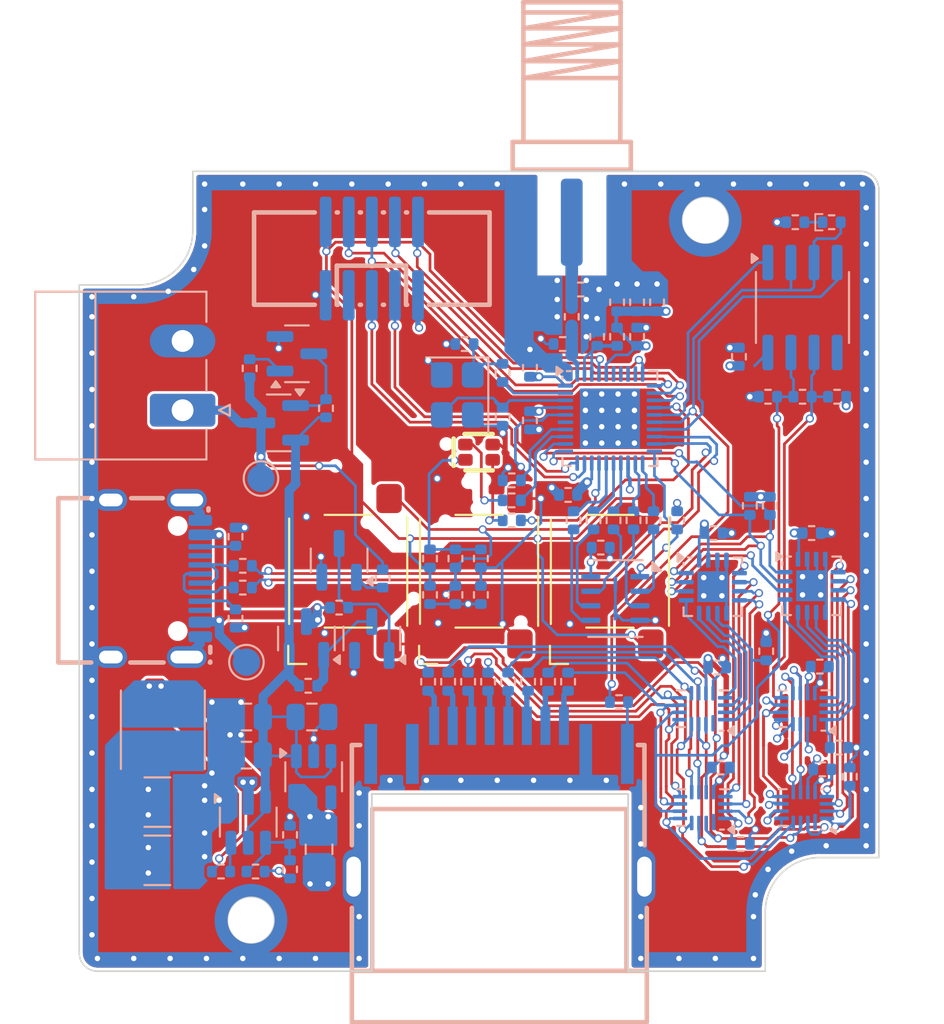
<source format=kicad_pcb>
(kicad_pcb (version 20241229) (generator "pcbnew") (generator_version "9.0")
  (layers (0 "F.Cu" signal) (4 "In1.Cu" signal) (6 "In2.Cu" signal) (2 "B.Cu" signal) (13 "F.Paste" user) (15 "B.Paste" user) (5 "F.SilkS" user "F.Silkscreen") (7 "B.SilkS" user "B.Silkscreen") (1 "F.Mask" user) (3 "B.Mask" user) (25 "Edge.Cuts" user))
  (net 0 "")
  (net 1 "VDD_SPI")
  (net 2 "GND")
  (net 3 "/PWR/VSUPPLY")
  (net 4 "3VE")
  (net 5 "Net-(C10-Pad1)")
  (net 6 "Net-(U1-ANT)")
  (net 7 "Net-(C16-Pad2)")
  (net 8 "Net-(U1-XTAL_N)")
  (net 9 "Net-(U4-BOOT)")
  (net 10 "Net-(U4-SW)")
  (net 11 "Net-(U4-FB)")
  (net 12 "Net-(D2-K)")
  (net 13 "/TX_EN")
  (net 14 "Net-(D7-BK)")
  (net 15 "Net-(D7-GK)")
  (net 16 "Net-(D7-RK)")
  (net 17 "/PWR/CON_USB_D+")
  (net 18 "Net-(J1-CC2)")
  (net 20 "Net-(J1-CC1)")
  (net 21 "/PWR/CON_USB_D-")
  (net 23 "/PWR/VBUS")
  (net 24 "Net-(J2-Pad12)")
  (net 26 "/PWR/VEXT")
  (net 27 "Net-(Q3-B)")
  (net 28 "Net-(Q4-B)")
  (net 29 "Net-(Q4-C)")
  (net 30 "/MCU/MTCK")
  (net 32 "/MCU/MTDI")
  (net 33 "/MCU/UART0_TX")
  (net 34 "/MCU/MTDO")
  (net 35 "/MCU/UART0_RX")
  (net 36 "/MCU/MTMS")
  (net 37 "/MCU/RST")
  (net 38 "/MUX/OUT_B")
  (net 39 "Net-(Q1-G)")
  (net 40 "Net-(Q2-G)")
  (net 41 "/MUX/OUT_A")
  (net 42 "/MUX/MUX_0_EN")
  (net 43 "Net-(U3-CLK)")
  (net 44 "/MCU/SPI_CLK")
  (net 45 "/MCU/SPI_D")
  (net 46 "Net-(U3-DI(IO0))")
  (net 47 "/MCU/SPI_CS0")
  (net 48 "/MCU/SPI_Q")
  (net 49 "Net-(U3-DO(IO1))")
  (net 50 "Net-(U3-WP#(IO2))")
  (net 51 "/MCU/SPI_WP")
  (net 52 "Net-(U3-HOLD#orRESET#(IO3))")
  (net 53 "/MCU/SPI_HD")
  (net 54 "Net-(U1-XTAL_P)")
  (net 55 "/MCU/LED_G")
  (net 56 "/MCU/GPIO8_BOOT")
  (net 57 "/MCU/LED_R")
  (net 58 "/MCU/LED_B")
  (net 60 "/MCU/MB_RX")
  (net 61 "/MCU/MB_TX")
  (net 62 "/MCU/USB_D+")
  (net 63 "/MCU/USB_D-")
  (net 66 "/MUX/MUX_1_EN")
  (net 67 "/MUX/MUX_2_EN")
  (net 69 "/MUX/I2C_nINT")
  (net 70 "Net-(J3-In)")
  (net 71 "3V3")
  (net 72 "5V0")
  (net 73 "/MUX/IN_7")
  (net 74 "/MUX/MUX_1_0")
  (net 75 "/MUX/IN_6")
  (net 76 "/MUX/MUX_1_1")
  (net 77 "/MUX/IN_8")
  (net 78 "/MUX/IN_1")
  (net 80 "/MUX/IN_5")
  (net 81 "/MUX/MUX_1_2")
  (net 82 "/MUX/IN_2")
  (net 83 "/MUX/IN_3")
  (net 84 "/MUX/MUX_0_2")
  (net 85 "/MUX/IN_4")
  (net 86 "/MUX/MUX_0_0")
  (net 87 "/MUX/MUX_0_1")
  (net 88 "/MUX/MUX_2_0")
  (net 89 "/MUX/MUX_3_0")
  (net 90 "/MUX/MUX_2_2")
  (net 92 "/MUX/MUX_2_1")
  (net 93 "/MUX/MUX_3_2")
  (net 94 "/MUX/MUX_3_1")
  (net 95 "/MUX/MUX_3_EN")
  (net 98 "/MCU/I2C_SCL")
  (net 99 "/MCU/I2C_SDA")
  (net 100 "/MCU/BTTN")
  (net 101 "/MUX/MUX_IN_1")
  (net 102 "/MUX/MUX_IN_2")
  (net 103 "/MUX/MUX_IN_3")
  (net 104 "/MUX/MUX_IN_4")
  (net 105 "/MUX/MUX_IN_5")
  (net 107 "/MUX/MUX_IN_6")
  (net 108 "/MUX/MUX_IN_7")
  (net 109 "/MUX/MUX_IN_8")
  (footprint "7Sigma:SW_SPST_6.0mm_6.0mm" (layer "F.Cu") (at 130 127 90)
    (property "Reference" "SW_USR1" (hide yes))
    (property "Value" "KH-6X6X4.3H-STM")
  )
  (footprint "7Sigma:SW_SPST_6.0mm_6.0mm" (layer "F.Cu") (at 137.2 127 90)
    (property "Reference" "SW_RST1" (hide yes))
    (property "Value" "KH-6X6X4.3H-STM")
  )
  (footprint "7Sigma:SW_SPST_6.0mm_6.0mm" (layer "F.Cu") (at 122.8 127 90)
    (property "Reference" "SW_BOOT1" (hide yes))
    (property "Value" "KH-6X6X4.3H-STM")
  )
  (footprint "7Sigma:1551RFLGY" (layer "F.Cu") (at 130 127)
    (property "Reference" "REF**" (hide yes))
    (property "Value" "1551RFLGY" (hide yes))
    (fp_circle (center -12.54 19.19) (end -12.54 17.94) (stroke (width 0.1)) (fill no) (layer "Edge.Cuts"))
    (fp_circle (center 12.46 -19.31) (end 12.46 -20.56) (stroke (width 0.1)) (fill no) (layer "Edge.Cuts"))
  )
  (footprint "7Sigma:LED-SMD_4P-L1.6-W1.5-BR" (layer "F.Cu") (at 130 120.45)
    (property "Reference" "D7" (hide yes))
    (property "Value" "XL-3227SURUGC")
  )
  (footprint "7Sigma:VQFN-40-1EP_5x5mm_P0.4mm_EP3.3x3.3mm_ThermalVias" (layer "B.Cu") (at 137.2 118.6 -90)
    (property "Reference" "U1" (hide yes))
    (property "Value" "ESP32-C6")
  )
  (footprint "7Sigma:R_0402_1005Metric" (layer "B.Cu") (at 117 127.9)
    (property "Reference" "R10" (hide yes))
    (property "Value" "22R")
  )
  (footprint "7Sigma:R_0402_1005Metric" (layer "B.Cu") (at 116.6 129.6 -90)
    (property "Reference" "R8" (hide yes))
    (property "Value" "5K1")
  )
  (footprint "7Sigma:C_0402_1005Metric" (layer "B.Cu") (at 143.29363 137.793134)
    (property "Reference" "C31" (hide yes))
    (property "Value" "100nF")
  )
  (footprint "7Sigma:SOT-23" (layer "B.Cu") (at 124.1 130.7 90)
    (property "Reference" "Q5" (hide yes))
    (property "Value" "BC817-40-7-F")
  )
  (footprint "7Sigma:C_0402_1005Metric" (layer "B.Cu") (at 115.802048 143.517845 180)
    (property "Reference" "C19" (hide yes))
    (property "Value" "100nF")
  )
  (footprint "7Sigma:C_0402_1005Metric" (layer "B.Cu") (at 129.2 114.5)
    (property "Reference" "C16" (hide yes))
    (property "Value" "12pF")
  )
  (footprint "7Sigma:SOT-23" (layer "B.Cu") (at 119.976708 115.037083)
    (property "Reference" "Q3" (hide yes))
    (property "Value" "BC817-40-7-F")
  )
  (footprint "7Sigma:R_0402_1005Metric" (layer "B.Cu") (at 119.6 141.5 90)
    (property "Reference" "R2" (hide yes))
    (property "Value" "22K")
  )
  (footprint "7Sigma:R_0402_1005Metric" (layer "B.Cu") (at 131.8 123.1)
    (property "Reference" "R23" (hide yes))
    (property "Value" "120R")
  )
  (footprint "7Sigma:R_0402_1005Metric" (layer "B.Cu") (at 124.694464 127.396818 -90)
    (property "Reference" "R41" (hide yes))
    (property "Value" "100K")
  )
  (footprint "7Sigma:SMA-SMD_BWSMA-KE-P001" (layer "B.Cu") (at 135.1 107.8 90)
    (property "Reference" "J3" (hide yes))
    (property "Value" "Conn_Coaxial")
  )
  (footprint "7Sigma:UQFN-16_1.8x2.6mm_P0.4mm" (layer "B.Cu") (at 147.874071 134.559205 90)
    (property "Reference" "U8" (hide yes))
    (property "Value" "TMUX1208QRSVRQ1")
  )
  (footprint "7Sigma:Winbond_USON-8-2EP_3x4mm_P0.8mm_EP0.2x0.8mm" (layer "B.Cu") (at 137.5 128.5 180)
    (property "Reference" "U3" (hide yes))
    (property "Value" "W25Q64JWUUIQ")
  )
  (footprint "7Sigma:C_0402_1005Metric" (layer "B.Cu") (at 136.698611 125.697916)
    (property "Reference" "C1" (hide yes))
    (property "Value" "1uF")
  )
  (footprint "7Sigma:L_0402_1005Metric" (layer "B.Cu") (at 137.595019 114.099536 90)
    (property "Reference" "L1" (hide yes))
    (property "Value" "2.2nH")
  )
  (footprint "7Sigma:C_0402_1005Metric" (layer "B.Cu") (at 130.1 128.3 -90)
    (property "Reference" "C24" (hide yes))
    (property "Value" "100nF")
  )
  (footprint "7Sigma:R_0402_1005Metric" (layer "B.Cu") (at 121.576708 118.037083 90)
    (property "Reference" "R27" (hide yes))
    (property "Value" "100K")
  )
  (footprint "7Sigma:C_0402_1005Metric" (layer "B.Cu") (at 138.695019 114.099536 90)
    (property "Reference" "C9" (hide yes))
    (property "Value" "100nF")
  )
  (footprint "7Sigma:R_0402_1005Metric" (layer "B.Cu") (at 130.1 126.3 -90)
    (property "Reference" "R44" (hide yes))
    (property "Value" "10K")
  )
  (footprint "7Sigma:R_0402_1005Metric" (layer "B.Cu") (at 134.897786 133.07583 90)
    (property "Reference" "R36" (hide yes))
    (property "Value" "10R")
  )
  (footprint "7Sigma:R_0402_1005Metric" (layer "B.Cu") (at 144.4 142)
    (property "Reference" "R40" (hide yes))
    (property "Value" "10K")
  )
  (footprint "7Sigma:QFN-16-1EP_3x3mm_P0.5mm_EP1.7x1.7mm_ThermalVias" (layer "B.Cu") (at 142.8625 127.85 -90)
    (property "Reference" "U6" (hide yes))
    (property "Value" "PCF8574RGTR(UMW)")
  )
  (footprint "7Sigma:C_0402_1005Metric" (layer "B.Cu") (at 136.495019 114.099536 90)
    (property "Reference" "C10" (hide yes))
    (property "Value" "100nF")
  )
  (footprint "7Sigma:C_0805_2012Metric" (layer "B.Cu") (at 117.202048 137.117845 180)
    (property "Reference" "C2" (hide yes))
    (property "Value" "10uF")
  )
  (footprint "7Sigma:C_0805_2012Metric" (layer "B.Cu") (at 121.195891 142.293086 -90)
    (property "Reference" "C22" (hide yes))
    (property "Value" "10uF")
  )
  (footprint "7Sigma:C_0402_1005Metric" (layer "B.Cu") (at 138.695019 112.199536 90)
    (property "Reference" "C11" (hide yes))
    (property "Value" "100nF")
  )
  (footprint "7Sigma:R_0402_1005Metric" (layer "B.Cu") (at 116.6 125.1 90)
    (property "Reference" "R9" (hide yes))
    (property "Value" "5K1")
  )
  (footprint "7Sigma:R_0402_1005Metric" (layer "B.Cu") (at 138.5 124.2 -90)
    (property "Reference" "R16" (hide yes))
    (property "Value" "100R")
  )
  (footprint "7Sigma:R_0402_1005Metric" (layer "B.Cu") (at 131.8 124.2)
    (property "Reference" "R24" (hide yes))
    (property "Value" "120R")
  )
  (footprint "7Sigma:C_0402_1005Metric" (layer "B.Cu") (at 144.3 115.2 90)
    (property "Reference" "C6" (hide yes))
    (property "Value" "100nF")
  )
  (footprint "7Sigma:R_0402_1005Metric" (layer "B.Cu") (at 136.3 124.2 -90)
    (property "Reference" "R12" (hide yes))
    (property "Value" "100R")
  )
  (footprint "7Sigma:C_0402_1005Metric" (layer "B.Cu") (at 132.8 118.7 -90)
    (property "Reference" "C4" (hide yes))
    (property "Value" "1uF")
  )
  (footprint "7Sigma:R_0402_1005Metric" (layer "B.Cu") (at 145.8 131.4 90)
    (property "Reference" "R39" (hide yes))
    (property "Value" "10K")
  )
  (footprint "7Sigma:R_0402_1005Metric" (layer "B.Cu") (at 128.297786 133.07583 90)
    (property "Reference" "R7" (hide yes))
    (property "Value" "10R")
  )
  (footprint "7Sigma:R_0402_1005Metric" (layer "B.Cu") (at 130.497786 133.07583 90)
    (property "Reference" "R32" (hide yes))
    (property "Value" "10R")
  )
  (footprint "7Sigma:C_0402_1005Metric" (layer "B.Cu") (at 127.3 128.3 -90)
    (property "Reference" "C25" (hide yes))
    (property "Value" "100nF")
  )
  (footprint "7Sigma:UQFN-16_1.8x2.6mm_P0.4mm" (layer "B.Cu") (at 142.3 140 90)
    (property "Reference" "U10" (hide yes))
    (property "Value" "TMUX1208QRSVRQ1")
  )
  (footprint "7Sigma:L_0402_1005Metric" (layer "B.Cu") (at 135.1 113 -90)
    (property "Reference" "L2" (hide yes))
    (property "Value" "2.2nH")
  )
  (footprint "7Sigma:C_1210_3225Metric" (layer "B.Cu") (at 112.3 139.7)
    (property "Reference" "C5" (hide yes))
    (property "Value" "47uF")
  )
  (footprint "7Sigma:C_0402_1005Metric" (layer "B.Cu") (at 132.8 115.8 90)
    (property "Reference" "C7" (hide yes))
    (property "Value" "100nF")
  )
  (footprint "7Sigma:R_0402_1005Metric" (layer "B.Cu") (at 131.292776 116.090643 -90)
    (property "Reference" "R18" (hide yes))
    (property "Value" "0R")
  )
  (footprint "7Sigma:R_0402_1005Metric" (layer "B.Cu") (at 137.7 134.2 180)
    (property "Reference" "R30" (hide yes))
    (property "Value" "120R")
  )
  (footprint "7Sigma:UQFN-16_1.8x2.6mm_P0.4mm" (layer "B.Cu") (at 147.890552 139.996309 90)
    (property "Reference" "U7" (hide yes))
    (property "Value" "TMUX1208QRSVRQ1")
  )
  (footprint "7Sigma:SOT-23-6" (layer "B.Cu") (at 117.299407 140.799999 -90)
    (property "Reference" "U4" (hide yes))
    (property "Value" "TPS54302DDCR")
  )
  (footprint "7Sigma:SOT-23" (layer "B.Cu") (at 118.976708 118.837083 180)
    (property "Reference" "Q1" (hide yes))
    (property "Value" "AO3401A")
  )
  (footprint "7Sigma:C_0805_2012Metric" (layer "B.Cu") (at 117.202048 135.017845 180)
    (property "Reference" "C23" (hide yes))
    (property "Value" "10uF")
  )
  (footprint "7Sigma:R_0402_1005Metric" (layer "B.Cu") (at 127.3 126.3 -90)
    (property "Reference" "R21" (hide yes))
    (property "Value" "10K")
  )
  (footprint "7Sigma:R_0402_1005Metric" (layer "B.Cu") (at 137.4 124.2 -90)
    (property "Reference" "R17" (hide yes))
    (property "Value" "100R")
  )
  (footprint "7Sigma:R_0402_1005Metric" (layer "B.Cu") (at 145.9 117.4 180)
    (property "Reference" "R4" (hide yes))
    (property "Value" "1K")
  )
  (footprint "7Sigma:PhoenixContact_MC_1,5_2-G-3.81_1x02_P3.81mm_Horizontal" (layer "B.Cu") (at 113.688365 118.141275 90)
    (property "Reference" "J5" (hide yes))
    (property "Value" "Conn_01x02")
  )
  (footprint "7Sigma:C_0402_1005Metric" (layer "B.Cu") (at 148.890552 137.896309)
    (property "Reference" "C29" (hide yes))
    (property "Value" "100nF")
  )
  (footprint "7Sigma:L_Changjiang_FTC404030S" (layer "B.Cu") (at 112.602048 135.717845 -90)
    (property "Reference" "L4" (hide yes))
    (property "Value" "4.7uH")
  )
  (footprint "7Sigma:R_0402_1005Metric" (layer "B.Cu") (at 133.797786 133.07583 90)
    (property "Reference" "R35" (hide yes))
    (property "Value" "10R")
  )
  (footprint "7Sigma:R_0402_1005Metric" (layer "B.Cu") (at 149.8 136.7)
    (property "Reference" "R38" (hide yes))
    (property "Value" "10K")
  )
  (footprint "7Sigma:SOT-23" (layer "B.Cu") (at 120.5 130.7 90)
    (property "Reference" "Q2" (hide yes))
    (property "Value" "AO3401A")
  )
  (footprint "7Sigma:C_0402_1005Metric" (layer "B.Cu") (at 143.1 132.3)
    (property "Reference" "C30" (hide yes))
    (property "Value" "100nF")
  )
  (footprint "7Sigma:Crystal_SMD_3225-4Pin_3.2x2.5mm" (layer "B.Cu") (at 128.8 117.3 -90)
    (property "Reference" "Y1" (hide yes))
    (property "Value" "40MHz")
  )
  (footprint "7Sigma:R_0402_1005Metric" (layer "B.Cu") (at 144.9 123.4 90)
    (property "Reference" "R43" (hide yes))
    (property "Value" "5K1")
  )
  (footprint "7Sigma:C_0402_1005Metric" (layer "B.Cu") (at 128.7 128.3 -90)
    (property "Reference" "C26" (hide yes))
    (property "Value" "100nF")
  )
  (footprint "7Sigma:R_0402_1005Metric" (layer "B.Cu") (at 131.597786 133.07583 90)
    (property "Reference" "R33" (hide yes))
    (property "Value" "10R")
  )
  (footprint "7Sigma:RJ45-TH_RC01812" (layer "B.Cu") (at 131.1 139.65)
    (property "Reference" "J2" (hide yes))
    (property "Value" "8P8C_LED_Shielded")
  )
  (footprint "7Sigma:R_0402_1005Metric" (layer "B.Cu") (at 117.376708 115.837083 90)
    (property "Reference" "R26" (hide yes))
    (property "Value" "100K")
  )
  (footprint "7Sigma:R_0402_1005Metric" (layer "B.Cu") (at 119.6 143.4 90)
    (property "Reference" "R25" (hide yes))
    (property "Value" "100K")
  )
  (footprint "7Sigma:R_0402_1005Metric" (layer "B.Cu") (at 129.397786 133.07583 90)
    (property "Reference" "R31" (hide yes))
    (property "Value" "10R")
  )
  (footprint "7Sigma:IDC-SMD_10P-P1.27-3220-10-0300-00" (layer "B.Cu") (at 124.1 109.8 180)
    (property "Reference" "J4" (hide yes))
    (property "Value" "Conn_02x05_Odd_Even")
  )
  (footprint "7Sigma:R_0402_1005Metric" (layer "B.Cu") (at 146 123.4 90)
    (property "Reference" "R42" (hide yes))
    (property "Value" "5K1")
  )
  (footprint "7Sigma:R_0402_1005Metric" (layer "B.Cu") (at 132.697786 133.07583 90)
    (property "Reference" "R34" (hide yes))
    (property "Value" "10R")
  )
  (footprint "7Sigma:SOT-23" (layer "B.Cu") (at 122.3 126.4 90)
    (property "Reference" "Q4" (hide yes))
    (property "Value" "BC817-40-7-F")
  )
  (footprint "7Sigma:SOT-23-5" (layer "B.Cu") (at 120.899378 138.307168 -90)
    (property "Reference" "U11" (hide yes))
    (property "Value" "TPS70950DBVR")
  )
  (footprint "7Sigma:C_0402_1005Metric" (layer "B.Cu") (at 148.74864 132.243703)
    (property "Reference" "C32" (hide yes))
    (property "Value" "100nF")
  )
  (footprint "7Sigma:R_0402_1005Metric" (layer "B.Cu") (at 140.9 124.2 -90)
    (property "Reference" "R14" (hide yes))
    (property "Value" "10K")
  )
  (footprint "7Sigma:C_0402_1005Metric" (layer "B.Cu") (at 134.6 114.5 180)
    (property "Reference" "C14" (hide yes))
    (property "Value" "1.2pF")
  )
  (footprint "7Sigma:USB-3.1-SMD_U262-161N-4BVC11" (layer "B.Cu") (at 112.2 127.4 90)
    (property "Reference" "J1" (hide yes))
    (property "Value" "USB_C_Receptacle_USB2.0_16P")
  )
  (footprint "7Sigma:R_0402_1005Metric" (layer "B.Cu") (at 147.8 117.4 180)
    (property "Reference" "R1" (hide yes))
    (property "Value" "120R")
  )
  (footprint "7Sigma:TestPoint_Pad_D1.5mm" (layer "B.Cu") (at 118 121.9 180)
    (property "Reference" "TP1" (hide yes))
    (property "Value" "TestPoint")
  )
  (footprint "7Sigma:R_0402_1005Metric" (layer "B.Cu") (at 127.197786 133.07583 90)
    (property "Reference" "R6" (hide yes))
    (property "Value" "10R")
  )
  (footprint "7Sigma:R_0402_1005Metric" (layer "B.Cu") (at 149.7 117.4 180)
    (property "Reference" "R3" (hide yes))
    (property "Value" "1K")
  )
  (footprint "7Sigma:C_0402_1005Metric" (layer "B.Cu") (at 135.6 111.5)
    (property "Reference" "C15" (hide yes))
    (property "Value" "1.2pF")
  )
  (footprint "7Sigma:R_0402_1005Metric" (layer "B.Cu") (at 128.7 126.3 -90)
    (property "Reference" "R22" (hide yes))
    (property "Value" "10K")
  )
  (footprint "7Sigma:R_0402_1005Metric" (layer "B.Cu") (at 131.8 122)
    (property "Reference" "R19" (hide yes))
    (property "Value" "120R")
  )
  (footprint "7Sigma:LED_0402_1005Metric" (layer "B.Cu") (at 149.4 107.8)
    (property "Reference" "D2" (hide yes))
    (property "Value" "LTST-C281KRKT")
  )
  (footprint "7Sigma:QFN-16-1EP_3x3mm_P0.5mm_EP1.7x1.7mm_ThermalVias" (layer "B.Cu") (at 148.3 127.8 -90)
    (property "Reference" "U5" (hide yes))
    (property "Value" "PCF8574RGTR(UMW)")
  )
  (footprint "7Sigma:C_0402_1005Metric" (layer "B.Cu") (at 137.595019 112.199536 90)
    (property "Reference" "C12" (hide yes))
    (property "Value" "10uF")
  )
  (footprint "7Sigma:TestPoint_Pad_D1.5mm" (layer "B.Cu") (at 117.2 132 180)
    (property "Reference" "TP2" (hide yes))
    (property "Value" "TestPoint")
  )
  (footprint "7Sigma:R_0402_1005Metric" (layer "B.Cu") (at 150.4 138.3 90)
    (property "Reference" "R37" (hide yes))
    (property "Value" "10K")
  )
  (footprint "7Sigma:C_0402_1005Metric" (layer "B.Cu") (at 139.795019 112.199536 90)
    (property "Reference" "C13" (hide yes))
    (property "Value" "10uF")
  )
  (footprint "7Sigma:R_0402_1005Metric" (layer "B.Cu") (at 120.6 133.3)
    (property "Reference" "R29" (hide yes))
    (property "Value" "100K")
  )
  (footprint "7Sigma:SOIC-8_3.9x4.9mm_P1.27mm" (layer "B.Cu") (at 147.796924 112.491698 -90)
    (property "Reference" "U2" (hide yes))
    (property "Value" "SP3485")
  )
  (footprint "7Sigma:C_0805_2012Metric" (layer "B.Cu") (at 120.802048 135.017845)
    (property "Reference" "C21" (hide yes))
    (property "Value" "10uF")
  )
  (footprint "7Sigma:C_0402_1005Metric" (layer "B.Cu") (at 134.9 122.8 180)
    (property "Reference" "C8" (hide yes))
    (property "Value" "100nF")
  )
  (footprint "7Sigma:C_0402_1005Metric" (layer "B.Cu") (at 142.9 124.9)
    (property "Reference" "C28" (hide yes))
    (property "Value" "100nF")
  )
  (footprint "7Sigma:C_1210_3225Metric" (layer "B.Cu") (at 112.296462 142.902148)
    (property "Reference" "C3" (hide yes))
    (property "Value" "47uF")
  )
  (footprint "7Sigma:R_0402_1005Metric" (layer "B.Cu") (at 139.6 124.2 -90)
    (property "Reference" "R15" (hide yes))
    (property "Value" "100R")
  )
  (footprint "7Sigma:R_0402_1005Metric" (layer "B.Cu") (at 135.2 124.2 -90)
    (property "Reference" "R13" (hide yes))
    (property "Value" "100R")
  )
  (footprint "7Sigma:R_0402_1005Metric" (layer "B.Cu") (at 122.3 129)
    (property "Reference" "R28" (hide yes))
    (property "Value" "100K")
  )
  (footprint "7Sigma:C_0402_1005Metric" (layer "B.Cu") (at 131.3 118.5 90)
    (property "Reference" "C17" (hide yes))
    (property "Value" "12pF")
  )
  (footprint "7Sigma:UQFN-16_1.8x2.6mm_P0.4mm" (layer "B.Cu") (at 142.283519 134.562896 90)
    (property "Reference" "U9" (hide yes))
    (property "Value" "TMUX1208QRSVRQ1")
  )
  (footprint "7Sigma:C_0402_1005Metric" (layer "B.Cu") (at 148.3 124.9)
    (property "Reference" "C27" (hide yes))
    (property "Value" "100nF")
  )
  (footprint "7Sigma:C_0402_1005Metric" (layer "B.Cu") (at 117.702048 143.517845 180)
    (property "Reference" "C20" (hide yes))
    (property "Value" "100pF")
  )
  (footprint "7Sigma:R_0402_1005Metric" (layer "B.Cu") (at 117 126.7)
    (property "Reference" "R11" (hide yes))
    (property "Value" "22R")
  )
  (footprint "7Sigma:R_0402_1005Metric" (layer "B.Cu") (at 147.4 107.8 180)
    (property "Reference" "R5" (hide yes))
    (property "Value" "120R")
  )
  (gr_arc (start 114.249979 108.24998) (mid 113.3713 110.371314) (end 111.249961 111.25) (stroke (width 0.09)) (layer "Edge.Cuts"))
  (gr_line (start 108.000061 147.9999) (end 108 147.9999) (stroke (width 0.09)) (layer "Edge.Cuts"))
  (gr_line (start 114.25 105) (end 114.25 108.24998) (stroke (width 0.09)) (layer "Edge.Cuts"))
  (gr_line (start 111.249961 111.25) (end 108 111.25) (stroke (width 0.09)) (layer "Edge.Cuts"))
  (gr_arc (start 109.008931 149) (mid 108.29615 148.710294) (end 108.000061 147.9999) (stroke (width 0.09)) (layer "Edge.Cuts"))
  (gr_line (start 108 111.25) (end 108 147.9999) (stroke (width 0.09)) (layer "Edge.Cuts"))
  (gr_line (start 148.760677 142.75) (end 152 142.75) (stroke (width 0.09)) (layer "Edge.Cuts"))
  (gr_arc (start 145.75 145.739323) (mid 146.632433 143.624902) (end 148.760677 142.75) (stroke (width 0.09)) (layer "Edge.Cuts"))
  (gr_line (start 152 142.75) (end 152 105.9999) (stroke (width 0.09)) (layer "Edge.Cuts"))
  (gr_line (start 124.1 149) (end 124.1 139.25) (stroke (width 0.1)) (layer "Edge.Cuts"))
  (gr_line (start 138.2 139.25) (end 138.2 149) (stroke (width 0.1)) (layer "Edge.Cuts"))
  (gr_line (start 151.0001 105) (end 114.25 105) (stroke (width 0.09)) (layer "Edge.Cuts"))
  (gr_line (start 138.2 149) (end 145.75 149) (stroke (width 0.09)) (layer "Edge.Cuts"))
  (gr_line (start 109.008931 149) (end 124.1 149) (stroke (width 0.09)) (layer "Edge.Cuts"))
  (gr_line (start 124.1 139.25) (end 138.2 139.25) (stroke (width 0.1)) (layer "Edge.Cuts"))
  (gr_arc (start 151.0001 105) (mid 151.707132 105.292866) (end 152 105.9999) (stroke (width 0.09)) (layer "Edge.Cuts"))
  (gr_line (start 145.75 149) (end 145.75 145.739323) (stroke (width 0.09)) (layer "Edge.Cuts"))
  (via (at 140.9 123.25) (size 0.45) (drill 0.3) (layers "F.Cu" "B.Cu") (net 1))
  (via (at 138.3 122.5) (size 0.45) (drill 0.3) (layers "F.Cu" "B.Cu") (net 1))
  (via (at 136.15 126.5) (size 0.45) (drill 0.3) (layers "F.Cu" "B.Cu") (net 1))
  (segment (start 138.3 121.9) (end 138.3 122.5) (width 0.2) (layer "B.Cu") (net 1))
  (segment (start 136.15 126.4) (end 136.15 125.746527) (width 0.15) (layer "B.Cu") (net 1))
  (segment (start 136.15 125.746527) (end 136.198611 125.697916) (width 0.15) (layer "B.Cu") (net 1))
  (segment (start 136.15 127.3) (end 136.15 126.4) (width 0.15) (layer "B.Cu") (net 1))
  (segment (start 138.2 121.05) (end 138.2 121.8) (width 0.2) (layer "B.Cu") (net 1))
  (segment (start 140.9 123.7) (end 140.9 123.25) (width 0.15) (layer "B.Cu") (net 1))
  (segment (start 138.2 121.8) (end 138.3 121.9) (width 0.2) (layer "B.Cu") (net 1))
  (segment (start 127.75 131) (end 127.75 129.85) (width 0.15) (layer "F.Cu") (net 2))
  (segment (start 120.55 123.95) (end 120.5 124) (width 0.15) (layer "F.Cu") (net 2))
  (segment (start 127.75 129.85) (end 127.8 129.8) (width 0.15) (layer "F.Cu") (net 2))
  (segment (start 127.75 123) (end 127.75 121.95) (width 0.15) (layer "F.Cu") (net 2))
  (segment (start 120.55 131) (end 120.9 131) (width 0.15) (layer "F.Cu") (net 2))
  (segment (start 135 129.9) (end 135 130.2) (width 0.15) (layer "F.Cu") (net 2))
  (segment (start 120.55 123) (end 120.55 123.95) (width 0.15) (layer "F.Cu") (net 2))
  (segment (start 135 130.2) (end 134.95 130.25) (width 0.15) (layer "F.Cu") (net 2))
  (segment (start 120.9 131) (end 121.5 130.4) (width 0.15) (layer "F.Cu") (net 2))
  (segment (start 134.95 130.25) (end 134.95 131) (width 0.15) (layer "F.Cu") (net 2))
  (segment (start 127.75 121.95) (end 127.7 121.9) (width 0.15) (layer "F.Cu") (net 2))
  (via (at 129 105.7) (size 0.45) (drill 0.3) (layers "F.Cu" "B.Cu") (net 2))
  (via (at 108.7 113) (size 0.45) (drill 0.3) (layers "F.Cu" "B.Cu") (net 2))
  (via (at 151.3 111) (size 0.45) (drill 0.3) (layers "F.Cu" "B.Cu") (net 2))
  (via (at 127.75 129.85) (size 0.45) (drill 0.3) (layers "F.Cu" "B.Cu") (net 2))
  (via (at 151.3 129) (size 0.45) (drill 0.3) (layers "F.Cu" "B.Cu") (net 2))
  (via (at 138 105.7) (size 0.45) (drill 0.3) (layers "F.Cu" "B.Cu") (net 2))
  (via (at 151.3 125) (size 0.45) (drill 0.3) (layers "F.Cu" "B.Cu") (net 2))
  (via (at 114.9 109.1) (size 0.45) (drill 0.3) (layers "F.Cu" "B.Cu") (net 2))
  (via (at 145.1 148.3) (size 0.45) (drill 0.3) (layers "F.Cu" "B.Cu") (net 2))
  (via (at 151.3 133) (size 0.45) (drill 0.3) (layers "F.Cu" "B.Cu") (net 2))
  (via (at 117 105.7) (size 0.45) (drill 0.3) (layers "F.Cu" "B.Cu") (net 2))
  (via (at 134.3 112.05) (size 0.45) (drill 0.3) (layers "F.Cu" "B.Cu") (net 2))
  (via (at 151.3 107) (size 0.45) (drill 0.3) (layers "F.Cu" "B.Cu") (net 2))
  (via (at 116.9 136) (size 0.45) (drill 0.3) (layers "F.Cu" "B.Cu") (net 2))
  (via (at 131 138.5) (size 0.45) (drill 0.3) (layers "F.Cu" "B.Cu") (net 2))
  (via (at 108.7 117) (size 0.45) (drill 0.3) (layers "F.Cu" "B.Cu") (net 2))
  (via (at 123.4 146) (size 0.45) (drill 0.3) (layers "F.Cu" "B.Cu") (net 2))
  (via (at 143.4 131.801284) (size 0.45) (drill 0.3) (layers "F.Cu" "B.Cu") (net 2))
  (via (at 108.7 127) (size 0.45) (drill 0.3) (layers "F.Cu" "B.Cu") (net 2))
  (via (at 149.388113 124.893996) (size 0.45) (drill 0.3) (layers "F.Cu" "B.Cu") (net 2))
  (via (at 135.9 114.1) (size 0.45) (drill 0.3) (layers "F.Cu" "B.Cu") (net 2))
  (via (at 131.3 119.4) (size 0.45) (drill 0.3) (layers "F.Cu" "B.Cu") (net 2))
  (via (at 109 148.3) (size 0.45) (drill 0.3) (layers "F.Cu" "B.Cu") (net 2))
  (via (at 127.7 121.9) (size 0.45) (drill 0.3) (layers "F.Cu" "B.Cu") (net 2))
  (via (at 108.7 147) (size 0.45) (drill 0.3) (layers "F.Cu" "B.Cu") (net 2))
  (via (at 108.7 145) (size 0.45) (drill 0.3) (layers "F.Cu" "B.Cu") (net 2))
  (via (at 138.695019 111.199536) (size 0.45) (drill 0.3) (layers "F.Cu" "B.Cu") (net 2))
  (via (at 146 105.7) (size 0.45) (drill 0.3) (layers "F.Cu" "B.Cu") (net 2))
  (via (at 117 148.3) (size 0.45) (drill 0.3) (layers "F.Cu" "B.Cu") (net 2))
  (via (at 151.3 113) (size 0.45) (drill 0.3) (layers "F.Cu" "B.Cu") (net 2))
  (via (at 149.1 142.1) (size 0.45) (drill 0.3) (layers "F.Cu" "B.Cu") (net 2))
  (via (at 135.9 112.05) (size 0.45) (drill 0.3) (layers "F.Cu" "B.Cu") (net 2))
  (via (at 115.7 139.6) (size 0.45) (drill 0.3) (layers "F.Cu" "B.Cu") (net 2))
  (via (at 125 105.7) (size 0.45) (drill 0.3) (layers "F.Cu" "B.Cu") (net 2))
  (via (at 138.9 140) (size 0.45) (drill 0.3) (layers "F.Cu" "B.Cu") (net 2))
  (via (at 143.8 114.7) (size 0.45) (drill 0.3) (layers "F.Cu" "B.Cu") (net 2))
  (via (at 123 105.7) (size 0.45) (drill 0.3) (layers "F.Cu" "B.Cu") (net 2))
  (via (at 151.295376 118.997512) (size 0.45) (drill 0.3) (layers "F.Cu" "B.Cu") (net 2))
  (via (at 127.2 115.4) (size 0.45) (drill 0.3) (layers "F.Cu" "B.Cu") (net 2))
  (via (at 140 105.7) (size 0.45) (drill 0.3) (layers "F.Cu" "B.Cu") (net 2))
  (via (at 145.9 143.4) (size 0.45) (drill 0.3) (layers "F.Cu" "B.Cu") (net 2))
  (via (at 150 105.7) (size 0.45) (drill 0.3) (layers "F.Cu" "B.Cu") (net 2))
  (via (at 125.1 138.5) (size 0.45) (drill 0.3) (layers "F.Cu" "B.Cu") (net 2))
  (via (at 144 105.7) (size 0.45) (drill 0.3) (layers "F.Cu" "B.Cu") (net 2))
  (via (at 151.3 115) (size 0.45) (drill 0.3) (layers "F.Cu" "B.Cu") (net 2))
  (via (at 150.767113 136.7) (size 0.45) (drill 0.3) (layers "F.Cu" "B.Cu") (net 2))
  (via (at 139.7 129.7) (size 0.45) (drill 0.3) (layers "F.Cu" "B.Cu") (net 2))
  (via (at 114.9 142.7) (size 0.45) (drill 0.3) (layers "F.Cu" "B.Cu") (net 2))
  (via (at 151.3 137) (size 0.45) (drill 0.3) (layers "F.Cu" "B.Cu") (net 2))
  (via (at 145.2 141.2) (size 0.45) (drill 0.3) (layers "F.Cu" "B.Cu") (net 2))
  (via (at 121.7 144.2) (size 0.45) (drill 0.3) (layers "F.Cu" "B.Cu") (net 2))
  (via (at 108.7 143) (size 0.45) (drill 0.3) (layers "F.Cu" "B.Cu") (net 2))
  (via (at 151.3 142.1) (size 0.45) (drill 0.3) (layers "F.Cu" "B.Cu") (net 2))
  (via (at 151.3 139) (size 0.45) (drill 0.3) (layers "F.Cu" "B.Cu") (net 2))
  (via (at 121.3 126.2) (size 0.45) (drill 0.3) (layers "F.Cu" "B.Cu") (net 2))
  (via (at 116.9 134.2) (size 0.45) (drill 0.3) (layers "F.Cu" "B.Cu") (net 2))
  (via (at 108.7 125) (size 0.45) (drill 0.3) (layers "F.Cu" "B.Cu") (net 2))
  (via (at 133.3 119.2) (size 0.45) (drill 0.3) (layers "F.Cu" "B.Cu") (net 2))
  (via (at 137.2 126.3) (size 0.45) (drill 0.3) (layers "F.Cu" "B.Cu") (net 2))
  (via (at 151.3 109) (size 0.45) (drill 0.3) (layers "F.Cu" "B.Cu") (net 2))
  (via (at 111 111.9) (size 0.45) (drill 0.3) (layers "F.Cu" "B.Cu") (net 2))
  (via (at 118.976708 114.737083) (size 0.45) (drill 0.3) (layers "F.Cu" "B.Cu") (net 2))
  (via (at 145.8 130.4) (size 0.45) (drill 0.3) (layers "F.Cu" "B.Cu") (net 2))
  (via (at 151.3 117) (size 0.45) (drill 0.3) (layers "F.Cu" "B.Cu") (net 2))
  (via (at 137 138.5) (size 0.45) (drill 0.3) (layers "F.Cu" "B.Cu") (net 2))
  (via (at 123.4 141) (size 0.45) (drill 0.3) (layers "F.Cu" "B.Cu") (net 2))
  (via (at 135 129.9) (size 0.45) (drill 0.3) (layers "F.Cu" "B.Cu") (net 2))
  (via (at 108.7 133) (size 0.45) (drill 0.3) (layers "F.Cu" "B.Cu") (net 2))
  (via (at 133 138.5) (size 0.45) (drill 0.3) (layers "F.Cu" "B.Cu") (net 2))
  (via (at 151.3 127) (size 0.45) (drill 0.3) (layers "F.Cu" "B.Cu") (net 2))
  (via (at 108.7 115) (size 0.45) (drill 0.3) (layers "F.Cu" "B.Cu") (net 2))
  (via (at 108.7 135) (size 0.45) (drill 0.3) (layers "F.Cu" "B.Cu") (net 2))
  (via (at 136.6 111.5) (size 0.45) (drill 0.3) (layers "F.Cu" "B.Cu") (net 2))
  (via (at 114.3 110.4) (size 0.45) (drill 0.3) (layers "F.Cu" "B.Cu") (net 2))
  (via (at 119 105.7) (size 0.45) (drill 0.3) (layers "F.Cu" "B.Cu") (net 2))
  (via (at 138.9 146) (size 0.45) (drill 0.3) (layers "F.Cu" "B.Cu") (net 2))
  (via (at 151.3 135) (size 0.45) (drill 0.3) (layers "F.Cu" "B.Cu") (net 2))
  (via (at 135.9 111) (size 0.45) (drill 0.3) (layers "F.Cu" "B.Cu") (net 2))
  (via (at 135.9 113) (size 0.45) (drill 0.3) (layers "F.Cu" "B.Cu") (net 2))
  (via (at 129.4 128.8) (size 0.45) (drill 0.3) (layers "F.Cu" "B.Cu") (net 2))
  (via (at 127.1 138.5) (size 0.45) (drill 0.3) (layers "F.Cu" "B.Cu") (net 2))
  (via (at 136.495019 113.099536) (size 0.45) (drill 0.3) (layers "F.Cu" "B.Cu") (net 2))
  (via (at 121 148.3) (size 0.45) (drill 0.3) (layers "F.Cu" "B.Cu") (net 2))
  (via (at 137.595019 111.199536) (size 0.45) (drill 0.3) (layers "F.Cu" "B.Cu") (net 2))
  (via (at 135 138.5) (size 0.45) (drill 0.3) (layers "F.Cu" "B.Cu") (net 2))
  (via (at 139.195019 113.599536) (size 0.45) (drill 0.3) (layers "F.Cu" "B.Cu") (net 2))
  (via (at 116.3 136) (size 0.45) (drill 0.3) (layers "F.Cu" "B.Cu") (net 2))
  (via (at 139.795019 111.199536) (size 0.45) (drill 0.3) (layers "F.Cu" "B.Cu") (net 2))
  (via (at 148.768291 133.142933) (size 0.45) (drill 0.3) (layers "F.Cu" "B.Cu") (net 2))
  (via (at 151.3 123) (size 0.45) (drill 0.3) (layers "F.Cu" "B.Cu") (net 2))
  (via (at 108.7 119) (size 0.45) (drill 0.3) (layers "F.Cu" "B.Cu") (net 2))
  (via (at 121 105.7) (size 0.45) (drill 0.3) (layers "F.Cu" "B.Cu") (net 2))
  (via (at 146.4 107.8) (size 0.45) (drill 0.3) (layers "F.Cu" "B.Cu") (net 2))
  (via (at 108.7 131) (size 0.45) (drill 0.3) (layers "F.Cu" "B.Cu") (net 2))
  (via (at 115.3 134.2) (size 0.45) (drill 0.3) (layers "F.Cu" "B.Cu") (net 2))
  (via (at 113 148.3) (size 0.45) (drill 0.3) (layers "F.Cu" "B.Cu") (net 2))
  (via (at 143.218199 138.518199) (size 0.45) (drill 0.3) (layers "F.Cu" "B.Cu") (net 2))
  (via (at 148.824537 138.494906) (size 0.45) (drill 0.3) (layers "F.Cu" "B.Cu") (net 2))
  (via (at 115.3 138.1) (size 0.45) (drill 0.3) (layers "F.Cu" "B.Cu") (net 2))
  (via (at 117.1 130.1) (size 0.45) (drill 0.3) (layers "F.Cu" "B.Cu") (net 2))
  (via (at 151.3 131) (size 0.45) (drill 0.3) (layers "F.Cu" "B.Cu") (net 2))
  (via (at 142 105.7) (size 0.45) (drill 0.3) (layers "F.Cu" "B.Cu") (net 2))
  (via (at 108.7 123) (size 0.45) (drill 0.3) (layers "F.Cu" "B.Cu") (net 2))
  (via (at 123.1 132.6) (size 0.45) (drill 0.3) (layers "F.Cu" "B.Cu") (net 2))
  (via (at 114.9 105.7) (size 0.45) (drill 0.3) (layers "F.Cu" "B.Cu") (net 2))
  (via (at 151.3 141) (size 0.45) (drill 0.3) (layers "F.Cu" "B.Cu") (net 2))
  (via (at 108.7 121) (size 0.45) (drill 0.3) (layers "F.Cu" "B.Cu") (net 2))
  (via (at 142.45 107.7) (size 4) (drill 2.5) (layers "F.Cu" "B.Cu") (net 2))
  (via (at 119.6 140.5) (size 0.45) (drill 0.3) (layers "F.Cu" "B.Cu") (net 2))
  (via (at 108.7 141) (size 0.45) (drill 0.3) (layers "F.Cu" "B.Cu") (net 2))
  (via (at 108.7 139) (size 0.45) (drill 0.3) (layers "F.Cu" "B.Cu") (net 2))
  (via (at 144.9 117.4) (size 0.45) (drill 0.3) (layers "F.Cu" "B.Cu") (net 2))
  (via (at 132.8 114.8) (size 0.45) (drill 0.3) (layers "F.Cu" "B.Cu") (net 2))
  (via (at 108.7 129) (size 0.45) (drill 0.3) (layers "F.Cu" "B.Cu") (net 2))
  (via (at 143.9 124.9) (size 0.45) (drill 0.3) (layers "F.Cu" "B.Cu") (net 2))
  (via (at 111 148.3) (size 0.45) (drill 0.3) (layers "F.Cu" "B.Cu") (net 2))
  (via (at 114.9 139.6) (size 0.45) (drill 0.3) (layers "F.Cu" "B.Cu") (net 2))
  (via (at 115 148.3) (size 0.45) (drill 0.3) (layers "F.Cu" "B.Cu") (net 2))
  (via (at 108.7 137) (size 0.45) (drill 0.3) (layers "F.Cu" "B.Cu") (net 2))
  (via (at 138.9 142) (size 0.45) (drill 0.3) (layers "F.Cu" "B.Cu") (net 2))
  (via (at 147.2 142.4) (size 0.45) (drill 0.3) (layers "F.Cu" "B.Cu") (net 2))
  (via (at 129 138.5) (size 0.45) (drill 0.3) (layers "F.Cu" "B.Cu") (net 2))
  (via (at 148 105.7) (size 0.45) (drill 0.3) (layers "F.Cu" "B.Cu") (net 2))
  (via (at 123.4 148.3) (size 0.45) (drill 0.3) (layers "F.Cu" "B.Cu") (net 2))
  (via (at 120.902048 136.217845) (size 0.45) (drill 0.3) (layers "F.Cu" "B.Cu") (net 2))
  (via (at 117.45 146.2) (size 4) (drill 2.5) (layers "F.Cu" "B.Cu") (net 2))
  (via (at 134.3 113) (size 0.45) (drill 0.3) (layers "F.Cu" "B.Cu") (net 2))
  (via (at 121 111.8) (size 0.45) (drill 0.3) (layers "F.Cu" "B.Cu") (net 2))
  (via (at 151.1 105.7) (size 0.45) (drill 0.3) (layers "F.Cu" "B.Cu") (net 2))
  (via (at 133.4 114.2) (size 0.45) (drill 0.3) (layers "F.Cu" "B.Cu") (net 2))
  (via (at 121.5 130.4) (size 0.45) (drill 0.3) (layers "F.Cu" "B.Cu") (net 2))
  (via (at 123.4 139.2) (size 0.45) (drill 0.3) (layers "F.Cu" "B.Cu") (net 2))
  (via (at 141 148.3) (size 0.45) (drill 0.3) (layers "F.Cu" "B.Cu") (net 2))
  (via (at 138.9 148.3) (size 0.45) (drill 0.3) (layers "F.Cu" "B.Cu") (net 2))
  (via (at 112.9 111.6) (size 0.45) (drill 0.3) (layers "F.Cu" "B.Cu") (net 2))
  (via (at 120.5 124) (size 0.45) (drill 0.3) (layers "F.Cu" "B.Cu") (net 2))
  (via (at 114.9 141.4) (size 0.45) (drill 0.3) (layers "F.Cu" "B.Cu") (net 2))
  (via (at 120.7 144.2) (size 0.45) (drill 0.3) (layers "F.Cu" "B.Cu") (net 2))
  (via (at 145.1 146) (size 0.45) (drill 0.3) (layers "F.Cu" "B.Cu") (net 2))
  (via (at 134 122.4) (size 0.45) (drill 0.3) (layers "F.Cu" "B.Cu") (net 2))
  (via (at 151.3 121) (size 0.45) (drill 0.3) (layers "F.Cu" "B.Cu") (net 2))
  (via (at 128.2 114.497453) (size 0.45) (drill 0.3) (layers "F.Cu" "B.Cu") (net 2))
  (via (at 131 105.7) (size 0.45) (drill 0.3) (layers "F.Cu" "B.Cu") (net 2))
  (via (at 127 105.7) (size 0.45) (drill 0.3) (layers "F.Cu" "B.Cu") (net 2))
  (via (at 114.9 107.1) (size 0.45) (drill 0.3) (layers "F.Cu" "B.Cu") (net 2))
  (via (at 117.1 124.6) (size 0.45) (drill 0.3) (layers "F.Cu" "B.Cu") (net 2))
  (via (at 145.2 144.8) (size 0.45) (drill 0.3) (layers "F.Cu" "B.Cu") (net 2))
  (via (at 119 148.3) (size 0.45) (drill 0.3) (layers "F.Cu" "B.Cu") (net 2))
  (via (at 108.7 111.9) (size 0.45) (drill 0.3) (layers "F.Cu" "B.Cu") (net 2))
  (via (at 134.3 111) (size 0.45) (drill 0.3) (layers "F.Cu" "B.Cu") (net 2))
  (via (at 114.9 138.8) (size 0.45) (drill 0.3) (layers "F.Cu" "B.Cu") (net 2))
  (via (at 143 148.3) (size 0.45) (drill 0.3) (layers "F.Cu" "B.Cu") (net 2))
  (segment (start 149.088113 126.331496) (end 149.088113 127.043996) (width 0.15) (layer "B.Cu") (net 2))
  (segment (start 149.390552 138.409448) (end 149.390552 137.896309) (width 0.15) (layer "B.Cu") (net 2))
  (segment (start 149.088113 129.256496) (end 149.088113 128.543996) (width 0.15) (layer "B.Cu") (net 2))
  (segment (start 143.6 132.161888) (end 143.6 132.3) (width 0.5) (layer "B.Cu") (net 2))
  (segment (start 150.4 137.467113) (end 150.4 137.8) (width 0.15) (layer "B.Cu") (net 2))
  (segment (start 121.3 126.8) (end 121.35 126.85) (width 0.15) (layer "B.Cu") (net 2))
  (segment (start 146.9 107.8) (end 146.4 107.8) (width 0.5) (layer "B.Cu") (net 2))
  (segment (start 149.088113 128.543996) (end 148.838113 128.293996) (width 0.15) (layer "B.Cu") (net 2))
  (segment (start 149.088113 127.043996) (end 148.838113 127.293996) (width 0.15) (layer "B.Cu") (net 2))
  (segment (start 127.95 116.2) (end 127.95 116.15) (width 0.15) (layer "B.Cu") (net 2))
  (segment (start 144 137.736398) (end 143.218199 138.518199) (width 0.15) (layer "B.Cu") (net 2))
  (segment (start 129.4 128.8) (end 130.1 128.8) (width 0.15) (layer "B.Cu") (net 2))
  (segment (start 121.35 126.85) (end 121.35 127.73) (width 0.15) (layer "B.Cu") (net 2))
  (segment (start 120.899378 137.169668) (end 120.899378 136.220515) (width 0.15) (layer "B.Cu") (net 2))
  (segment (start 123.15 132.55) (end 123.1 132.6) (width 0.15) (layer "B.Cu") (net 2))
  (segment (start 114.66 130.6) (end 114.66 130.98) (width 0.5) (layer "B.Cu") (net 2))
  (segment (start 143.6125 129.3125) (end 143.6125 128.6) (width 0.15) (layer "B.Cu") (net 2))
  (segment (start 148.490552 138.709448) (end 148.490552 139.146309) (width 0.15) (layer "B.Cu") (net 2))
  (segment (start 128.7 114.497453) (end 128.2 114.497453) (width 0.15) (layer "B.Cu") (net 2))
  (segment (start 114.66 130.98) (end 113.92 131.72) (width 0.5) (layer "B.Cu") (net 2))
  (segment (start 120.902048 135.817845) (end 120.902048 136.217845) (width 0.15) (layer "B.Cu") (net 2))
  (segment (start 123.15 131.63) (end 123.15 132.55) (width 0.15) (layer "B.Cu") (net 2))
  (segment (start 132.8 115.3) (end 132.8 114.8) (width 0.5) (layer "B.Cu") (net 2))
  (segment (start 116.6 130.1) (end 117.1 130.1) (width 0.5) (layer "B.Cu") (net 2))
  (segment (start 142.883519 133.016481) (end 143.6 132.3) (width 0.15) (layer "B.Cu") (net 2))
  (segment (start 136.495019 113.599536) (end 136.495019 113.099536) (width 0.15) (layer "B.Cu") (net 2))
  (segment (start 137.2 126.3) (end 137.2 126.202778) (width 0.15) (layer "B.Cu") (net 2))
  (segment (start 148.768291 132.724052) (end 149.24864 132.243703) (width 0.15) (layer "B.Cu") (net 2))
  (segment (start 144.9 141.5) (end 144.9 142) (width 0.15) (layer "B.Cu") (net 2))
  (segment (start 127.3 128.8) (end 129.4 128.8) (width 0.15) (layer "B.Cu") (net 2))
  (segment (start 121.702048 135.017845) (end 120.902048 135.817845) (width 0.15) (layer "B.Cu") (net 2))
  (segment (start 114.66 123.82) (end 113.92 123.08) (width 0.5) (layer "B.Cu") (net 2))
  (segment (start 144 137.7) (end 144 137.736398) (width 0.15) (layer "B.Cu") (net 2))
  (segment (start 133.7 114.5) (end 133.4 114.2) (width 0.15) (layer "B.Cu") (net 2))
  (segment (start 138.85 129.7) (end 139.7 129.7) (width 0.15) (layer "B.Cu") (net 2))
  (segment (start 114.66 124.2) (end 114.66 123.82) (width 0.5) (layer "B.Cu") (net 2))
  (segment (start 142.9 139.15) (end 142.9 138.836398) (width 0.15) (layer "B.Cu") (net 2))
  (segment (start 148.474071 133.437153) (end 148.768291 133.142933) (width 0.15) (layer "B.Cu") (net 2))
  (segment (start 145.8 130.9) (end 145.8 130.4) (width 0.5) (layer "B.Cu") (net 2))
  (segment (start 137.595019 111.699536) (end 137.595019 111.199536) (width 0.5) (layer "B.Cu") (net 2))
  (segment (start 120.899378 136.220515) (end 120.902048 136.217845) (width 0.15) (layer "B.Cu") (net 2))
  (segment (start 148.768291 133.142933) (end 148.768291 132.724052) (width 0.15) (layer "B.Cu") (net 2))
  (segment (start 148.088113 127.543996) (end 148.338113 127.793996) (width 0.15) (layer "B.Cu") (net 2))
  (segment (start 143.6125 127.1) (end 143.3625 127.35) (width 0.15) (layer "B.Cu") (net 2))
  (segment (start 145.2 141.2) (end 144.9 141.5) (width 0.15) (layer "B.Cu") (net 2))
  (segment (start 142.883519 133.712896) (end 142.883519 133.016481) (width 0.15) (layer "B.Cu") (net 2))
  (segment (start 137.5 127.7) (end 137.5 129.3) (width 0.15) (layer "B.Cu") (net 2))
  (segment (start 121.02 111.82) (end 121 111.8) (width 0.15) (layer "B.Cu") (net 2))
  (segment (start 134.1 114.5) (end 133.7 114.5) (width 0.15) (layer "B.Cu") (net 2))
  (segment (start 137.2 126.202778) (end 137.198611 126.201389) (width 0.15) (layer "B.Cu") (net 2))
  (segment (start 144.3 114.7) (end 143.8 114.7) (width 0.5) (layer "B.Cu") (net 2))
  (segment (start 118.976708 114.237083) (end 118.976708 114.737083) (width 0.15) (layer "B.Cu") (net 2))
  (segment (start 143.4 131.961888) (end 143.6 132.161888) (width 0.5) (layer "B.Cu") (net 2))
  (segment (start 134.4 122.8) (end 134 122.4) (width 0.5) (layer "B.Cu") (net 2))
  (segment (start 148.888113 124.893996) (end 149.388113 124.893996) (width 0.5) (layer "B.Cu") (net 2))
  (segment (start 116.6 124.6) (end 117.1 124.6) (width 0.5) (layer "B.Cu") (net 2))
  (segment (start 145.4 117.4) (end 144.9 117.4) (width 0.5) (layer "B.Cu") (net 2))
  (segment (start 121.3 126.2) (end 121.3 126.8) (width 0.15) (layer "B.Cu") (net 2))
  (segment (start 142.9 138.836398) (end 143.218199 138.518199) (width 0.15) (layer "B.Cu") (net 2))
  (segment (start 131.3 119) (end 131.3 119.5) (width 0.15) (layer "B.Cu") (net 2))
  (segment (start 148.824537 138.494906) (end 149.305094 138.494906) (width 0.15) (layer "B.Cu") (net 2))
  (segment (start 143.6125 128.6) (end 143.3625 128.35) (width 0.15) (layer "B.Cu") (net 2))
  (segment (start 137.9 129.7) (end 137.5 129.3) (width 0.15) (layer "B.Cu") (net 2))
  (segment (start 150.767113 136.7) (end 150.767113 137) (width 0.15) (layer "B.Cu") (net 2))
  (segment (start 143.4 131.801284) (end 143.4 131.961888) (width 0.5) (layer "B.Cu") (net 2))
  (segment (start 148.588113 127.543996) (end 148.338113 127.793996) (width 0.15) (layer "B.Cu") (net 2))
  (segment (start 119.6 140.5) (end 119.6 141) (width 0.3) (layer "B.Cu") (net 2))
  (segment (start 148.705094 138.494906) (end 148.490552 138.709448) (width 0.15) (layer "B.Cu") (net 2))
  (segment (start 138.85 129.7) (end 137.9 129.7) (width 0.15) (layer "B.Cu") (net 2))
  (segment (start 132.8 119.2) (end 133.3 119.2) (width 0.5) (layer "B.Cu") (net 2))
  (segment (start 127.6 122) (end 127.7 121.9) (width 0.15) (layer "B.Cu") (net 2))
  (segment (start 149.305094 138.494906) (end 149.390552 138.409448) (width 0.15) (layer "B.Cu") (net 2))
  (segment (start 148.824537 138.494906) (end 148.705094 138.494906) (width 0.15) (layer "B.Cu") (net 2))
  (segment (start 148.088113 126.331496) (end 148.088113 127.543996) (width 0.15) (layer "B.Cu") (net 2))
  (segment (start 148.588113 126.331496) (end 148.588113 127.543996) (width 0.15) (layer "B.Cu") (net 2))
  (segment (start 127.95 116.15) (end 127.2 115.4) (width 0.15) (layer "B.Cu") (net 2))
  (segment (start 150.767113 137) (end 150.767113 137.1) (width 0.15) (layer "B.Cu") (net 2))
  (segment (start 143.1125 127.6) (end 142.8625 127.85) (width 0.15) (layer "B.Cu") (net 2))
  (segment (start 143.6125 126.3875) (end 143.6125 127.1) (width 0.15) (layer "B.Cu") (net 2))
  (segment (start 143.4 124.9) (end 143.9 124.9) (width 0.5) (layer "B.Cu") (net 2))
  (segment (start 130.25 119) (end 131.3 119) (width 0.15) (layer "B.Cu") (net 2))
  (segment (start 150.767113 136.7) (end 150.3 136.7) (width 0.15) (layer "B.Cu") (net 2))
  (segment (start 138.695019 111.699536) (end 138.695019 111.199536) (width 0.5) (layer "B.Cu") (net 2))
  (segment (start 143.1125 126.3875) (end 143.1125 127.6) (width 0.15) (layer "B.Cu") (net 2))
  (segment (start 129.65 118.4) (end 130.25 119) (width 0.15) (layer "B.Cu") (net 2))
  (segment (start 138.695019 113.599536) (end 139.195019 113.599536) (width 0.5) (layer "B.Cu") (net 2))
  (segment (start 148.474071 133.709205) (end 148.474071 133.437153) (width 0.15) (layer "B.Cu") (net 2))
  (segment (start 137.198611 126.201389) (end 137.198611 125.697916) (width 0.15) (layer "B.Cu") (net 2))
  (segment (start 150.767113 137.1) (end 150.4 137.467113) (width 0.15) (layer "B.Cu") (net 2))
  (segment (start 121.56 111.82) (end 121.02 111.82) (width 0.15) (layer "B.Cu") (net 2))
  (segment (start 139.795019 111.699536) (end 139.795019 111.199536) (width 0.5) (layer "B.Cu") (net 2))
  (segment (start 136.1 111.5) (end 136.6 111.5) (width 0.5) (layer "B.Cu") (net 2))
  (segment (start 118.127825 135.004645) (end 118.116992 134.993812) (width 0.15) (layer "B.Cu") (net 3))
  (segment (start 120.1 133.3) (end 119.55 132.75) (width 0.5) (layer "B.Cu") (net 3))
  (segment (start 118.179648 137.156468) (end 118.120195 137.097015) (width 0.15) (layer "B.Cu") (net 3))
  (segment (start 118.116992 137.093812) (end 118.120195 137.097015) (width 0.5) (layer "B.Cu") (net 3))
  (segment (start 121.576708 118.537083) (end 121.156708 118.537083) (width 0.15) (layer "B.Cu") (net 3))
  (segment (start 119.55 132.75) (end 119.55 132.45) (width 0.5) (layer "B.Cu") (net 3))
  (segment (start 117.283442 141.913894) (end 117.283442 141.138195) (width 0.15) (layer "B.Cu") (net 3))
  (segment (start 118.116992 134.993812) (end 118.116992 137.093812) (width 0.5) (layer "B.Cu") (net 3))
  (segment (start 121.156708 118.537083) (end 119.906708 119.787083) (width 0.15) (layer "B.Cu") (net 3))
  (segment (start 119.55 131.63) (end 119.55 122.55) (width 0.5) (layer "B.Cu") (net 3))
  (segment (start 119.949378 137.169668) (end 119.949378 135.065175) (width 0.15) (layer "B.Cu") (net 3))
  (segment (start 119.55 122.55) (end 119.93 122.17) (width 0.5) (layer "B.Cu") (net 3))
  (segment (start 118.120195 137.097015) (end 118.233442 137.210262) (width 0.5) (layer "B.Cu") (net 3))
  (segment (start 121.849378 137.169668) (end 121.849378 137.970515) (width 0.15) (layer "B.Cu") (net 3))
  (segment (start 119.55 131.63) (end 119.55 132.45) (width 0.5) (layer "B.Cu") (net 3))
  (segment (start 119.55 122.55) (end 119.9 122.2) (width 0.5) (layer "B.Cu") (net 3))
  (segment (start 121.849378 137.970515) (end 121.502048 138.317845) (width 0.15) (layer "B.Cu") (net 3))
  (segment (start 118.233442 140.188195) (end 118.233442 139.638894) (width 0.15) (layer "B.Cu") (net 3))
  (segment (start 118.116992 133.883008) (end 118.116992 134.993812) (width 0.5) (layer "B.Cu") (net 3))
  (segment (start 121.502048 138.317845) (end 120.202048 138.317845) (width 0.15) (layer "B.Cu") (net 3))
  (segment (start 120.164322 137.156468) (end 118.179648 137.156468) (width 0.15) (layer "B.Cu") (net 3))
  (segment (start 119.949378 138.065175) (end 119.949378 137.169668) (width 0.15) (layer "B.Cu") (net 3))
  (segment (start 118.233442 137.210262) (end 118.233442 139.638894) (width 0.5) (layer "B.Cu") (net 3))
  (segment (start 119.9 122.2) (end 119.9 119.793791) (width 0.5) (layer "B.Cu") (net 3))
  (segment (start 117.283442 141.138195) (end 118.233442 140.188195) (width 0.15) (layer "B.Cu") (net 3))
  (segment (start 119.55 132.45) (end 118.116992 133.883008) (width 0.5) (layer "B.Cu") (net 3))
  (segment (start 120.116992 135.004645) (end 118.127825 135.004645) (width 0.15) (layer "B.Cu") (net 3))
  (segment (start 119.949378 135.065175) (end 119.902048 135.017845) (width 0.15) (layer "B.Cu") (net 3))
  (segment (start 120.202048 138.317845) (end 119.949378 138.065175) (width 0.15) (layer "B.Cu") (net 3))
  (segment (start 119.9 119.793791) (end 119.906708 119.787083) (width 0.5) (layer "B.Cu") (net 3))
  (segment (start 136.2 114.894556) (end 136.222278 114.872278) (width 0.15) (layer "B.Cu") (net 5))
  (segment (start 136.2 116.15) (end 136.2 114.894556) (width 0.15) (layer "B.Cu") (net 5))
  (segment (start 135.8 115.294555) (end 136.222278 114.872278) (width 0.15) (layer "B.Cu") (net 5))
  (segment (start 136.222278 114.872278) (end 136.495019 114.599536) (width 0.15) (layer "B.Cu") (net 5))
  (segment (start 135.8 116.15) (end 135.8 115.294555) (width 0.15) (layer "B.Cu") (net 5))
  (segment (start 136.445019 114.599536) (end 137.545019 114.599536) (width 0.2) (layer "B.Cu") (net 5))
  (segment (start 135.4 116.15) (end 135.4 115.6) (width 0.2) (layer "B.Cu") (net 6))
  (segment (start 135.1 113.5) (end 135.1 114.5) (width 0.7) (layer "B.Cu") (net 6))
  (segment (start 135.4 115.6) (end 135.3 115.5) (width 0.3) (layer "B.Cu") (net 6))
  (segment (start 135.1 114.5) (end 135.1 115.1) (width 0.7) (layer "B.Cu") (net 6))
  (segment (start 129.7 114.5) (end 129.7 116.15) (width 0.15) (layer "B.Cu") (net 7))
  (segment (start 130.259357 115.590643) (end 131.292776 115.590643) (width 0.15) (layer "B.Cu") (net 7))
  (segment (start 129.65 116.2) (end 130.259357 115.590643) (width 0.15) (layer "B.Cu") (net 7))
  (segment (start 129.7 116.15) (end 129.65 116.2) (width 0.15) (layer "B.Cu") (net 7))
  (segment (start 131.7 117.6) (end 131.3 118) (width 0.15) (layer "B.Cu") (net 8))
  (segment (start 128.828547 117.471453) (end 130.771453 117.471453) (width 0.15) (layer "B.Cu") (net 8))
  (segment (start 131.252547 117.997453) (end 131.197453 117.997453) (width 0.15) (layer "B.Cu") (net 8))
  (segment (start 131.197453 117.997453) (end 130.9 117.7) (width 0.15) (layer "B.Cu") (net 8))
  (segment (start 130.771453 117.471453) (end 131.3 118) (width 0.15) (layer "B.Cu") (net 8))
  (segment (start 134.75 117.6) (end 131.7 117.6) (width 0.15) (layer "B.Cu") (net 8))
  (segment (start 127.902547 118.397453) (end 128.828547 117.471453) (width 0.15) (layer "B.Cu") (net 8))
  (segment (start 116.302048 143.517845) (end 116.302048 141.984858) (width 0.15) (layer "B.Cu") (net 9))
  (segment (start 116.302048 141.984858) (end 116.349407 141.937499) (width 0.15) (layer "B.Cu") (net 9))
  (segment (start 117.516992 138.604645) (end 117.516992 138.332789) (width 0.3) (layer "F.Cu") (net 10))
  (segment (start 117.516992 138.332789) (end 112.502048 133.317845) (width 0.3) (layer "F.Cu") (net 10))
  (segment (start 115.7 142.8) (end 117.016992 141.483008) (width 0.15) (layer "F.Cu") (net 10))
  (segment (start 117.016992 141.483008) (end 117.016992 138.604645) (width 0.15) (layer "F.Cu") (net 10))
  (segment (start 111.852048 133.317845) (end 111.852048 133.439701) (width 0.3) (layer "F.Cu") (net 10))
  (segment (start 111.852048 133.439701) (end 117.016992 138.604645) (width 0.3) (layer "F.Cu") (net 10))
  (via (at 117.016992 138.604645) (size 0.45) (drill 0.3) (layers "F.Cu" "B.Cu") (net 10))
  (via (at 111.852048 133.317845) (size 0.45) (drill 0.3) (layers "F.Cu" "B.Cu") (net 10))
  (via (at 112.502048 133.317845) (size 0.45) (drill 0.3) (layers "F.Cu" "B.Cu") (net 10))
  (via (at 117.516992 138.604645) (size 0.45) (drill 0.3) (layers "F.Cu" "B.Cu") (net 10))
  (via (at 115.7 142.8) (size 0.45) (drill 0.3) (layers "F.Cu" "B.Cu") (net 10))
  (segment (start 111.852048 133.617845) (end 111.852048 133.317845) (width 0.15) (layer "B.Cu") (net 10))
  (segment (start 115.7 142.8) (end 115.7 143.119893) (width 0.15) (layer "B.Cu") (net 10))
  (segment (start 117.283442 139.638894) (end 117.283442 138.838195) (width 0.15) (layer "B.Cu") (net 10))
  (segment (start 115.7 143.119893) (end 115.302048 143.517845) (width 0.15) (layer "B.Cu") (net 10))
  (segment (start 112.716992 134.254645) (end 112.716992 133.304645) (width 0.15) (layer "B.Cu") (net 10))
  (segment (start 117.283442 138.871095) (end 117.016992 138.604645) (width 0.15) (layer "B.Cu") (net 10))
  (segment (start 117.283442 139.638894) (end 117.283442 138.871095) (width 0.15) (layer "B.Cu") (net 10))
  (segment (start 112.716992 134.254645) (end 112.066992 133.604645) (width 0.15) (layer "B.Cu") (net 10))
  (segment (start 117.283442 138.838195) (end 117.516992 138.604645) (width 0.15) (layer "B.Cu") (net 10))
  (segment (start 118.233442 141.913894) (end 118.233442 142.526394) (width 0.15) (layer "B.Cu") (net 11))
  (segment (start 118.233442 142.526394) (end 117.283442 143.476394) (width 0.15) (layer "B.Cu") (net 11))
  (segment (start 118.233442 141.913894) (end 119.720942 141.913894) (width 0.15) (layer "B.Cu") (net 11))
  (segment (start 119.568498 142.989594) (end 119.568498 141.989594) (width 0.15) (layer "B.Cu") (net 11))
  (segment (start 119.505998 141.927094) (end 119.568498 141.989594) (width 0.15) (layer "B.Cu") (net 11))
  (segment (start 147.9 107.8) (end 148.9 107.8) (width 0.15) (layer "B.Cu") (net 12))
  (segment (start 143.7 120.143711) (end 143.7 123.73781) (width 0.15) (layer "F.Cu") (net 13))
  (segment (start 142.337811 125.1) (end 141.7 125.1) (width 0.15) (layer "F.Cu") (net 13))
  (segment (start 137.3 129.5) (end 137.3 133.2) (width 0.15) (layer "F.Cu") (net 13))
  (segment (start 141.756429 118.20014) (end 143.7 120.143711) (width 0.15) (layer "F.Cu") (net 13))
  (segment (start 141.7 125.1) (end 137.3 129.5) (width 0.15) (layer "F.Cu") (net 13))
  (segment (start 143.7 123.73781) (end 142.337811 125.1) (width 0.15) (layer "F.Cu") (net 13))
  (via (at 141.756429 118.20014) (size 0.45) (drill 0.3) (layers "F.Cu" "B.Cu") (net 13))
  (via (at 137.3 133.2) (size 0.45) (drill 0.3) (layers "F.Cu" "B.Cu") (net 13))
  (segment (start 148.431924 111.368076) (end 148.261924 111.538076) (width 0.15) (layer "B.Cu") (net 13))
  (segment (start 148.431924 108.868076) (end 148.6 108.7) (width 0.15) (layer "B.Cu") (net 13))
  (segment (start 147.161924 110.016698) (end 147.161924 111.538076) (width 0.15) (layer "B.Cu") (net 13))
  (segment (start 148.6 108.7) (end 149.6 108.7) (width 0.15) (layer "B.Cu") (net 13))
  (segment (start 144.461924 111.538076) (end 147.161924 111.538076) (width 0.15) (layer "B.Cu") (net 13))
  (segment (start 137.2 134.2) (end 137.2 133.3) (width 0.15) (layer "B.Cu") (net 13))
  (segment (start 139.65 118.8) (end 141.1 118.8) (width 0.15) (layer "B.Cu") (net 13))
  (segment (start 141.802 118.154569) (end 141.756429 118.20014) (width 0.15) (layer "B.Cu") (net 13))
  (segment (start 137.2 133.3) (end 137.3 133.2) (width 0.15) (layer "B.Cu") (net 13))
  (segment (start 148.431924 110.016698) (end 148.431924 108.868076) (width 0.15) (layer "B.Cu") (net 13))
  (segment (start 141.1 118.8) (end 141.802 118.098) (width 0.15) (layer "B.Cu") (net 13))
  (segment (start 148.431924 110.016698) (end 148.431924 111.368076) (width 0.15) (layer "B.Cu") (net 13))
  (segment (start 148.261924 111.538076) (end 147.161924 111.538076) (width 0.15) (layer "B.Cu") (net 13))
  (segment (start 141.802 114.198) (end 144.461924 111.538076) (width 0.15) (layer "B.Cu") (net 13))
  (segment (start 141.802 118.098) (end 141.802 116.9) (width 0.15) (layer "B.Cu") (net 13))
  (segment (start 149.6 108.7) (end 149.9 108.4) (width 0.15) (layer "B.Cu") (net 13))
  (segment (start 141.802 116.9) (end 141.802 114.198) (width 0.15) (layer "B.Cu") (net 13))
  (segment (start 149.9 108.4) (end 149.9 107.8) (width 0.15) (layer "B.Cu") (net 13))
  (segment (start 130.75 124.05) (end 130.6 124.2) (width 0.15) (layer "F.Cu") (net 14))
  (segment (start 130.75 120.87) (end 130.75 124.05) (width 0.15) (layer "F.Cu") (net 14))
  (via (at 130.560662 124.2) (size 0.45) (drill 0.3) (layers "F.Cu" "B.Cu") (net 14))
  (segment (start 130.560662 124.2) (end 131.3 124.2) (width 0.15) (layer "B.Cu") (net 14))
  (segment (start 131.149999 120.03) (end 131.6 120.480001) (width 0.15) (layer "F.Cu") (net 15))
  (segment (start 130.75 120.03) (end 131.149999 120.03) (width 0.15) (layer "F.Cu") (net 15))
  (segment (start 131.149999 120.03) (end 131.376 120.256001) (width 0.15) (layer "F.Cu") (net 15))
  (segment (start 131.6 120.480001) (end 131.6 121.3) (width 0.15) (layer "F.Cu") (net 15))
  (via (at 131.6 121.3) (size 0.45) (drill 0.3) (layers "F.Cu" "B.Cu") (net 15))
  (segment (start 131.3 122) (end 131.3 121.6) (width 0.15) (layer "B.Cu") (net 15))
  (segment (start 131.2 122) (end 131.25 121.95) (width 0.15) (layer "B.Cu") (net 15))
  (segment (start 131.3 121.6) (end 131.6 121.3) (width 0.15) (layer "B.Cu") (net 15))
  (segment (start 130.124 120.504001) (end 130.124 122.924) (width 0.15) (layer "F.Cu") (net 16))
  (segment (start 129.649999 120.03) (end 130.124 120.504001) (width 0.15) (layer "F.Cu") (net 16))
  (segment (start 130.124 122.924) (end 130.3 123.1) (width 0.15) (layer "F.Cu") (net 16))
  (segment (start 129.25 120.03) (end 129.649999 120.03) (width 0.15) (layer "F.Cu") (net 16))
  (via (at 130.3 123.1) (size 0.45) (drill 0.3) (layers "F.Cu" "B.Cu") (net 16))
  (segment (start 130.3 123.1) (end 131.3 123.1) (width 0.15) (layer "B.Cu") (net 16))
  (segment (start 115.6 127.328692) (end 115.6 127) (width 0.15) (layer "B.Cu") (net 17))
  (segment (start 115.6 127) (end 115.3 126.7) (width 0.15) (layer "B.Cu") (net 17))
  (segment (start 116.5 126.7) (end 116 126.7) (width 0.15) (layer "B.Cu") (net 17))
  (segment (start 115.3 126.7) (end 114.718691 126.7) (width 0.15) (layer "B.Cu") (net 17))
  (segment (start 114.718691 126.7) (end 114.648692 126.630001) (width 0.15) (layer "B.Cu") (net 17))
  (segment (start 114.648692 127.630001) (end 115.298691 127.630001) (width 0.15) (layer "B.Cu") (net 17))
  (segment (start 115.830001 126.630001) (end 114.648692 126.630001) (width 0.15) (layer "B.Cu") (net 17))
  (segment (start 115.9 126.7) (end 115.830001 126.630001) (width 0.15) (layer "B.Cu") (net 17))
  (segment (start 115.298691 127.630001) (end 115.6 127.328692) (width 0.15) (layer "B.Cu") (net 17))
  (segment (start 116 126.7) (end 115.9 126.7) (width 0.15) (layer "B.Cu") (net 17))
  (segment (start 116.55 125.65) (end 116.6 125.6) (width 0.15) (layer "B.Cu") (net 18))
  (segment (start 114.66 125.65) (end 116.55 125.65) (width 0.15) (layer "B.Cu") (net 18))
  (segment (start 114.648692 128.630001) (end 116.130001 128.630001) (width 0.15) (layer "B.Cu") (net 20))
  (segment (start 116.130001 128.630001) (end 116.6 129.1) (width 0.15) (layer "B.Cu") (net 20))
  (segment (start 115.8 127.9) (end 116.5 127.9) (width 0.15) (layer "B.Cu") (net 21))
  (segment (start 113.930001 128.130001) (end 114.648692 128.130001) (width 0.15) (layer "B.Cu") (net 21))
  (segment (start 114.648692 127.130001) (end 113.9 127.130001) (width 0.15) (layer "B.Cu") (net 21))
  (segment (start 113.9 127.130001) (end 113.772692 127.257309) (width 0.15) (layer "B.Cu") (net 21))
  (segment (start 113.772692 127.972692) (end 113.930001 128.130001) (width 0.15) (layer "B.Cu") (net 21))
  (segment (start 114.648692 128.130001) (end 115.569999 128.130001) (width 0.15) (layer "B.Cu") (net 21))
  (segment (start 115.569999 128.130001) (end 115.8 127.9) (width 0.15) (layer "B.Cu") (net 21))
  (segment (start 113.772692 127.257309) (end 113.772692 127.972692) (width 0.15) (layer "B.Cu") (net 21))
  (segment (start 113.772692 127.972692) (end 113.85 128.05) (width 0.15) (layer "B.Cu") (net 21))
  (segment (start 121.123661 129.676339) (end 120.847323 129.4) (width 0.5) (layer "F.Cu") (net 23))
  (segment (start 120.5 129.4) (end 116 129.4) (width 0.5) (layer "F.Cu") (net 23))
  (segment (start 120.7 129.4) (end 120.5 129.4) (width 0.5) (layer "F.Cu") (net 23))
  (segment (start 121.1 129) (end 120.7 129.4) (width 0.5) (layer "F.Cu") (net 23))
  (segment (start 116 129.4) (end 115.7 129.7) (width 0.5) (layer "F.Cu") (net 23))
  (segment (start 115.7 125) (end 115.7 129.7) (width 0.5) (layer "F.Cu") (net 23))
  (segment (start 120.847323 129.4) (end 120.5 129.4) (width 0.5) (layer "F.Cu") (net 23))
  (via (at 121.1 129) (size 0.45) (drill 0.3) (layers "F.Cu" "B.Cu") (net 23))
  (via (at 115.7 125) (size 0.45) (drill 0.3) (layers "F.Cu" "B.Cu") (net 23))
  (via (at 115.7 129.7) (size 0.45) (drill 0.3) (layers "F.Cu" "B.Cu") (net 23))
  (via (at 121.123661 129.676339) (size 0.45) (drill 0.3) (layers "F.Cu" "B.Cu") (net 23))
  (segment (start 117.2 132) (end 115.711 130.511) (width 0.5) (layer "B.Cu") (net 23))
  (segment (start 120.5 129.7) (end 120.5 129.77) (width 0.5) (layer "B.Cu") (net 23))
  (segment (start 120.635354 129.905354) (end 120.5 129.77) (width 0.5) (layer "B.Cu") (net 23))
  (segment (start 121.123661 129.676339) (end 120.894646 129.905354) (width 0.5) (layer "B.Cu") (net 23))
  (segment (start 115.711 130.511) (end 115.711 129.711) (width 0.5) (layer "B.Cu") (net 23))
  (segment (start 115.7 125) (end 115.680001 124.980001) (width 0.5) (layer "B.Cu") (net 23))
  (segment (start 114.648692 129.780001) (end 115.619999 129.780001) (width 0.5) (layer "B.Cu") (net 23))
  (segment (start 120.6 129.6) (end 120.5 129.7) (width 0.5) (layer "B.Cu") (net 23))
  (segment (start 120.894646 129.905354) (end 120.635354 129.905354) (width 0.5) (layer "B.Cu") (net 23))
  (segment (start 121.1 129) (end 121.1 129.4) (width 0.5) (layer "B.Cu") (net 23))
  (segment (start 120.9 129.6) (end 120.6 129.6) (width 0.5) (layer "B.Cu") (net 23))
  (segment (start 115.619999 129.780001) (end 115.7 129.7) (width 0.5) (layer "B.Cu") (net 23))
  (segment (start 115.711 129.711) (end 115.7 129.7) (width 0.5) (layer "B.Cu") (net 23))
  (segment (start 121.8 129) (end 121.1 129) (width 0.15) (layer "B.Cu") (net 23))
  (segment (start 115.680001 124.980001) (end 114.648692 124.980001) (width 0.5) (layer "B.Cu") (net 23))
  (segment (start 121.1 129.4) (end 120.9 129.6) (width 0.5) (layer "B.Cu") (net 23))
  (segment (start 138.16 137.05) (end 138.16 134.24) (width 0.15) (layer "B.Cu") (net 24))
  (segment (start 138.16 134.24) (end 138.2 134.2) (width 0.15) (layer "B.Cu") (net 24))
  (segment (start 121.2 121.2) (end 118.5 121.2) (width 0.15) (layer "F.Cu") (net 26))
  (segment (start 118.5 121.2) (end 118 120.7) (width 0.15) (layer "F.Cu") (net 26))
  (via (at 121.2 121.2) (size 0.45) (drill 0.3) (layers "F.Cu" "B.Cu") (net 26))
  (via (at 118 120.7) (size 0.45) (drill 0.3) (layers "F.Cu" "B.Cu") (net 26))
  (segment (start 116.141275 118.141275) (end 116.837083 118.837083) (width 0.5) (layer "B.Cu") (net 26))
  (segment (start 118 121.9) (end 118 121) (width 0.5) (layer "B.Cu") (net 26))
  (segment (start 117.376708 117.476708) (end 118.046708 118.146708) (width 0.5) (layer "B.Cu") (net 26))
  (segment (start 118.046708 118.146708) (end 118.046708 118.837083) (width 0.5) (layer "B.Cu") (net 26))
  (segment (start 113.688365 118.141275) (end 116.141275 118.141275) (width 0.5) (layer "B.Cu") (net 26))
  (segment (start 121.2 121.2) (end 122.1 121.2) (width 0.15) (layer "B.Cu") (net 26))
  (segment (start 124.694464 126.494464) (end 124.694464 126.896818) (width 0.15) (layer "B.Cu") (net 26))
  (segment (start 123.2 122.3) (end 123.2 125) (width 0.15) (layer "B.Cu") (net 26))
  (segment (start 117.376708 116.337083) (end 117.376708 117.476708) (width 0.5) (layer "B.Cu") (net 26))
  (segment (start 116.837083 118.837083) (end 118.046708 118.837083) (width 0.5) (layer "B.Cu") (net 26))
  (segment (start 123.2 125) (end 124.694464 126.494464) (width 0.15) (layer "B.Cu") (net 26))
  (segment (start 122.1 121.2) (end 123.2 122.3) (width 0.15) (layer "B.Cu") (net 26))
  (segment (start 118 121) (end 118 118.883791) (width 0.5) (layer "B.Cu") (net 26))
  (segment (start 118 118.883791) (end 118.046708 118.837083) (width 0.5) (layer "B.Cu") (net 26))
  (segment (start 118.396708 115.337083) (end 119.046708 115.987083) (width 0.15) (layer "B.Cu") (net 27))
  (segment (start 117.376708 115.337083) (end 118.396708 115.337083) (width 0.15) (layer "B.Cu") (net 27))
  (segment (start 124.694464 127.896818) (end 123.81762 127.896818) (width 0.15) (layer "B.Cu") (net 28))
  (segment (start 124.694464 127.896818) (end 123.816818 127.896818) (width 0.15) (layer "B.Cu") (net 28))
  (segment (start 123.816818 127.896818) (end 123.25 127.33) (width 0.15) (layer "B.Cu") (net 28))
  (segment (start 123.81762 127.896818) (end 123.245046 127.324244) (width 0.15) (layer "B.Cu") (net 28))
  (segment (start 122.8 129) (end 122.295046 128.495046) (width 0.15) (layer "B.Cu") (net 29))
  (segment (start 122.295046 128.495046) (end 122.295046 125.464244) (width 0.15) (layer "B.Cu") (net 29))
  (segment (start 124.409902 128.8065) (end 125.05 129.446598) (width 0.15) (layer "B.Cu") (net 29))
  (segment (start 122.8 129) (end 122.9935 128.8065) (width 0.15) (layer "B.Cu") (net 29))
  (segment (start 122.9935 128.8065) (end 124.409902 128.8065) (width 0.15) (layer "B.Cu") (net 29))
  (segment (start 125.05 129.446598) (end 125.05 131.63) (width 0.15) (layer "B.Cu") (net 29))
  (segment (start 136.106956 115.849) (end 136.357956 116.1) (width 0.15) (layer "F.Cu") (net 30))
  (segment (start 140.422767 116.1) (end 141.05 116.727233) (width 0.15) (layer "F.Cu") (net 30))
  (segment (start 133.238753 115.849) (end 136.106956 115.849) (width 0.15) (layer "F.Cu") (net 30))
  (segment (start 136.357956 116.1) (end 140.422767 116.1) (width 0.15) (layer "F.Cu") (net 30))
  (segment (start 125.4 109.5) (end 131.752 115.852) (width 0.15) (layer "F.Cu") (net 30))
  (segment (start 131.752 115.852) (end 133.235753 115.852) (width 0.15) (layer "F.Cu") (net 30))
  (segment (start 133.235753 115.852) (end 133.238753 115.849) (width 0.15) (layer "F.Cu") (net 30))
  (segment (start 141.05 116.727233) (end 141.05 116.773708) (width 0.15) (layer "F.Cu") (net 30))
  (via (at 125.4 109.5) (size 0.45) (drill 0.3) (layers "F.Cu" "B.Cu") (net 30))
  (via (at 141.05 116.773708) (size 0.45) (drill 0.3) (layers "F.Cu" "B.Cu") (net 30))
  (segment (start 140.541662 117.2) (end 140.967954 116.773708) (width 0.15) (layer "B.Cu") (net 30))
  (segment (start 140.967954 116.773708) (end 141.05 116.773708) (width 0.15) (layer "B.Cu") (net 30))
  (segment (start 125.37 109.47) (end 125.37 107.78) (width 0.15) (layer "B.Cu") (net 30))
  (segment (start 139.65 117.2) (end 140.541662 117.2) (width 0.15) (layer "B.Cu") (net 30))
  (segment (start 125.4 109.5) (end 125.37 109.47) (width 0.15) (layer "B.Cu") (net 30))
  (segment (start 140.108956 116.424) (end 140.39511 116.710154) (width 0.15) (layer "F.Cu") (net 32))
  (segment (start 124.762189 109.5) (end 132.012189 116.75) (width 0.15) (layer "F.Cu") (net 32))
  (segment (start 132.012189 116.75) (end 135.056774 116.75) (width 0.15) (layer "F.Cu") (net 32))
  (segment (start 135.056774 116.75) (end 135.382774 116.424) (width 0.15) (layer "F.Cu") (net 32))
  (segment (start 122.83 109.5) (end 124.762189 109.5) (width 0.15) (layer "F.Cu") (net 32))
  (segment (start 135.382774 116.424) (end 140.108956 116.424) (width 0.15) (layer "F.Cu") (net 32))
  (via (at 122.83 109.5) (size 0.45) (drill 0.3) (layers "F.Cu" "B.Cu") (net 32))
  (via (at 140.39511 116.710154) (size 0.45) (drill 0.3) (layers "F.Cu" "B.Cu") (net 32))
  (segment (start 140.080644 116.710154) (end 139.990798 116.8) (width 0.15) (layer "B.Cu") (net 32))
  (segment (start 139.990798 116.8) (end 139.65 116.8) (width 0.15) (layer "B.Cu") (net 32))
  (segment (start 140.39511 116.710154) (end 140.080644 116.710154) (width 0.15) (layer "B.Cu") (net 32))
  (segment (start 122.83 109.5) (end 122.83 107.78) (width 0.15) (layer "B.Cu") (net 32))
  (segment (start 124.1 116.7) (end 124.1 113.5) (width 0.15) (layer "F.Cu") (net 33))
  (segment (start 131.4 118.8) (end 126.2 118.8) (width 0.15) (layer "F.Cu") (net 33))
  (segment (start 132.799 120.999) (end 131.8 120) (width 0.15) (layer "F.Cu") (net 33))
  (segment (start 131.8 120) (end 131.8 119.2) (width 0.15) (layer "F.Cu") (net 33))
  (segment (start 133.60518 121.817255) (end 132.799 121.011075) (width 0.15) (layer "F.Cu") (net 33))
  (segment (start 135.183886 121.817255) (end 133.60518 121.817255) (width 0.15) (layer "F.Cu") (net 33))
  (segment (start 131.8 119.2) (end 131.4 118.8) (width 0.15) (layer "F.Cu") (net 33))
  (segment (start 132.799 121.011075) (end 132.799 120.999) (width 0.15) (layer "F.Cu") (net 33))
  (segment (start 126.2 118.8) (end 124.1 116.7) (width 0.15) (layer "F.Cu") (net 33))
  (via (at 135.183886 121.817255) (size 0.45) (drill 0.3) (layers "F.Cu" "B.Cu") (net 33))
  (via (at 124.1 113.5) (size 0.45) (drill 0.3) (layers "F.Cu" "B.Cu") (net 33))
  (segment (start 135.482745 121.817255) (end 135.8 121.5) (width 0.15) (layer "B.Cu") (net 33))
  (segment (start 124.1 111.82) (end 124.1 113.5) (width 0.15) (layer "B.Cu") (net 33))
  (segment (start 135.8 121.5) (end 135.8 121.05) (width 0.15) (layer "B.Cu") (net 33))
  (segment (start 135.183886 121.817255) (end 135.482745 121.817255) (width 0.15) (layer "B.Cu") (net 33))
  (segment (start 140.373711 117.373711) (end 139.724 116.724) (width 0.15) (layer "F.Cu") (net 34))
  (segment (start 139.724 116.724) (end 135.8 116.724) (width 0.15) (layer "F.Cu") (net 34))
  (segment (start 124.86 110.06) (end 131.9 117.1) (width 0.15) (layer "F.Cu") (net 34))
  (segment (start 124.21 110.06) (end 124.86 110.06) (width 0.15) (layer "F.Cu") (net 34))
  (segment (start 136.198 116.724) (end 136.2 116.726) (width 0.15) (layer "F.Cu") (net 34))
  (segment (start 141.05 117.373711) (end 140.373711 117.373711) (width 0.15) (layer "F.Cu") (net 34))
  (segment (start 135.132452 117.1) (end 135.508452 116.724) (width 0.15) (layer "F.Cu") (net 34))
  (segment (start 124.1 109.95) (end 124.21 110.06) (width 0.15) (layer "F.Cu") (net 34))
  (segment (start 135.508452 116.724) (end 136.198 116.724) (width 0.15) (layer "F.Cu") (net 34))
  (segment (start 131.9 117.1) (end 135.132452 117.1) (width 0.15) (layer "F.Cu") (net 34))
  (via (at 124.1 109.95) (size 0.45) (drill 0.3) (layers "F.Cu" "B.Cu") (net 34))
  (via (at 141.05 117.373711) (size 0.45) (drill 0.3) (layers "F.Cu" "B.Cu") (net 34))
  (segment (start 124.1 107.78) (end 124.1 109.95) (width 0.15) (layer "B.Cu") (net 34))
  (segment (start 140.793629 117.373711) (end 140.56734 117.6) (width 0.15) (layer "B.Cu") (net 34))
  (segment (start 141.05 117.373711) (end 140.793629 117.373711) (width 0.15) (layer "B.Cu") (net 34))
  (segment (start 140.56734 117.6) (end 139.65 117.6) (width 0.15) (layer "B.Cu") (net 34))
  (segment (start 134.603967 121.5) (end 134.736711 121.367256) (width 0.15) (layer "F.Cu") (net 35))
  (segment (start 132.1 119.875736) (end 133.099 120.874736) (width 0.15) (layer "F.Cu") (net 35))
  (segment (start 132.1 119) (end 132.1 119.875736) (width 0.15) (layer "F.Cu") (net 35))
  (segment (start 133.099 120.874736) (end 133.099 120.886811) (width 0.15) (layer "F.Cu") (net 35))
  (segment (start 125.37 113.5) (end 125.37 116.87) (width 0.15) (layer "F.Cu") (net 35))
  (segment (start 127 118.5) (end 131.6 118.5) (width 0.15) (layer "F.Cu") (net 35))
  (segment (start 133.375264 121.151) (end 133.724264 121.5) (width 0.15) (layer "F.Cu") (net 35))
  (segment (start 125.37 116.87) (end 127 118.5) (width 0.15) (layer "F.Cu") (net 35))
  (segment (start 133.363189 121.151) (end 133.375264 121.151) (width 0.15) (layer "F.Cu") (net 35))
  (segment (start 131.6 118.5) (end 132.1 119) (width 0.15) (layer "F.Cu") (net 35))
  (segment (start 133.099 120.886811) (end 133.363189 121.151) (width 0.15) (layer "F.Cu") (net 35))
  (segment (start 133.724264 121.5) (end 134.603967 121.5) (width 0.15) (layer "F.Cu") (net 35))
  (via (at 125.37 113.5) (size 0.45) (drill 0.3) (layers "F.Cu" "B.Cu") (net 35))
  (via (at 134.736711 121.367256) (size 0.45) (drill 0.3) (layers "F.Cu" "B.Cu") (net 35))
  (segment (start 134.736711 121.367256) (end 135.053967 121.05) (width 0.15) (layer "B.Cu") (net 35))
  (segment (start 135.053967 121.05) (end 135.4 121.05) (width 0.15) (layer "B.Cu") (net 35))
  (segment (start 125.37 113.5) (end 125.37 111.82) (width 0.15) (layer "B.Cu") (net 35))
  (segment (start 133.114489 115.549) (end 133.111489 115.552) (width 0.15) (layer "F.Cu") (net 36))
  (segment (start 133.111489 115.552) (end 131.902 115.552) (width 0.15) (layer "F.Cu") (net 36))
  (segment (start 131.902 115.552) (end 126.6 110.25) (width 0.15) (layer "F.Cu") (net 36))
  (segment (start 136.23122 115.549) (end 133.114489 115.549) (width 0.15) (layer "F.Cu") (net 36))
  (segment (start 138.793928 115.374142) (end 138.387101 115.780969) (width 0.15) (layer "F.Cu") (net 36))
  (segment (start 138.387101 115.780969) (end 136.463189 115.780969) (width 0.15) (layer "F.Cu") (net 36))
  (segment (start 126.6 110.25) (end 126.6 109.5) (width 0.15) (layer "F.Cu") (net 36))
  (segment (start 136.463189 115.780969) (end 136.23122 115.549) (width 0.15) (layer "F.Cu") (net 36))
  (via (at 138.793928 115.374142) (size 0.45) (drill 0.3) (layers "F.Cu" "B.Cu") (net 36))
  (via (at 126.6 109.5) (size 0.45) (drill 0.3) (layers "F.Cu" "B.Cu") (net 36))
  (segment (start 126.6 107.82) (end 126.64 107.78) (width 0.15) (layer "B.Cu") (net 36))
  (segment (start 139 115.580214) (end 139 116.15) (width 0.15) (layer "B.Cu") (net 36))
  (segment (start 126.6 109.5) (end 126.6 107.82) (width 0.15) (layer "B.Cu") (net 36))
  (segment (start 138.793928 115.374142) (end 139 115.580214) (width 0.15) (layer "B.Cu") (net 36))
  (segment (start 132.991811 115.246) (end 136.566031 115.246) (width 0.15) (layer "F.Cu") (net 37))
  (segment (start 135.35 125.2) (end 125.594406 125.2) (width 0.15) (layer "F.Cu") (net 37))
  (segment (start 136.566031 115.246) (end 136.65 115.329969) (width 0.15) (layer "F.Cu") (net 37))
  (segment (start 139.45 123) (end 137.55 123) (width 0.15) (layer "F.Cu") (net 37))
  (segment (start 127.3 109.562189) (end 127.3 110.45) (width 0.15) (layer "F.Cu") (net 37))
  (segment (start 123 112.7) (end 121.6 111.3) (width 0.15) (layer "F.Cu") (net 37))
  (segment (start 122.1 108.9) (end 126.637811 108.9) (width 0.15) (layer "F.Cu") (net 37))
  (segment (start 121.6 111.3) (end 121.6 109.4) (width 0.15) (layer "F.Cu") (net 37))
  (segment (start 125.594406 125.2) (end 123 122.605594) (width 0.15) (layer "F.Cu") (net 37))
  (segment (start 137.55 123) (end 135.35 125.2) (width 0.15) (layer "F.Cu") (net 37))
  (segment (start 132.101 115.251) (end 132.986811 115.251) (width 0.15) (layer "F.Cu") (net 37))
  (segment (start 121.6 109.4) (end 122.1 108.9) (width 0.15) (layer "F.Cu") (net 37))
  (segment (start 127.3 110.45) (end 132.101 115.251) (width 0.15) (layer "F.Cu") (net 37))
  (segment (start 132.986811 115.251) (end 132.991811 115.246) (width 0.15) (layer "F.Cu") (net 37))
  (segment (start 138.9 131) (end 138.4 130.5) (width 0.15) (layer "F.Cu") (net 37))
  (segment (start 123 122.605594) (end 123 112.7) (width 0.15) (layer "F.Cu") (net 37))
  (segment (start 126.637811 108.9) (end 127.3 109.562189) (width 0.15) (layer "F.Cu") (net 37))
  (segment (start 139.45 131) (end 138.9 131) (width 0.15) (layer "F.Cu") (net 37))
  (via (at 126.2 125.2) (size 0.45) (drill 0.3) (layers "F.Cu" "B.Cu") (net 37))
  (via (at 138.4 130.5) (size 0.45) (drill 0.3) (layers "F.Cu" "B.Cu") (net 37))
  (via (at 133.225 125.2) (size 0.45) (drill 0.3) (layers "F.Cu" "B.Cu") (net 37))
  (via (at 136.65 115.329969) (size 0.45) (drill 0.3) (layers "F.Cu" "B.Cu") (net 37))
  (via (at 121.6 109.4) (size 0.45) (drill 0.3) (layers "F.Cu" "B.Cu") (net 37))
  (segment (start 126.2 126.1) (end 126.2 125.2) (width 0.15) (layer "B.Cu") (net 37))
  (segment (start 127.3 126.8) (end 127.3 127.8) (width 0.15) (layer "B.Cu") (net 37))
  (segment (start 121.56 109.04) (end 121.5 109.1) (width 0.15) (layer "B.Cu") (net 37))
  (segment (start 121.5 109.1) (end 121.5 109.3) (width 0.15) (layer "B.Cu") (net 37))
  (segment (start 133.5 126.326) (end 133.5 129.7) (width 0.15) (layer "B.Cu") (net 37))
  (segment (start 134.3 130.5) (end 138.4 130.5) (width 0.15) (layer "B.Cu") (net 37))
  (segment (start 133.5 129.7) (end 134.3 130.5) (width 0.15) (layer "B.Cu") (net 37))
  (segment (start 133.225 126.051) (end 133.5 126.326) (width 0.15) (layer "B.Cu") (net 37))
  (segment (start 127.3 126.8) (end 126.9 126.8) (width 0.15) (layer "B.Cu") (net 37))
  (segment (start 136.6 116.15) (end 136.6 115.379969) (width 0.15) (layer "B.Cu") (net 37))
  (segment (start 121.56 107.78) (end 121.56 109.04) (width 0.15) (layer "B.Cu") (net 37))
  (segment (start 136.6 115.379969) (end 136.65 115.329969) (width 0.15) (layer "B.Cu") (net 37))
  (segment (start 133.225 125.2) (end 133.225 126.051) (width 0.15) (layer "B.Cu") (net 37))
  (segment (start 126.9 126.8) (end 126.5 126.4) (width 0.15) (layer "B.Cu") (net 37))
  (segment (start 121.5 109.3) (end 121.6 109.4) (width 0.15) (layer "B.Cu") (net 37))
  (segment (start 126.2 125.2) (end 126.15 125.2) (width 0.15) (layer "B.Cu") (net 37))
  (segment (start 126.5 126.4) (end 126.2 126.1) (width 0.15) (layer "B.Cu") (net 37))
  (segment (start 146.5 119.1) (end 146.4 119) (width 0.15) (layer "F.Cu") (net 38))
  (segment (start 146.4 119) (end 146.4 118.6) (width 0.15) (layer "F.Cu") (net 38))
  (segment (start 146.5 128.8) (end 146.5 119.1) (width 0.15) (layer "F.Cu") (net 38))
  (segment (start 145.9 129.4) (end 146.5 128.8) (width 0.15) (layer "F.Cu") (net 38))
  (via (at 145.9 129.4) (size 0.45) (drill 0.3) (layers "F.Cu" "B.Cu") (net 38))
  (via (at 146.4 118.6) (size 0.45) (drill 0.3) (layers "F.Cu" "B.Cu") (net 38))
  (segment (start 146.5 132.2) (end 145.303 133.397) (width 0.15) (layer "B.Cu") (net 38))
  (segment (start 140.633519 134.762896) (end 141.033519 134.762896) (width 0.15) (layer "B.Cu") (net 38))
  (segment (start 139.722353 139.889609) (end 139.722353 137.2) (width 0.15) (layer "B.Cu") (net 38))
  (segment (start 147.161924 116.311924) (end 147.161924 114.966698) (width 0.15) (layer "B.Cu") (net 38))
  (segment (start 139.722353 137.2) (end 139.722353 135.674062) (width 0.15) (layer "B.Cu") (net 38))
  (segment (start 139.798207 135.598207) (end 140.633519 134.762896) (width 0.15) (layer "B.Cu") (net 38))
  (segment (start 145.9 129.4) (end 145.9 129.7) (width 0.15) (layer "B.Cu") (net 38))
  (segment (start 146.4 117.4) (end 147.3 117.4) (width 0.15) (layer "B.Cu") (net 38))
  (segment (start 145.303 134.997) (end 143.7 136.6) (width 0.15) (layer "B.Cu") (net 38))
  (segment (start 142.842379 137.12057) (end 139.801783 137.12057) (width 0.15) (layer "B.Cu") (net 38))
  (segment (start 141.05 140.2) (end 140.032744 140.2) (width 0.15) (layer "B.Cu") (net 38))
  (segment (start 146.5 130.3) (end 146.5 132.2) (width 0.15) (layer "B.Cu") (net 38))
  (segment (start 143.362949 136.6) (end 142.842379 137.12057) (width 0.15) (layer "B.Cu") (net 38))
  (segment (start 140.032744 140.2) (end 139.722353 139.889609) (width 0.15) (layer "B.Cu") (net 38))
  (segment (start 139.801783 137.12057) (end 139.722353 137.2) (width 0.15) (layer "B.Cu") (net 38))
  (segment (start 145.303 133.397) (end 145.303 134.997) (width 0.15) (layer "B.Cu") (net 38))
  (segment (start 139.722353 135.674062) (end 139.798207 135.598207) (width 0.15) (layer "B.Cu") (net 38))
  (segment (start 146.4 117.4) (end 146.4 118.6) (width 0.15) (layer "B.Cu") (net 38))
  (segment (start 143.7 136.6) (end 143.362949 136.6) (width 0.15) (layer "B.Cu") (net 38))
  (segment (start 147.3 116.45) (end 147.161924 116.311924) (width 0.15) (layer "B.Cu") (net 38))
  (segment (start 145.9 129.7) (end 146.5 130.3) (width 0.15) (layer "B.Cu") (net 38))
  (segment (start 147.3 117.4) (end 147.3 116.45) (width 0.15) (layer "B.Cu") (net 38))
  (segment (start 121.226708 117.887083) (end 121.576708 117.537083) (width 0.15) (layer "B.Cu") (net 39))
  (segment (start 120.906708 115.037083) (end 121.576708 115.707083) (width 0.15) (layer "B.Cu") (net 39))
  (segment (start 119.906708 117.887083) (end 121.226708 117.887083) (width 0.15) (layer "B.Cu") (net 39))
  (segment (start 121.576708 115.707083) (end 121.576708 117.537083) (width 0.15) (layer "B.Cu") (net 39))
  (segment (start 123.31 129.77) (end 121.45 131.63) (width 0.15) (layer "B.Cu") (net 40))
  (segment (start 124.1 129.77) (end 123.31 129.77) (width 0.15) (layer "B.Cu") (net 40))
  (segment (start 121.45 132.95) (end 121.1 133.3) (width 0.5) (layer "B.Cu") (net 40))
  (segment (start 121.45 131.63) (end 121.45 132.95) (width 0.5) (layer "B.Cu") (net 40))
  (segment (start 146.45165 139.067567) (end 146.45165 140.127654) (width 0.15) (layer "F.Cu") (net 41))
  (segment (start 146.341552 134.009498) (end 146.341552 134.38312) (width 0.15) (layer "F.Cu") (net 41))
  (segment (start 146.45165 140.127654) (end 145.870065 140.70924) (width 0.15) (layer "F.Cu") (net 41))
  (segment (start 145.653 138.268917) (end 146.45165 139.067567) (width 0.15) (layer "F.Cu") (net 41))
  (segment (start 146.2 132.3) (end 146.2 133.867946) (width 0.15) (layer "F.Cu") (net 41))
  (segment (start 148.2 118.6) (end 146.8 120) (width 0.15) (layer "F.Cu") (net 41))
  (segment (start 146.341552 134.38312) (end 145.959089 134.765583) (width 0.15) (layer "F.Cu") (net 41))
  (segment (start 146.8 120) (end 146.8 131.7) (width 0.15) (layer "F.Cu") (net 41))
  (segment (start 145.653 136.6) (end 145.653 138.268917) (width 0.15) (layer "F.Cu") (net 41))
  (segment (start 145.653 136.6) (end 145.653 134.947) (width 0.15) (layer "F.Cu") (net 41))
  (segment (start 146.8 131.7) (end 146.2 132.3) (width 0.15) (layer "F.Cu") (net 41))
  (segment (start 145.653 134.947) (end 145.8 134.8) (width 0.15) (layer "F.Cu") (net 41))
  (segment (start 145.959089 134.765583) (end 145.653 134.765583) (width 0.15) (layer "F.Cu") (net 41))
  (segment (start 145.653 134.765583) (end 145.653 136.6) (width 0.15) (layer "F.Cu") (net 41))
  (segment (start 146.2 133.867946) (end 146.341552 134.009498) (width 0.15) (layer "F.Cu") (net 41))
  (via (at 145.8 134.8) (size 0.45) (drill 0.3) (layers "F.Cu" "B.Cu") (net 41))
  (via (at 148.2 118.6) (size 0.45) (drill 0.3) (layers "F.Cu" "B.Cu") (net 41))
  (via (at 145.870065 140.70924) (size 0.45) (drill 0.3) (layers "F.Cu" "B.Cu") (net 41))
  (segment (start 146.248844 140.196309) (end 146.014552 140.430601) (width 0.15) (layer "B.Cu") (net 41))
  (segment (start 146.022635 134.759205) (end 146.624071 134.759205) (width 0.15) (layer "B.Cu") (net 41))
  (segment (start 146.014552 140.430601) (end 146.014552 140.564753) (width 0.15) (layer "B.Cu") (net 41))
  (segment (start 148.3 117.4) (end 149.2 117.4) (width 0.15) (layer "B.Cu") (net 41))
  (segment (start 146.016257 134.765583) (end 146.022635 134.759205) (width 0.15) (layer "B.Cu") (net 41))
  (segment (start 146.640552 140.196309) (end 146.248844 140.196309) (width 0.15) (layer "B.Cu") (net 41))
  (segment (start 146.014552 140.564753) (end 145.870065 140.70924) (width 0.15) (layer "B.Cu") (net 41))
  (segment (start 148.3 116.25) (end 148.3 117.4) (width 0.15) (layer "B.Cu") (net 41))
  (segment (start 148.3 117.4) (end 148.3 118.5) (width 0.15) (layer "B.Cu") (net 41))
  (segment (start 145.653 134.765583) (end 146.016257 134.765583) (width 0.15) (layer "B.Cu") (net 41))
  (segment (start 148.431924 116.118076) (end 148.3 116.25) (width 0.15) (layer "B.Cu") (net 41))
  (segment (start 148.431924 114.966698) (end 148.431924 116.118076) (width 0.15) (layer "B.Cu") (net 41))
  (segment (start 148.3 118.5) (end 148.2 118.6) (width 0.15) (layer "B.Cu") (net 41))
  (segment (start 150.466113 128.793776) (end 150.317113 128.942776) (width 0.15) (layer "F.Cu") (net 42))
  (segment (start 150.466113 128.793776) (end 150.466113 128.858287) (width 0.15) (layer "F.Cu") (net 42))
  (segment (start 150.317113 128.942776) (end 150.317113 139.064822) (width 0.15) (layer "F.Cu") (net 42))
  (segment (start 149.992181 141.04563) (end 149.602019 141.04563) (width 0.15) (layer "F.Cu") (net 42))
  (segment (start 150.551 139.298709) (end 150.551 140.486811) (width 0.15) (layer "F.Cu") (net 42))
  (segment (start 150.466113 128.858287) (end 150.488113 128.880287) (width 0.15) (layer "F.Cu") (net 42))
  (segment (start 150.551 140.486811) (end 149.992181 141.04563) (width 0.15) (layer "F.Cu") (net 42))
  (segment (start 150.317113 139.064822) (end 150.426146 139.173855) (width 0.15) (layer "F.Cu") (net 42))
  (segment (start 150.327613 139.075322) (end 150.551 139.298709) (width 0.15) (layer "F.Cu") (net 42))
  (via (at 149.602019 141.04563) (size 0.45) (drill 0.3) (layers "F.Cu" "B.Cu") (net 42))
  (via (at 150.466113 128.793776) (size 0.45) (drill 0.3) (layers "F.Cu" "B.Cu") (net 42))
  (segment (start 150.462706 128.790369) (end 150.405009 128.790369) (width 0.15) (layer "B.Cu") (net 42))
  (segment (start 150.088113 128.543996) (end 149.800613 128.543996) (width 0.15) (layer "B.Cu") (net 42))
  (segment (start 149.602019 141.04563) (end 149.453566 140.897177) (width 0.15) (layer "B.Cu") (net 42))
  (segment (start 149.453566 140.897177) (end 149.453566 140.884498) (width 0.15) (layer "B.Cu") (net 42))
  (segment (start 150.337893 128.793776) (end 150.088113 128.543996) (width 0.15) (layer "B.Cu") (net 42))
  (segment (start 150.466113 128.793776) (end 150.462706 128.790369) (width 0.15) (layer "B.Cu") (net 42))
  (segment (start 150.4 138.8) (end 150.4 140.637811) (width 0.15) (layer "B.Cu") (net 42))
  (segment (start 149.747649 140.9) (end 150.137811 140.9) (width 0.15) (layer "B.Cu") (net 42))
  (segment (start 150.401602 128.793776) (end 150.337893 128.793776) (width 0.15) (layer "B.Cu") (net 42))
  (segment (start 149.602019 141.04563) (end 149.747649 140.9) (width 0.15) (layer "B.Cu") (net 42))
  (segment (start 149.453566 140.884498) (end 149.165377 140.596309) (width 0.15) (layer "B.Cu") (net 42))
  (segment (start 150.405009 128.790369) (end 150.401602 128.793776) (width 0.15) (layer "B.Cu") (net 42))
  (segment (start 150.137811 140.9) (end 150.4 140.637811) (width 0.15) (layer "B.Cu") (net 42))
  (segment (start 149.165377 140.596309) (end 149.140552 140.596309) (width 0.15) (layer "B.Cu") (net 42))
  (segment (start 135.625001 128.9) (end 135.399 128.673999) (width 0.15) (layer "B.Cu") (net 43))
  (segment (start 135.399 128.673999) (end 135.399 125.601) (width 0.15) (layer "B.Cu") (net 43))
  (segment (start 136.3 124.7) (end 135.399 125.601) (width 0.15) (layer "B.Cu") (net 43))
  (segment (start 136.15 128.9) (end 135.625001 128.9) (width 0.15) (layer "B.Cu") (net 43))
  (segment (start 136.3 123.7) (end 136.548528 123.7) (width 0.15) (layer "B.Cu") (net 44))
  (segment (start 136.548528 123.7) (end 137.4 122.848528) (width 0.15) (layer "B.Cu") (net 44))
  (segment (start 136.3 123.7) (end 136.3 123.5) (width 0.15) (layer "B.Cu") (net 44))
  (segment (start 137.4 122.848528) (end 137.4 121.05) (width 0.15) (layer "B.Cu") (net 44))
  (segment (start 137 121.05) (end 137 122.824264) (width 0.15) (layer "B.Cu") (net 45))
  (segment (start 136.625264 123.199) (end 135.966726 123.199) (width 0.15) (layer "B.Cu") (net 45))
  (segment (start 135.465726 123.7) (end 135.2 123.7) (width 0.15) (layer "B.Cu") (net 45))
  (segment (start 135.966726 123.199) (end 135.465726 123.7) (width 0.15) (layer "B.Cu") (net 45))
  (segment (start 137 122.824264) (end 136.625264 123.199) (width 0.15) (layer "B.Cu") (net 45))
  (segment (start 136.15 129.7) (end 135.625001 129.7) (width 0.15) (layer "B.Cu") (net 46))
  (segment (start 135.098 124.802) (end 135.2 124.7) (width 0.15) (layer "B.Cu") (net 46))
  (segment (start 135.098 129.172999) (end 135.098 124.802) (width 0.15) (layer "B.Cu") (net 46))
  (segment (start 135.625001 129.7) (end 135.098 129.172999) (width 0.15) (layer "B.Cu") (net 46))
  (segment (start 139.2 126.8) (end 140.3 125.7) (width 0.15) (layer "F.Cu") (net 47))
  (segment (start 138.9 126.8) (end 139.2 126.8) (width 0.15) (layer "F.Cu") (net 47))
  (via (at 140.3 125.7) (size 0.45) (drill 0.3) (layers "F.Cu" "B.Cu") (net 47))
  (via (at 138.9 126.8) (size 0.45) (drill 0.3) (layers "F.Cu" "B.Cu") (net 47))
  (segment (start 140.9 124.7) (end 140.9 125.1) (width 0.15) (layer "B.Cu") (net 47))
  (segment (start 140.9 125.1) (end 140.3 125.7) (width 0.15) (layer "B.Cu") (net 47))
  (segment (start 140.9 124.7) (end 140.2 124) (width 0.15) (layer "B.Cu") (net 47))
  (segment (start 138.85 127.3) (end 138.85 126.85) (width 0.15) (layer "B.Cu") (net 47))
  (segment (start 139.65 121.75) (end 139.65 120.4) (width 0.15) (layer "B.Cu") (net 47))
  (segment (start 140.2 122.3) (end 139.65 121.75) (width 0.15) (layer "B.Cu") (net 47))
  (segment (start 138.85 126.85) (end 138.9 126.8) (width 0.15) (layer "B.Cu") (net 47))
  (segment (start 140.2 124) (end 140.2 122.3) (width 0.15) (layer "B.Cu") (net 47))
  (segment (start 139.6 123.7) (end 139.6 122.8) (width 0.15) (layer "B.Cu") (net 48))
  (segment (start 139 121.05) (end 139 121.5) (width 0.15) (layer "B.Cu") (net 48))
  (segment (start 139.654 123.411726) (end 139.65 123.407726) (width 0.15) (layer "B.Cu") (net 48))
  (segment (start 139.2 121.7) (end 139.2 122.4) (width 0.15) (layer "B.Cu") (net 48))
  (segment (start 139 121.5) (end 139.2 121.7) (width 0.15) (layer "B.Cu") (net 48))
  (segment (start 139.6 122.8) (end 139.2 122.4) (width 0.15) (layer "B.Cu") (net 48))
  (segment (start 139.6 127.874999) (end 139.6 124.7) (width 0.15) (layer "B.Cu") (net 49))
  (segment (start 138.85 128.1) (end 139.374999 128.1) (width 0.15) (layer "B.Cu") (net 49))
  (segment (start 139.374999 128.1) (end 139.6 127.874999) (width 0.15) (layer "B.Cu") (net 49))
  (segment (start 138.325001 128.9) (end 138.099 128.673999) (width 0.15) (layer "B.Cu") (net 50))
  (segment (start 138.099 128.673999) (end 138.099 126.501) (width 0.15) (layer "B.Cu") (net 50))
  (segment (start 138.85 128.9) (end 138.325001 128.9) (width 0.15) (layer "B.Cu") (net 50))
  (segment (start 138.5 124.7) (end 138.5 126.1) (width 0.15) (layer "B.Cu") (net 50))
  (segment (start 138.099 126.501) (end 138.5 126.1) (width 0.15) (layer "B.Cu") (net 50))
  (segment (start 138.8 121.725678) (end 138.6 121.525678) (width 0.15) (layer "B.Cu") (net 51))
  (segment (start 138.5 123.1) (end 138.8 122.8) (width 0.15) (layer "B.Cu") (net 51))
  (segment (start 138.5 123.7) (end 138.5 123.1) (width 0.15) (layer "B.Cu") (net 51))
  (segment (start 138.8 122.8) (end 138.8 121.725678) (width 0.15) (layer "B.Cu") (net 51))
  (segment (start 138.6 121.525678) (end 138.6 121.05) (width 0.15) (layer "B.Cu") (net 51))
  (segment (start 136.901 127.481618) (end 136.901 127.873999) (width 0.15) (layer "B.Cu") (net 52))
  (segment (start 136.674999 128.1) (end 136.15 128.1) (width 0.15) (layer "B.Cu") (net 52))
  (segment (start 137.4 124.7) (end 137.798 125.098) (width 0.15) (layer "B.Cu") (net 52))
  (segment (start 136.901 127.873999) (end 136.674999 128.1) (width 0.15) (layer "B.Cu") (net 52))
  (segment (start 137.798 126.584618) (end 136.901 127.481618) (width 0.15) (layer "B.Cu") (net 52))
  (segment (start 137.798 125.098) (end 137.798 126.584618) (width 0.15) (layer "B.Cu") (net 52))
  (segment (start 137.4 123.7) (end 137.8 123.3) (width 0.15) (layer "B.Cu") (net 53))
  (segment (start 137.8 123.3) (end 137.8 121.05) (width 0.15) (layer "B.Cu") (net 53))
  (segment (start 131.902133 117.2) (end 134.75 117.2) (width 0.15) (layer "B.Cu") (net 54))
  (segment (start 131.292776 116.590643) (end 131.902133 117.2) (width 0.15) (layer "B.Cu") (net 54))
  (segment (start 132.8 121.4) (end 132.25 121.95) (width 0.15) (layer "B.Cu") (net 55))
  (segment (start 132.8 120.373166) (end 132.8 121.4) (width 0.15) (layer "B.Cu") (net 55))
  (segment (start 134.75 119.2) (end 133.973166 119.2) (width 0.15) (layer "B.Cu") (net 55))
  (segment (start 133.973166 119.2) (end 132.8 120.373166) (width 0.15) (layer "B.Cu") (net 55))
  (segment (start 141.519329 118.601) (end 141.519329 121.150152) (width 0.15) (layer "F.Cu") (net 56))
  (segment (start 125.5 123) (end 126.1 123.6) (width 0.15) (layer "F.Cu") (net 56))
  (segment (start 140.86174 117.943411) (end 141.519329 118.601) (width 0.15) (layer "F.Cu") (net 56))
  (segment (start 127.2 124.7) (end 126.1 123.6) (width 0.15) (layer "F.Cu") (net 56))
  (segment (start 126 130.458032) (end 128.182291 128.275741) (width 0.15) (layer "F.Cu") (net 56))
  (segment (start 135.331272 124.7) (end 127.7 124.7) (width 0.15) (layer "F.Cu") (net 56))
  (segment (start 125.05 131) (end 126 131) (width 0.15) (layer "F.Cu") (net 56))
  (segment (start 140.695482 121.974) (end 138.057272 121.974) (width 0.15) (layer "F.Cu") (net 56))
  (segment (start 126 131) (end 126 130.458032) (width 0.15) (layer "F.Cu") (net 56))
  (segment (start 141.519329 121.150152) (end 140.695482 121.974) (width 0.15) (layer "F.Cu") (net 56))
  (segment (start 138.057272 121.974) (end 135.331272 124.7) (width 0.15) (layer "F.Cu") (net 56))
  (segment (start 125.05 123) (end 125.5 123) (width 0.15) (layer "F.Cu") (net 56))
  (segment (start 127.7 124.7) (end 127.2 124.7) (width 0.15) (layer "F.Cu") (net 56))
  (segment (start 126 131) (end 126.1 131) (width 0.15) (layer "F.Cu") (net 56))
  (via (at 128.182291 128.275741) (size 0.45) (drill 0.3) (layers "F.Cu" "B.Cu") (net 56))
  (via (at 140.86174 117.943411) (size 0.45) (drill 0.3) (layers "F.Cu" "B.Cu") (net 56))
  (via (at 130.2 124.7) (size 0.45) (drill 0.3) (layers "F.Cu" "B.Cu") (net 56))
  (segment (start 140.508096 118) (end 139.65 118) (width 0.15) (layer "B.Cu") (net 56))
  (segment (start 129 126.5) (end 129.196 126.304) (width 0.15) (layer "B.Cu") (net 56))
  (segment (start 128.7 127.8) (end 128.658032 127.8) (width 0.15) (layer "B.Cu") (net 56))
  (segment (start 130.646 126.088274) (end 130.646 125.146) (width 0.15) (layer "B.Cu") (net 56))
  (segment (start 128.7 126.8) (end 129 126.5) (width 0.15) (layer "B.Cu") (net 56))
  (segment (start 129 126.5) (end 129.2 126.3) (width 0.15) (layer "B.Cu") (net 56))
  (segment (start 130.430274 126.304) (end 130.646 126.088274) (width 0.15) (layer "B.Cu") (net 56))
  (segment (start 128.658032 127.8) (end 128.182291 128.275741) (width 0.15) (layer "B.Cu") (net 56))
  (segment (start 140.564685 117.943411) (end 140.508096 118) (width 0.15) (layer "B.Cu") (net 56))
  (segment (start 140.86174 117.943411) (end 140.564685 117.943411) (width 0.15) (layer "B.Cu") (net 56))
  (segment (start 129.196 126.304) (end 130.430274 126.304) (width 0.15) (layer "B.Cu") (net 56))
  (segment (start 128.7 126.8) (end 128.7 127.8) (width 0.15) (layer "B.Cu") (net 56))
  (segment (start 129.2 126.3) (end 129.4 126.3) (width 0.15) (layer "B.Cu") (net 56))
  (segment (start 130.646 125.146) (end 130.2 124.7) (width 0.15) (layer "B.Cu") (net 56))
  (segment (start 133.1 120.49743) (end 133.1 122.3) (width 0.15) (layer "B.Cu") (net 57))
  (segment (start 133.1 122.3) (end 132.3 123.1) (width 0.15) (layer "B.Cu") (net 57))
  (segment (start 133.99743 119.6) (end 133.1 120.49743) (width 0.15) (layer "B.Cu") (net 57))
  (segment (start 134.75 119.6) (end 133.99743 119.6) (width 0.15) (layer "B.Cu") (net 57))
  (segment (start 136.4 123.205594) (end 135.405594 124.2) (width 0.15) (layer "F.Cu") (net 58))
  (segment (start 135.405594 124.2) (end 132.9 124.2) (width 0.15) (layer "F.Cu") (net 58))
  (segment (start 136.4 122.7) (end 136.4 123.205594) (width 0.15) (layer "F.Cu") (net 58))
  (via (at 132.9 124.2) (size 0.45) (drill 0.3) (layers "F.Cu" "B.Cu") (net 58))
  (via (at 136.4 122.7) (size 0.45) (drill 0.3) (layers "F.Cu" "B.Cu") (net 58))
  (segment (start 132.9 124.2) (end 132.3 124.2) (width 0.15) (layer "B.Cu") (net 58))
  (segment (start 136.6 122.5) (end 136.4 122.7) (width 0.15) (layer "B.Cu") (net 58))
  (segment (start 136.6 121.05) (end 136.6 122.5) (width 0.15) (layer "B.Cu") (net 58))
  (segment (start 141.312 117.749522) (end 141.5 117.561522) (width 0.15) (layer "B.Cu") (net 60))
  (segment (start 141.5 117.561522) (end 141.5 113.875736) (width 0.15) (layer "B.Cu") (net 60))
  (segment (start 141.041549 118.4) (end 141.312 118.129549) (width 0.15) (layer "B.Cu") (net 60))
  (segment (start 139.65 118.4) (end 141.041549 118.4) (width 0.15) (layer "B.Cu") (net 60))
  (segment (start 145.359038 110.016698) (end 145.891924 110.016698) (width 0.15) (layer "B.Cu") (net 60))
  (segment (start 141.5 113.875736) (end 145.359038 110.016698) (width 0.15) (layer "B.Cu") (net 60))
  (segment (start 141.312 118.129549) (end 141.312 117.749522) (width 0.15) (layer "B.Cu") (net 60))
  (segment (start 142.292 118.300965) (end 141.392965 119.2) (width 0.15) (layer "B.Cu") (net 61))
  (segment (start 142.102 114.322264) (end 142.102 117.507035) (width 0.15) (layer "B.Cu") (net 61))
  (segment (start 149.701924 110.016698) (end 149.701924 110.998076) (width 0.15) (layer "B.Cu") (net 61))
  (segment (start 148.8 111.9) (end 144.524264 111.9) (width 0.15) (layer "B.Cu") (net 61))
  (segment (start 149.701924 110.998076) (end 148.8 111.9) (width 0.15) (layer "B.Cu") (net 61))
  (segment (start 141.392965 119.2) (end 139.65 119.2) (width 0.15) (layer "B.Cu") (net 61))
  (segment (start 142.102 117.507035) (end 142.292 117.697035) (width 0.15) (layer "B.Cu") (net 61))
  (segment (start 144.524264 111.9) (end 142.102 114.322264) (width 0.15) (layer "B.Cu") (net 61))
  (segment (start 142.292 117.697035) (end 142.292 118.300965) (width 0.15) (layer "B.Cu") (net 61))
  (segment (start 142.47019 120.682322) (end 142.47019 120.47019) (width 0.15) (layer "F.Cu") (net 62))
  (segment (start 118.559521 127.125) (end 137.227512 127.125) (width 0.15) (layer "F.Cu") (net 62))
  (segment (start 141.725 123.527512) (end 141.725 121.427512) (width 0.15) (layer "F.Cu") (net 62))
  (segment (start 140.927512 124.325) (end 141.725 123.527512) (width 0.15) (layer "F.Cu") (net 62))
  (segment (start 140.027512 124.325) (end 140.927512 124.325) (width 0.15) (layer "F.Cu") (net 62))
  (segment (start 118.409521 126.975) (end 118.559521 127.125) (width 0.15) (layer "F.Cu") (net 62))
  (segment (start 137.227512 127.125) (end 140.027512 124.325) (width 0.15) (layer "F.Cu") (net 62))
  (segment (start 141.725 121.427512) (end 142.47019 120.682322) (width 0.15) (layer "F.Cu") (net 62))
  (via (at 142.47019 120.47019) (size 0.45) (drill 0.3) (layers "F.Cu" "B.Cu") (net 62))
  (via (at 118.409521 126.975) (size 0.45) (drill 0.3) (layers "F.Cu" "B.Cu") (net 62))
  (segment (start 142.725 120.427512) (end 142.682322 120.47019) (width 0.15) (layer "B.Cu") (net 62))
  (segment (start 139.65 120) (end 140.287501 120) (width 0.15) (layer "B.Cu") (net 62))
  (segment (start 117.55 126.7) (end 117.975 127.125) (width 0.15) (layer "B.Cu") (net 62))
  (segment (start 117.975 127.125) (end 118.259521 127.125) (width 0.15) (layer "B.Cu") (net 62))
  (segment (start 117.5 126.7) (end 117.55 126.7) (width 0.15) (layer "B.Cu") (net 62))
  (segment (start 142.527512 119.975) (end 142.725 120.172488) (width 0.15) (layer "B.Cu") (net 62))
  (segment (start 140.312501 119.975) (end 142.527512 119.975) (width 0.15) (layer "B.Cu") (net 62))
  (segment (start 142.725 120.172488) (end 142.725 120.427512) (width 0.15) (layer "B.Cu") (net 62))
  (segment (start 140.287501 120) (end 140.312501 119.975) (width 0.15) (layer "B.Cu") (net 62))
  (segment (start 118.259521 127.125) (end 118.409521 126.975) (width 0.15) (layer "B.Cu") (net 62))
  (segment (start 142.682322 120.47019) (end 142.47019 120.47019) (width 0.15) (layer "B.Cu") (net 62))
  (segment (start 141.072488 124.675) (end 142.075 123.672488) (width 0.15) (layer "F.Cu") (net 63))
  (segment (start 142.075 121.572488) (end 142.717678 120.92981) (width 0.15) (layer "F.Cu") (net 63))
  (segment (start 142.075 123.672488) (end 142.075 121.572488) (width 0.15) (layer "F.Cu") (net 63))
  (segment (start 118.559521 127.475) (end 137.372488 127.475) (width 0.15) (layer "F.Cu") (net 63))
  (segment (start 118.409521 127.625) (end 118.559521 127.475) (width 0.15) (layer "F.Cu") (net 63))
  (segment (start 140.172488 124.675) (end 141.072488 124.675) (width 0.15) (layer "F.Cu") (net 63))
  (segment (start 137.372488 127.475) (end 140.172488 124.675) (width 0.15) (layer "F.Cu") (net 63))
  (segment (start 142.717678 120.92981) (end 142.92981 120.92981) (width 0.15) (layer "F.Cu") (net 63))
  (via (at 142.92981 120.92981) (size 0.45) (drill 0.3) (layers "F.Cu" "B.Cu") (net 63))
  (via (at 118.409521 127.625) (size 0.45) (drill 0.3) (layers "F.Cu" "B.Cu") (net 63))
  (segment (start 143.075 120.572488) (end 142.92981 120.717678) (width 0.15) (layer "B.Cu") (net 63))
  (segment (start 140.312501 119.625) (end 142.672488 119.625) (width 0.15) (layer "B.Cu") (net 63))
  (segment (start 142.92981 120.717678) (end 142.92981 120.92981) (width 0.15) (layer "B.Cu") (net 63))
  (segment (start 117.55 127.9) (end 117.975 127.475) (width 0.15) (layer "B.Cu") (net 63))
  (segment (start 139.65 119.6) (end 140.287501 119.6) (width 0.15) (layer "B.Cu") (net 63))
  (segment (start 118.259521 127.475) (end 118.409521 127.625) (width 0.15) (layer "B.Cu") (net 63))
  (segment (start 142.672488 119.625) (end 143.075 120.027512) (width 0.15) (layer "B.Cu") (net 63))
  (segment (start 140.287501 119.6) (end 140.312501 119.625) (width 0.15) (layer "B.Cu") (net 63))
  (segment (start 117.5 127.9) (end 117.55 127.9) (width 0.15) (layer "B.Cu") (net 63))
  (segment (start 117.975 127.475) (end 118.259521 127.475) (width 0.15) (layer "B.Cu") (net 63))
  (segment (start 143.075 120.027512) (end 143.075 120.572488) (width 0.15) (layer "B.Cu") (net 63))
  (segment (start 149.221737 130.794703) (end 148.55 130.122966) (width 0.15) (layer "B.Cu") (net 66))
  (segment (start 149.124071 135.824071) (end 149.3 136) (width 0.15) (layer "B.Cu") (net 66))
  (segment (start 149.3 136) (end 149.3 136.7) (width 0.15) (layer "B.Cu") (net 66))
  (segment (start 149.910948 130.794703) (end 149.221737 130.794703) (width 0.15) (layer "B.Cu") (net 66))
  (segment (start 149.124071 135.159205) (end 149.840795 135.159205) (width 0.15) (layer "B.Cu") (net 66))
  (segment (start 149.840795 135.159205) (end 150.653 134.347) (width 0.15) (layer "B.Cu") (net 66))
  (segment (start 150.653 134.347) (end 150.653 131.536755) (width 0.15) (layer "B.Cu") (net 66))
  (segment (start 148.55 130.122966) (end 148.55 129.294609) (width 0.15) (layer "B.Cu") (net 66))
  (segment (start 150.653 131.536755) (end 149.910948 130.794703) (width 0.15) (layer "B.Cu") (net 66))
  (segment (start 149.124071 135.159205) (end 149.124071 135.824071) (width 0.15) (layer "B.Cu") (net 66))
  (segment (start 144.977034 131.3) (end 143.677034 130) (width 0.15) (layer "B.Cu") (net 67))
  (segment (start 144.137104 135.162896) (end 144.761519 134.538481) (width 0.15) (layer "B.Cu") (net 67))
  (segment (start 145.002 131.9) (end 145.8 131.9) (width 0.15) (layer "B.Cu") (net 67))
  (segment (start 144.5 134.8) (end 144.596 134.704) (width 0.15) (layer "B.Cu") (net 67))
  (segment (start 143.533519 135.162896) (end 144.137104 135.162896) (width 0.15) (layer "B.Cu") (net 67))
  (segment (start 144.35 134.95) (end 144.9 134.4) (width 0.15) (layer "B.Cu") (net 67))
  (segment (start 143.677034 130) (end 143.403446 130) (width 0.15) (layer "B.Cu") (net 67))
  (segment (start 144.137104 135.162896) (end 144.35 134.95) (width 0.15) (layer "B.Cu") (net 67))
  (segment (start 143.1125 129.709054) (end 143.1125 129.3125) (width 0.15) (layer "B.Cu") (net 67))
  (segment (start 143.403446 130) (end 143.1125 129.709054) (width 0.15) (layer "B.Cu") (net 67))
  (segment (start 145.002 131.9) (end 145.002 131.3) (width 0.15) (layer "B.Cu") (net 67))
  (segment (start 144.35 134.95) (end 144.5 134.8) (width 0.15) (layer "B.Cu") (net 67))
  (segment (start 145.002 134.273736) (end 145.002 131.9) (width 0.15) (layer "B.Cu") (net 67))
  (segment (start 145.002 131.3) (end 144.977034 131.3) (width 0.15) (layer "B.Cu") (net 67))
  (segment (start 144.9 134.375736) (end 145.002 134.273736) (width 0.15) (layer "B.Cu") (net 67))
  (segment (start 144.9 134.4) (end 144.9 134.375736) (width 0.15) (layer "B.Cu") (net 67))
  (segment (start 141.471589 127.178411) (end 142.5 126.15) (width 0.15) (layer "F.Cu") (net 69))
  (segment (start 141.471589 127.360423) (end 141.471589 127.178411) (width 0.15) (layer "F.Cu") (net 69))
  (segment (start 144.951 126.122736) (end 144.923736 126.15) (width 0.15) (layer "F.Cu") (net 69))
  (segment (start 144.923736 126.15) (end 142.5 126.15) (width 0.15) (layer "F.Cu") (net 69))
  (segment (start 141.471589 127.360423) (end 140.732012 128.1) (width 0.15) (layer "F.Cu") (net 69))
  (segment (start 140.732012 128.1) (end 140.6 128.1) (width 0.15) (layer "F.Cu") (net 69))
  (via (at 144.951 126.122736) (size 0.45) (drill 0.3) (layers "F.Cu" "B.Cu") (net 69))
  (via (at 140.6 128.1) (size 0.45) (drill 0.3) (layers "F.Cu" "B.Cu") (net 69))
  (segment (start 145.051 126.222736) (end 144.951 126.122736) (width 0.15) (layer "B.Cu") (net 69))
  (segment (start 146.8375 128.05) (end 146.425001 128.05) (width 0.15) (layer "B.Cu") (net 69))
  (segment (start 145.051 126.675999) (end 145.051 126.222736) (width 0.15) (layer "B.Cu") (net 69))
  (segment (start 146.425001 128.05) (end 145.051 126.675999) (width 0.15) (layer "B.Cu") (net 69))
  (segment (start 141.4 128.1) (end 140.6 128.1) (width 0.15) (layer "B.Cu") (net 69))
  (segment (start 135.1 107.8) (end 135.1 112.5) (width 0.7) (layer "B.Cu") (net 70))
  (segment (start 129.22 120.9) (end 129.25 120.87) (width 0.15) (layer "F.Cu") (net 71))
  (segment (start 128.65 120.9) (end 129.22 120.9) (width 0.15) (layer "F.Cu") (net 71))
  (via (at 139.195019 114.599536) (size 0.45) (drill 0.3) (layers "F.Cu" "B.Cu") (net 71))
  (via (at 111.8 139) (size 0.45) (drill 0.3) (layers "F.Cu" "B.Cu") (net 71))
  (via (at 118.988741 143.476394) (size 0.45) (drill 0.3) (layers "F.Cu" "B.Cu") (net 71))
  (via (at 128.65 120.9) (size 0.45) (drill 0.3) (layers "F.Cu" "B.Cu") (net 71))
  (via (at 135.95 122.1) (size 0.45) (drill 0.3) (layers "F.Cu" "B.Cu") (net 71))
  (via (at 133.3 118.2) (size 0.45) (drill 0.3) (layers "F.Cu" "B.Cu") (net 71))
  (via (at 111.8 143.6) (size 0.45) (drill 0.3) (layers "F.Cu" "B.Cu") (net 71))
  (via (at 147.338113 124.893996) (size 0.45) (drill 0.3) (layers "F.Cu" "B.Cu") (net 71))
  (via (at 111.8 140.4) (size 0.45) (drill 0.3) (layers "F.Cu" "B.Cu") (net 71))
  (via (at 126.7 113.6) (size 0.45) (drill 0.3) (layers "F.Cu" "B.Cu") (net 71))
  (via (at 111.8 142.2) (size 0.45) (drill 0.3) (layers "F.Cu" "B.Cu") (net 71))
  (via (at 150.2 117.9) (size 0.45) (drill 0.3) (layers "F.Cu" "B.Cu") (net 71))
  (via (at 143.8 115.7) (size 0.45) (drill 0.3) (layers "F.Cu" "B.Cu") (net 71))
  (via (at 133.3 116.3) (size 0.45) (drill 0.3) (layers "F.Cu" "B.Cu") (net 71))
  (via (at 142.4 124.4) (size 0.45) (drill 0.3) (layers "F.Cu" "B.Cu") (net 71))
  (via (at 145.5 122.9) (size 0.45) (drill 0.3) (layers "F.Cu" "B.Cu") (net 71))
  (via (at 140.295019 112.699536) (size 0.45) (drill 0.3) (layers "F.Cu" "B.Cu") (net 71))
  (segment (start 128 120.9) (end 128.65 120.9) (width 0.15) (layer "B.Cu") (net 71))
  (segment (start 126.64 113.54) (end 126.7 113.6) (width 0.3) (layer "B.Cu") (net 71))
  (segment (start 127.249 125.749) (end 127.249 121.651) (width 0.15) (layer "B.Cu") (net 71))
  (segment (start 138.545019 114.599536) (end 137.545019 113.599536) (width 0.2) (layer "B.Cu") (net 71))
  (segment (start 138.695019 114.599536) (end 139.195019 114.599536) (width 0.5) (layer "B.Cu") (net 71))
  (segment (start 127.249 121.651) (end 128 120.9) (width 0.15) (layer "B.Cu") (net 71))
  (segment (start 132.8 116.3) (end 133.3 116.3) (width 0.5) (layer "B.Cu") (net 71))
  (segment (start 135.953339 122.179531) (end 136.2 121.93287) (width 0.15) (layer "B.Cu") (net 71))
  (segment (start 130.1 125.8) (end 127.3 125.8) (width 0.15) (layer "B.Cu") (net 71))
  (segment (start 142.6125 125.1125) (end 142.4 124.9) (width 0.15) (layer "B.Cu") (net 71))
  (segment (start 135.953339 122.179531) (end 135.953339 122.246661) (width 0.15) (layer "B.Cu") (net 71))
  (segment (start 142.4 124.9) (end 142.4 124.4) (width 0.5) (layer "B.Cu") (net 71))
  (segment (start 138.199019 115.095536) (end 138.695019 114.599536) (width 0.15) (layer "B.Cu") (net 71))
  (segment (start 137.517275 115.095536) (end 138.199019 115.095536) (width 0.15) (layer "B.Cu") (net 71))
  (segment (start 137.595019 112.699536) (end 138.095019 112.699536) (width 0.5) (layer "B.Cu") (net 71))
  (segment (start 134.25 116.3) (end 134.75 116.8) (width 0.15) (layer "B.Cu") (net 71))
  (segment (start 142.1125 125.1875) (end 142.4 124.9) (width 0.15) (layer "B.Cu") (net 71))
  (segment (start 139.795019 112.699536) (end 140.295019 112.699536) (width 0.5) (layer "B.Cu") (net 71))
  (segment (start 147.588113 125.143996) (end 147.838113 124.893996) (width 0.15) (layer "B.Cu") (net 71))
  (segment (start 147.838113 124.893996) (end 147.338113 124.893996) (width 0.5) (layer "B.Cu") (net 71))
  (segment (start 132.8 118.2) (end 133.3 118.2) (width 0.5) (layer "B.Cu") (net 71))
  (segment (start 138.645019 114.599536) (end 138.545019 114.599536) (width 0.2) (layer "B.Cu") (net 71))
  (segment (start 119.516992 144.004645) (end 118.988741 143.476394) (width 0.15) (layer "B.Cu") (net 71))
  (segment (start 132.8 116.3) (end 134.25 116.3) (width 0.15) (layer "B.Cu") (net 71))
  (segment (start 118.9 143.476394) (end 118.283442 143.476394) (width 0.15) (layer "B.Cu") (net 71))
  (segment (start 144.9 122.9) (end 145.5 122.9) (width 0.5) (layer "B.Cu") (net 71))
  (segment (start 126.64 111.82) (end 126.64 113.54) (width 0.3) (layer "B.Cu") (net 71))
  (segment (start 136.2 121.93287) (end 136.2 121.05) (width 0.15) (layer "B.Cu") (net 71))
  (segment (start 139.795019 112.699536) (end 137.595019 112.699536) (width 0.5) (layer "B.Cu") (net 71))
  (segment (start 145.891924 114.966698) (end 145.158622 115.7) (width 0.15) (layer "B.Cu") (net 71))
  (segment (start 135.4 122.65) (end 135.95 122.1) (width 0.55) (layer "B.Cu") (net 71))
  (segment (start 133.3 118.2) (end 133.5 118) (width 0.15) (layer "B.Cu") (net 71))
  (segment (start 118.988741 143.476394) (end 118.9 143.476394) (width 0.3) (layer "B.Cu") (net 71))
  (segment (start 142.6125 126.3875) (end 142.6125 125.1125) (width 0.15) (layer "B.Cu") (net 71))
  (segment (start 135.4 122.8) (end 135.4 122.65) (width 0.55) (layer "B.Cu") (net 71))
  (segment (start 127.3 125.8) (end 127.249 125.749) (width 0.15) (layer "B.Cu") (net 71))
  (segment (start 147.588113 126.331496) (end 147.588113 125.143996) (width 0.15) (layer "B.Cu") (net 71))
  (segment (start 144.3 115.7) (end 143.8 115.7) (width 0.5) (layer "B.Cu") (net 71))
  (segment (start 145.5 122.9) (end 146.05 122.9) (width 0.5) (layer "B.Cu") (net 71))
  (segment (start 137 116.15) (end 137 115.612811) (width 0.15) (layer "B.Cu") (net 71))
  (segment (start 150.2 117.4) (end 150.2 117.9) (width 0.5) (layer "B.Cu") (net 71))
  (segment (start 132.75 116.3) (end 134.25 116.3) (width 0.15) (layer "B.Cu") (net 71))
  (segment (start 142.1125 126.3875) (end 142.1125 125.1875) (width 0.15) (layer "B.Cu") (net 71))
  (segment (start 137 115.612811) (end 137.517275 115.095536) (width 0.15) (layer "B.Cu") (net 71))
  (segment (start 133.5 118) (end 134.75 118) (width 0.15) (layer "B.Cu") (net 71))
  (segment (start 137.545019 113.599536) (end 137.545019 112.699536) (width 0.2) (layer "B.Cu") (net 71))
  (segment (start 143.6 137.00076) (end 143.6 132.8) (width 0.3) (layer "F.Cu") (net 72))
  (segment (start 143.6 132.8) (end 142.6 131.8) (width 0.3) (layer "F.Cu") (net 72))
  (segment (start 143.468819 137.131941) (end 143.6 137.00076) (width 0.3) (layer "F.Cu") (net 72))
  (via (at 120.7 140.5) (size 0.45) (drill 0.3) (layers "F.Cu" "B.Cu") (net 72))
  (via (at 143.468819 137.131941) (size 0.45) (drill 0.3) (layers "F.Cu" "B.Cu") (net 72))
  (via (at 148.140538 132.795012) (size 0.45) (drill 0.3) (layers "F.Cu" "B.Cu") (net 72))
  (via (at 148.6 137.3) (size 0.45) (drill 0.3) (layers "F.Cu" "B.Cu") (net 72))
  (via (at 121.7 140.5) (size 0.45) (drill 0.3) (layers "F.Cu" "B.Cu") (net 72))
  (via (at 142.6 131.8) (size 0.45) (drill 0.3) (layers "F.Cu" "B.Cu") (net 72))
  (segment (start 143 137.662309) (end 143 137.7) (width 0.15) (layer "B.Cu") (net 72))
  (segment (start 143 137.7) (end 142.5 138.2) (width 0.15) (layer "B.Cu") (net 72))
  (segment (start 148.140538 132.492738) (end 148.374071 132.259205) (width 0.15) (layer "B.Cu") (net 72))
  (segment (start 148.390552 138.109448) (end 148.090552 138.409448) (width 0.15) (layer "B.Cu") (net 72))
  (segment (start 148.390552 137.509448) (end 148.6 137.3) (width 0.15) (layer "B.Cu") (net 72))
  (segment (start 143.314291 137.348018) (end 143 137.662309) (width 0.15) (layer "B.Cu") (net 72))
  (segment (start 142.483519 133.712896) (end 142.483519 132.416481) (width 0.15) (layer "B.Cu") (net 72))
  (segment (start 120.644668 139.444668) (end 120.7 139.5) (width 0.3) (layer "B.Cu") (net 72))
  (segment (start 119.949378 139.444668) (end 120.644668 139.444668) (width 0.3) (layer "B.Cu") (net 72))
  (segment (start 121.7 140.888977) (end 121.195891 141.393086) (width 0.3) (layer "B.Cu") (net 72))
  (segment (start 142.6 132.3) (end 142.6 131.8) (width 0.5) (layer "B.Cu") (net 72))
  (segment (start 143.314291 137.286469) (end 143.314291 137.348018) (width 0.15) (layer "B.Cu") (net 72))
  (segment (start 143.468819 137.131941) (end 143.314291 137.286469) (width 0.15) (layer "B.Cu") (net 72))
  (segment (start 121.7 140.5) (end 121.7 140.888977) (width 0.3) (layer "B.Cu") (net 72))
  (segment (start 120.7 140.897195) (end 121.195891 141.393086) (width 0.3) (layer "B.Cu") (net 72))
  (segment (start 148.390552 137.896309) (end 148.390552 137.509448) (width 0.15) (layer "B.Cu") (net 72))
  (segment (start 120.7 139.5) (end 120.7 140.5) (width 0.3) (layer "B.Cu") (net 72))
  (segment (start 148.074071 133.709205) (end 148.074071 132.861479) (width 0.15) (layer "B.Cu") (net 72))
  (segment (start 142.483519 132.416481) (end 142.6 132.3) (width 0.15) (layer "B.Cu") (net 72))
  (segment (start 148.140538 132.795012) (end 148.140538 132.492738) (width 0.15) (layer "B.Cu") (net 72))
  (segment (start 148.090552 138.409448) (end 148.090552 139.146309) (width 0.15) (layer "B.Cu") (net 72))
  (segment (start 148.074071 132.861479) (end 148.140538 132.795012) (width 0.15) (layer "B.Cu") (net 72))
  (segment (start 120.7 140.5) (end 120.7 140.897195) (width 0.3) (layer "B.Cu") (net 72))
  (segment (start 142.5 138.2) (end 142.5 139.15) (width 0.15) (layer "B.Cu") (net 72))
  (segment (start 148.390552 137.896309) (end 148.390552 138.109448) (width 0.15) (layer "B.Cu") (net 72))
  (segment (start 133.65 133.723616) (end 133.797786 133.57583) (width 0.3) (layer "B.Cu") (net 73))
  (segment (start 133.65 135.5) (end 133.65 133.723616) (width 0.3) (layer "B.Cu") (net 73))
  (segment (start 150.352 131.661433) (end 149.78627 131.095703) (width 0.15) (layer "B.Cu") (net 74))
  (segment (start 150.352 134.199356) (end 150.352 131.661433) (width 0.15) (layer "B.Cu") (net 74))
  (segment (start 149.792151 134.759205) (end 150.352 134.199356) (width 0.15) (layer "B.Cu") (net 74))
  (segment (start 148.05 130.048644) (end 148.05 129.294609) (width 0.15) (layer "B.Cu") (net 74))
  (segment (start 149.097059 131.095703) (end 148.05 130.048644) (width 0.15) (layer "B.Cu") (net 74))
  (segment (start 149.78627 131.095703) (end 149.097059 131.095703) (width 0.15) (layer "B.Cu") (net 74))
  (segment (start 149.124071 134.759205) (end 149.792151 134.759205) (width 0.15) (layer "B.Cu") (net 74))
  (segment (start 132.63 133.643616) (end 132.697786 133.57583) (width 0.3) (layer "B.Cu") (net 75))
  (segment (start 132.63 135.5) (end 132.63 133.643616) (width 0.3) (layer "B.Cu") (net 75))
  (segment (start 150.051 131.786111) (end 150.051 134.074678) (width 0.15) (layer "B.Cu") (net 76))
  (segment (start 149.766473 134.359205) (end 149.124071 134.359205) (width 0.15) (layer "B.Cu") (net 76))
  (segment (start 150.051 131.786111) (end 150.051 131.95) (width 0.15) (layer "B.Cu") (net 76))
  (segment (start 150.051 131.786111) (end 150.051 132.05) (width 0.15) (layer "B.Cu") (net 76))
  (segment (start 150.051 134.074678) (end 149.766473 134.359205) (width 0.15) (layer "B.Cu") (net 76))
  (segment (start 149.661592 131.396703) (end 150.051 131.786111) (width 0.15) (layer "B.Cu") (net 76))
  (segment (start 149.2 131.396703) (end 149.661592 131.396703) (width 0.15) (layer "B.Cu") (net 76))
  (segment (start 147.588113 130.012435) (end 148.062839 130.487161) (width 0.15) (layer "B.Cu") (net 76))
  (segment (start 148.062839 130.487161) (end 148.972381 131.396703) (width 0.15) (layer "B.Cu") (net 76))
  (segment (start 147.55 129.974322) (end 147.588113 130.012435) (width 0.15) (layer "B.Cu") (net 76))
  (segment (start 148.972381 131.396703) (end 149.2 131.396703) (width 0.15) (layer "B.Cu") (net 76))
  (segment (start 147.55 129.2625) (end 147.55 129.974322) (width 0.15) (layer "B.Cu") (net 76))
  (segment (start 134.67 133.803616) (end 134.897786 133.57583) (width 0.3) (layer "B.Cu") (net 77))
  (segment (start 134.67 135.5) (end 134.67 133.803616) (width 0.3) (layer "B.Cu") (net 77))
  (segment (start 127.53 135.5) (end 127.53 133.908044) (width 0.3) (layer "B.Cu") (net 78))
  (segment (start 127.53 133.908044) (end 127.197786 133.57583) (width 0.3) (layer "B.Cu") (net 78))
  (segment (start 131.61 133.588044) (end 131.597786 133.57583) (width 0.3) (layer "B.Cu") (net 80))
  (segment (start 131.61 135.5) (end 131.61 133.588044) (width 0.3) (layer "B.Cu") (net 80))
  (segment (start 149.75 131.910789) (end 149.75 133.95) (width 0.15) (layer "B.Cu") (net 81))
  (segment (start 149.740795 133.959205) (end 149.124071 133.959205) (width 0.15) (layer "B.Cu") (net 81))
  (segment (start 149.75 133.95) (end 149.740795 133.959205) (width 0.15) (layer "B.Cu") (net 81))
  (segment (start 146.8375 128.582109) (end 146.8375 129.6875) (width 0.15) (layer "B.Cu") (net 81))
  (segment (start 146.875613 128.543996) (end 146.8375 128.582109) (width 0.15) (layer "B.Cu") (net 81))
  (segment (start 149.536914 131.697703) (end 149.75 131.910789) (width 0.15) (layer "B.Cu") (net 81))
  (segment (start 148.847703 131.697703) (end 149.536914 131.697703) (width 0.15) (layer "B.Cu") (net 81))
  (segment (start 146.8375 129.6875) (end 148.847703 131.697703) (width 0.15) (layer "B.Cu") (net 81))
  (segment (start 128.55 133.828044) (end 128.297786 133.57583) (width 0.3) (layer "B.Cu") (net 82))
  (segment (start 128.55 135.5) (end 128.55 133.828044) (width 0.3) (layer "B.Cu") (net 82))
  (segment (start 129.57 135.5) (end 129.57 133.748044) (width 0.3) (layer "B.Cu") (net 83))
  (segment (start 129.57 133.748044) (end 129.397786 133.57583) (width 0.3) (layer "B.Cu") (net 83))
  (segment (start 149.414113 127.117996) (end 149.414113 138.735887) (width 0.15) (layer "F.Cu") (net 84))
  (segment (start 149.841055 126.691055) (end 149.414113 127.117996) (width 0.15) (layer "F.Cu") (net 84))
  (segment (start 149.414113 138.735887) (end 149.15 139) (width 0.15) (layer "F.Cu") (net 84))
  (via (at 149.841055 126.691055) (size 0.45) (drill 0.3) (layers "F.Cu" "B.Cu") (net 84))
  (via (at 149.15 139) (size 0.45) (drill 0.3) (layers "F.Cu" "B.Cu") (net 84))
  (segment (start 149.938113 126.788113) (end 149.938113 126.906496) (width 0.15) (layer "B.Cu") (net 84))
  (segment (start 149.15 139) (end 149.15 139.386861) (width 0.15) (layer "B.Cu") (net 84))
  (segment (start 149.841055 126.691055) (end 149.938113 126.788113) (width 0.15) (layer "B.Cu") (net 84))
  (segment (start 149.938113 126.906496) (end 149.800613 127.043996) (width 0.15) (layer "B.Cu") (net 84))
  (segment (start 149.15 139.386861) (end 149.140552 139.396309) (width 0.15) (layer "B.Cu") (net 84))
  (segment (start 130.59 135.5) (end 130.59 133.668044) (width 0.3) (layer "B.Cu") (net 85))
  (segment (start 130.59 133.668044) (end 130.497786 133.57583) (width 0.3) (layer "B.Cu") (net 85))
  (segment (start 150.439956 128.043996) (end 150.439956 128.092153) (width 0.15) (layer "F.Cu") (net 86))
  (segment (start 149.864007 140.342091) (end 150.25 139.956098) (width 0.15) (layer "F.Cu") (net 86))
  (segment (start 150.25 139.5) (end 150.25 139.423387) (width 0.15) (layer "F.Cu") (net 86))
  (segment (start 150.25 139.956098) (end 150.25 139.5) (width 0.15) (layer "F.Cu") (net 86))
  (segment (start 150.016113 128.467839) (end 150.439956 128.043996) (width 0.15) (layer "F.Cu") (net 86))
  (segment (start 150.026613 139.2) (end 150.016113 139.1895) (width 0.15) (layer "F.Cu") (net 86))
  (segment (start 150.016113 139.1895) (end 150.016113 128.467839) (width 0.15) (layer "F.Cu") (net 86))
  (segment (start 150.25 139.423387) (end 150.026613 139.2) (width 0.15) (layer "F.Cu") (net 86))
  (via (at 150.439956 128.043996) (size 0.45) (drill 0.3) (layers "F.Cu" "B.Cu") (net 86))
  (via (at 149.864007 140.342091) (size 0.45) (drill 0.3) (layers "F.Cu" "B.Cu") (net 86))
  (segment (start 150.439956 128.043996) (end 149.800613 128.043996) (width 0.15) (layer "B.Cu") (net 86))
  (segment (start 149.864007 140.342091) (end 149.718225 140.196309) (width 0.15) (layer "B.Cu") (net 86))
  (segment (start 149.718225 140.196309) (end 149.140552 140.196309) (width 0.15) (layer "B.Cu") (net 86))
  (segment (start 149.715113 139.66845) (end 149.792972 139.746309) (width 0.15) (layer "F.Cu") (net 87))
  (segment (start 150.439757 127.436246) (end 150.409895 127.436246) (width 0.15) (layer "F.Cu") (net 87))
  (segment (start 150.409895 127.436246) (end 149.715113 128.131028) (width 0.15) (layer "F.Cu") (net 87))
  (segment (start 149.715113 128.131028) (end 149.715113 139.66845) (width 0.15) (layer "F.Cu") (net 87))
  (via (at 150.439757 127.436246) (size 0.45) (drill 0.3) (layers "F.Cu" "B.Cu") (net 87))
  (via (at 149.792972 139.746309) (size 0.45) (drill 0.3) (layers "F.Cu" "B.Cu") (net 87))
  (segment (start 150.330612 127.543996) (end 149.800613 127.543996) (width 0.15) (layer "B.Cu") (net 87))
  (segment (start 149.792972 139.746309) (end 149.742972 139.796309) (width 0.15) (layer "B.Cu") (net 87))
  (segment (start 150.438362 127.436246) (end 150.330612 127.543996) (width 0.15) (layer "B.Cu") (net 87))
  (segment (start 150.439757 127.436246) (end 150.438362 127.436246) (width 0.15) (layer "B.Cu") (net 87))
  (segment (start 149.742972 139.796309) (end 149.140552 139.796309) (width 0.15) (layer "B.Cu") (net 87))
  (segment (start 143.524768 130.547) (end 143.798356 130.547) (width 0.15) (layer "B.Cu") (net 88))
  (segment (start 144.701 132.4) (end 144.701 131.449644) (width 0.15) (layer "B.Cu") (net 88))
  (segment (start 144.701 132.4) (end 144.701 132.1) (width 0.15) (layer "B.Cu") (net 88))
  (segment (start 144.234519 134.487574) (end 144.361046 134.361046) (width 0.15) (layer "B.Cu") (net 88))
  (segment (start 142.6125 129.3125) (end 142.6125 129.634732) (width 0.15) (layer "B.Cu") (net 88))
  (segment (start 144.701 132.1) (end 144.701 131.9) (width 0.15) (layer "B.Cu") (net 88))
  (segment (start 144.361046 134.361046) (end 144.460519 134.261574) (width 0.15) (layer "B.Cu") (net 88))
  (segment (start 144.361046 134.361046) (end 144.701 134.021093) (width 0.15) (layer "B.Cu") (net 88))
  (segment (start 143.533519 134.762896) (end 143.959197 134.762896) (width 0.15) (layer "B.Cu") (net 88))
  (segment (start 144.701 134.021093) (end 144.701 132.4) (width 0.15) (layer "B.Cu") (net 88))
  (segment (start 143.959197 134.762896) (end 144.234519 134.487574) (width 0.15) (layer "B.Cu") (net 88))
  (segment (start 142.6125 129.634732) (end 143.524768 130.547) (width 0.15) (layer "B.Cu") (net 88))
  (segment (start 144.701 131.449644) (end 143.798356 130.547) (width 0.15) (layer "B.Cu") (net 88))
  (segment (start 143.798356 130.547) (end 143.925678 130.674322) (width 0.15) (layer "B.Cu") (net 88))
  (segment (start 145.418197 128.8182) (end 144.902 129.334397) (width 0.15) (layer "F.Cu") (net 89))
  (segment (start 144.838396 140.300415) (end 144.838396 140.702) (width 0.15) (layer "F.Cu") (net 89))
  (segment (start 144.902 129.334397) (end 144.902 139.2) (width 0.15) (layer "F.Cu") (net 89))
  (segment (start 145.151 139.987811) (end 144.838396 140.300415) (width 0.15) (layer "F.Cu") (net 89))
  (segment (start 144.902 139.2) (end 145.151 139.449) (width 0.15) (layer "F.Cu") (net 89))
  (segment (start 145.151 139.449) (end 145.151 139.987811) (width 0.15) (layer "F.Cu") (net 89))
  (via (at 145.418197 128.8182) (size 0.45) (drill 0.3) (layers "F.Cu" "B.Cu") (net 89))
  (via (at 144.838396 140.702) (size 0.45) (drill 0.3) (layers "F.Cu" "B.Cu") (net 89))
  (segment (start 145.3182 128.8182) (end 145.418197 128.8182) (width 0.15) (layer "B.Cu") (net 89))
  (segment (start 145.1 128.6) (end 145.3182 128.8182) (width 0.15) (layer "B.Cu") (net 89))
  (segment (start 144.325 128.6) (end 145.1 128.6) (width 0.15) (layer "B.Cu") (net 89))
  (segment (start 144.802 140.702) (end 144.3 140.2) (width 0.15) (layer "B.Cu") (net 89))
  (segment (start 144.838396 140.702) (end 144.802 140.702) (width 0.15) (layer "B.Cu") (net 89))
  (segment (start 144.3 140.2) (end 143.55 140.2) (width 0.15) (layer "B.Cu") (net 89))
  (segment (start 144.1 131.8) (end 143.449 131.149) (width 0.15) (layer "B.Cu") (net 90))
  (segment (start 143.449 131.149) (end 143.126768 131.149) (width 0.15) (layer "B.Cu") (net 90))
  (segment (start 141.4 129.422232) (end 141.4 128.6) (width 0.15) (layer "B.Cu") (net 90))
  (segment (start 144.1 132.3) (end 144.1 131.8) (width 0.15) (layer "B.Cu") (net 90))
  (segment (start 143.126768 131.149) (end 141.4 129.422232) (width 0.15) (layer "B.Cu") (net 90))
  (segment (start 143.533519 133.962896) (end 144.1 133.396415) (width 0.15) (layer "B.Cu") (net 90))
  (segment (start 144.1 133.396415) (end 144.1 132.3) (width 0.15) (layer "B.Cu") (net 90))
  (segment (start 142.1125 129.3125) (end 142.1125 129.634732) (width 0.15) (layer "B.Cu") (net 92))
  (segment (start 143.998207 134.298207) (end 144.159519 134.136896) (width 0.15) (layer "B.Cu") (net 92))
  (segment (start 144.401 133.895414) (end 143.998207 134.298207) (width 0.15) (layer "B.Cu") (net 92))
  (segment (start 144.401 131.575322) (end 144.401 133.895414) (width 0.15) (layer "B.Cu") (net 92))
  (segment (start 143.673678 130.848) (end 144.401 131.575322) (width 0.15) (layer "B.Cu") (net 92))
  (segment (start 143.933519 134.362896) (end 143.998207 134.298207) (width 0.15) (layer "B.Cu") (net 92))
  (segment (start 142.1125 129.634732) (end 143.325768 130.848) (width 0.15) (layer "B.Cu") (net 92))
  (segment (start 143.325768 130.848) (end 143.673678 130.848) (width 0.15) (layer "B.Cu") (net 92))
  (segment (start 143.533519 134.362896) (end 143.933519 134.362896) (width 0.15) (layer "B.Cu") (net 92))
  (segment (start 144.3 138.751) (end 144.3 128.4) (width 0.15) (layer "F.Cu") (net 93))
  (segment (start 144.151 138.9) (end 144.3 138.751) (width 0.15) (layer "F.Cu") (net 93))
  (segment (start 144.3 128.4) (end 145.1 127.6) (width 0.15) (layer "F.Cu") (net 93))
  (via (at 144.151 138.9) (size 0.45) (drill 0.3) (layers "F.Cu" "B.Cu") (net 93))
  (via (at 145.1 127.6) (size 0.45) (drill 0.3) (layers "F.Cu" "B.Cu") (net 93))
  (segment (start 145.1 127.6) (end 144.325 127.6) (width 0.15) (layer "B.Cu") (net 93))
  (segment (start 143.9 139.05) (end 143.55 139.4) (width 0.15) (layer "B.Cu") (net 93))
  (segment (start 144.151 138.9) (end 144.001 139.05) (width 0.15) (layer "B.Cu") (net 93))
  (segment (start 144.001 139.05) (end 143.9 139.05) (width 0.15) (layer "B.Cu") (net 93))
  (segment (start 144.7 139.801) (end 144.601 139.702) (width 0.15) (layer "F.Cu") (net 94))
  (segment (start 144.601 128.999) (end 145.4 128.2) (width 0.15) (layer "F.Cu") (net 94))
  (segment (start 144.601 132.1) (end 144.601 128.999) (width 0.15) (layer "F.Cu") (net 94))
  (segment (start 144.601 139.702) (end 144.601 137.1) (width 0.15) (layer "F.Cu") (net 94))
  (segment (start 144.601 137.1) (end 144.601 132.1) (width 0.15) (layer "F.Cu") (net 94))
  (segment (start 144.601 132.1) (end 144.601 131.901) (width 0.15) (layer "F.Cu") (net 94))
  (segment (start 144.601 131.901) (end 144.6 131.9) (width 0.15) (layer "F.Cu") (net 94))
  (via (at 145.4 128.2) (size 0.45) (drill 0.3) (layers "F.Cu" "B.Cu") (net 94))
  (via (at 144.7 139.801) (size 0.45) (drill 0.3) (layers "F.Cu" "B.Cu") (net 94))
  (segment (start 145 128.1) (end 144.325 128.1) (width 0.15) (layer "B.Cu") (net 94))
  (segment (start 144.7 139.801) (end 144.699 139.8) (width 0.15) (layer "B.Cu") (net 94))
  (segment (start 144.699 139.8) (end 143.55 139.8) (width 0.15) (layer "B.Cu") (net 94))
  (segment (start 145.4 128.2) (end 145.1 128.2) (width 0.15) (layer "B.Cu") (net 94))
  (segment (start 145.1 128.2) (end 145 128.1) (width 0.15) (layer "B.Cu") (net 94))
  (segment (start 143.55 139.8) (end 143.941708 139.8) (width 0.15) (layer "B.Cu") (net 94))
  (segment (start 143.7 140.311827) (end 143.7 138.9) (width 0.15) (layer "F.Cu") (net 95))
  (segment (start 143.999 134) (end 143.999 127.301) (width 0.15) (layer "F.Cu") (net 95))
  (segment (start 143.7 138.8) (end 143.7 138.7) (width 0.15) (layer "F.Cu") (net 95))
  (segment (start 143.7 138.9) (end 143.7 138.8) (width 0.15) (layer "F.Cu") (net 95))
  (segment (start 143.7 138.7) (end 143.999 138.401) (width 0.15) (layer "F.Cu") (net 95))
  (segment (start 144.6 126.7) (end 143.999 127.301) (width 0.15) (layer "F.Cu") (net 95))
  (segment (start 144.264179 140.876006) (end 143.7 140.311827) (width 0.15) (layer "F.Cu") (net 95))
  (segment (start 143.999 134) (end 143.999 138.3) (width 0.15) (layer "F.Cu") (net 95))
  (segment (start 143.999 138.401) (end 143.999 138.3) (width 0.15) (layer "F.Cu") (net 95))
  (via (at 144.6 126.7) (size 0.45) (drill 0.3) (layers "F.Cu" "B.Cu") (net 95))
  (via (at 144.264179 140.876006) (size 0.45) (drill 0.3) (layers "F.Cu" "B.Cu") (net 95))
  (segment (start 144.1 140.6) (end 143.55 140.6) (width 0.15) (layer "B.Cu") (net 95))
  (segment (start 143.55 140.6) (end 143.993064 140.6) (width 0.15) (layer "B.Cu") (net 95))
  (segment (start 144.6 126.7) (end 144.6 126.825) (width 0.15) (layer "B.Cu") (net 95))
  (segment (start 143.9 141.240185) (end 144.264179 140.876006) (width 0.15) (layer "B.Cu") (net 95))
  (segment (start 144.264179 140.876006) (end 144.264179 140.764179) (width 0.15) (layer "B.Cu") (net 95))
  (segment (start 143.9 142) (end 143.9 141.240185) (width 0.15) (layer "B.Cu") (net 95))
  (segment (start 144.6 126.825) (end 144.325 127.1) (width 0.15) (layer "B.Cu") (net 95))
  (segment (start 144.264179 140.764179) (end 144.1 140.6) (width 0.15) (layer "B.Cu") (net 95))
  (segment (start 142.336236 125.8) (end 142.5 125.8) (width 0.15) (layer "F.Cu") (net 98))
  (segment (start 134.249 120.801) (end 140.521075 120.801) (width 0.15) (layer "F.Cu") (net 98))
  (segment (start 134.1 120.95) (end 134.249 120.801) (width 0.15) (layer "F.Cu") (net 98))
  (segment (start 145.401 125.6037) (end 144.832225 125.6037) (width 0.15) (layer "F.Cu") (net 98))
  (segment (start 144.832225 125.6037) (end 144.635925 125.8) (width 0.15) (layer "F.Cu") (net 98))
  (segment (start 140.767734 127.585502) (end 141.170589 127.182647) (width 0.15) (layer "F.Cu") (net 98))
  (segment (start 140.521075 120.801) (end 140.777164 121.057089) (width 0.15) (layer "F.Cu") (net 98))
  (segment (start 141.170589 127.182647) (end 141.170589 126.965647) (width 0.15) (layer "F.Cu") (net 98))
  (segment (start 144.635925 125.8) (end 142.336236 125.8) (width 0.15) (layer "F.Cu") (net 98))
  (segment (start 141.170589 126.965647) (end 142.336236 125.8) (width 0.15) (layer "F.Cu") (net 98))
  (segment (start 140.608699 127.585502) (end 140.767734 127.585502) (width 0.15) (layer "F.Cu") (net 98))
  (via (at 140.777164 121.057089) (size 0.45) (drill 0.3) (layers "F.Cu" "B.Cu") (net 98))
  (via (at 134.1 120.95) (size 0.45) (drill 0.3) (layers "F.Cu" "B.Cu") (net 98))
  (via (at 145.5 125.6) (size 0.45) (drill 0.3) (layers "F.Cu" "B.Cu") (net 98))
  (via (at 140.608699 127.585502) (size 0.45) (drill 0.3) (layers "F.Cu" "B.Cu") (net 98))
  (segment (start 134.1 120.55) (end 134.1 120.95) (width 0.15) (layer "B.Cu") (net 98))
  (segment (start 144.9 123.9) (end 144.9 125) (width 0.15) (layer "B.Cu") (net 98))
  (segment (start 140.777164 121.057089) (end 140.777164 121.477164) (width 0.15) (layer "B.Cu") (net 98))
  (segment (start 145.5 125.6) (end 145.5 126.643996) (width 0.15) (layer "B.Cu") (net 98))
  (segment (start 143.2 123.9) (end 144.9 123.9) (width 0.15) (layer "B.Cu") (net 98))
  (segment (start 144.9 125) (end 145.5 125.6) (width 0.15) (layer "B.Cu") (net 98))
  (segment (start 134.75 120.4) (end 134.25 120.4) (width 0.15) (layer "B.Cu") (net 98))
  (segment (start 134.25 120.4) (end 134.1 120.55) (width 0.15) (layer "B.Cu") (net 98))
  (segment (start 140.623197 127.6) (end 140.608699 127.585502) (width 0.15) (layer "B.Cu") (net 98))
  (segment (start 146.875613 127.543996) (end 146.4 127.543996) (width 0.15) (layer "B.Cu") (net 98))
  (segment (start 141.4 127.6) (end 140.623197 127.6) (width 0.15) (layer "B.Cu") (net 98))
  (segment (start 146.4 127.543996) (end 145.5 126.643996) (width 0.15) (layer "B.Cu") (net 98))
  (segment (start 140.777164 121.477164) (end 143.2 123.9) (width 0.15) (layer "B.Cu") (net 98))
  (segment (start 139 120.5) (end 141 120.5) (width 0.15) (layer "F.Cu") (net 99))
  (segment (start 144.375533 125.499) (end 143 125.499) (width 0.15) (layer "F.Cu") (net 99))
  (segment (start 144.774533 125.1) (end 144.375533 125.499) (width 0.15) (layer "F.Cu") (net 99))
  (segment (start 140.719589 126.990969) (end 140.719589 126.995836) (width 0.15) (layer "F.Cu") (net 99))
  (segment (start 133.75 120.5) (end 133.55 120.7) (width 0.15) (layer "F.Cu") (net 99))
  (segment (start 146 125.1) (end 144.774533 125.1) (width 0.15) (layer "F.Cu") (net 99))
  (segment (start 139 120.5) (end 133.75 120.5) (width 0.15) (layer "F.Cu") (net 99))
  (segment (start 140.604988 120.5) (end 139 120.5) (width 0.15) (layer "F.Cu") (net 99))
  (segment (start 142.211558 125.499) (end 140.719589 126.990969) (width 0.15) (layer "F.Cu") (net 99))
  (segment (start 143 125.499) (end 142.211558 125.499) (width 0.15) (layer "F.Cu") (net 99))
  (via (at 146 125.1) (size 0.45) (drill 0.3) (layers "F.Cu" "B.Cu") (net 99))
  (via (at 133.55 120.7) (size 0.45) (drill 0.3) (layers "F.Cu" "B.Cu") (net 99))
  (via (at 141 120.5) (size 0.45) (drill 0.3) (layers "F.Cu" "B.Cu") (net 99))
  (via (at 140.719589 126.995836) (size 0.45) (drill 0.3) (layers "F.Cu" "B.Cu") (net 99))
  (segment (start 144.396 123.396) (end 145.546 123.396) (width 0.15) (layer "B.Cu") (net 99))
  (segment (start 141 120.5) (end 141.5 121) (width 0.15) (layer "B.Cu") (net 99))
  (segment (start 146 126.7) (end 146 125.1) (width 0.15) (layer "B.Cu") (net 99))
  (segment (start 141.4 127.1) (end 140.823753 127.1) (width 0.15) (layer "B.Cu") (net 99))
  (segment (start 141.963341 120.963341) (end 142 121) (width 0.15) (layer "B.Cu") (net 99))
  (segment (start 134.1 120) (end 134.75 120) (width 0.15) (layer "B.Cu") (net 99))
  (segment (start 141.5 121) (end 142 121) (width 0.15) (layer "B.Cu") (net 99))
  (segment (start 146.35 127.05) (end 146 126.7) (width 0.15) (layer "B.Cu") (net 99))
  (segment (start 142 121) (end 144.396 123.396) (width 0.15) (layer "B.Cu") (net 99))
  (segment (start 146.05 125.05) (end 146 125.1) (width 0.15) (layer "B.Cu") (net 99))
  (segment (start 146.05 123.9) (end 146.05 125.05) (width 0.15) (layer "B.Cu") (net 99))
  (segment (start 145.546 123.396) (end 146.05 123.9) (width 0.15) (layer "B.Cu") (net 99))
  (segment (start 133.4 120.7) (end 134.1 120) (width 0.15) (layer "B.Cu") (net 99))
  (segment (start 144.5 123.396) (end 144.396 123.396) (width 0.15) (layer "B.Cu") (net 99))
  (segment (start 146.8375 127.05) (end 146.35 127.05) (width 0.15) (layer "B.Cu") (net 99))
  (segment (start 140.823753 127.1) (end 140.719589 126.995836) (width 0.15) (layer "B.Cu") (net 99))
  (segment (start 131.3 129.9) (end 132.25 130.85) (width 0.15) (layer "F.Cu") (net 100))
  (segment (start 132.25 130.85) (end 132.25 131) (width 0.15) (layer "F.Cu") (net 100))
  (segment (start 132.25 123) (end 133.4 123) (width 0.15) (layer "F.Cu") (net 100))
  (segment (start 132.25 121.307139) (end 132.3 121.257139) (width 0.15) (layer "F.Cu") (net 100))
  (segment (start 132.25 123) (end 132.25 121.307139) (width 0.15) (layer "F.Cu") (net 100))
  (via (at 132.3 121.257139) (size 0.45) (drill 0.3) (layers "F.Cu" "B.Cu") (net 100))
  (via (at 133.4 123) (size 0.45) (drill 0.3) (layers "F.Cu" "B.Cu") (net 100))
  (via (at 131.3 129.9) (size 0.45) (drill 0.3) (layers "F.Cu" "B.Cu") (net 100))
  (segment (start 131.868906 125.868906) (end 131.268906 126.468905) (width 0.15) (layer "B.Cu") (net 100))
  (segment (start 131.268906 126.468905) (end 131.268906 129.868906) (width 0.15) (layer "B.Cu") (net 100))
  (segment (start 130.1 126.8) (end 130.937811 126.8) (width 0.15) (layer "B.Cu") (net 100))
  (segment (start 134.75 118.4) (end 133.773166 118.4) (width 0.15) (layer "B.Cu") (net 100))
  (segment (start 133.773166 118.4) (end 133.469166 118.704) (width 0.15) (layer "B.Cu") (net 100))
  (segment (start 132 120.957139) (end 132.3 121.257139) (width 0.15) (layer "B.Cu") (net 100))
  (segment (start 130.1 126.8) (end 130.1 127.8) (width 0.15) (layer "B.Cu") (net 100))
  (segment (start 133.4 124.337811) (end 133.4 123) (width 0.15) (layer "B.Cu") (net 100))
  (segment (start 131.868906 125.868906) (end 133.4 124.337811) (width 0.15) (layer "B.Cu") (net 100))
  (segment (start 133.469166 118.704) (end 132.461726 118.704) (width 0.15) (layer "B.Cu") (net 100))
  (segment (start 131.268906 129.868906) (end 131.3 129.9) (width 0.15) (layer "B.Cu") (net 100))
  (segment (start 130.937811 126.8) (end 131.868906 125.868906) (width 0.15) (layer "B.Cu") (net 100))
  (segment (start 132.461726 118.704) (end 132 119.165726) (width 0.15) (layer "B.Cu") (net 100))
  (segment (start 132 119.165726) (end 132 120.957139) (width 0.15) (layer "B.Cu") (net 100))
  (segment (start 143.075 136.164604) (end 143 136.089604) (width 0.15) (layer "F.Cu") (net 101))
  (segment (start 131.324 132.060512) (end 131.324 131.759096) (width 0.15) (layer "F.Cu") (net 101))
  (segment (start 138.501 134.399) (end 133.662489 134.399) (width 0.15) (layer "F.Cu") (net 101))
  (segment (start 131.324 131.759097) (end 130.764903 131.2) (width 0.15) (layer "F.Cu") (net 101))
  (segment (start 143 136.089604) (end 143 132.963468) (width 0.15) (layer "F.Cu") (net 101))
  (segment (start 143.005589 136.304136) (end 142.951453 136.25) (width 0.15) (layer "F.Cu") (net 101))
  (segment (start 131.324 132.059097) (end 131.324 131.759097) (width 0.15) (layer "F.Cu") (net 101))
  (segment (start 145.986862 141.7) (end 146.143431 141.543431) (width 0.15) (layer "F.Cu") (net 101))
  (segment (start 133.662489 134.399) (end 131.324 132.060512) (width 0.15) (layer "F.Cu") (net 101))
  (segment (start 143 132.963468) (end 142.718266 132.681734) (width 0.15) (layer "F.Cu") (net 101))
  (segment (start 148.015552 141.071309) (end 147.890552 141.196309) (width 0.15) (layer "F.Cu") (net 101))
  (segment (start 128.379594 132.026) (end 126.826 132.026) (width 0.15) (layer "F.Cu") (net 101))
  (segment (start 143.005589 136.886811) (end 143.005589 136.304136) (width 0.15) (layer "F.Cu") (net 101))
  (segment (start 142.055506 132.018974) (end 140.881026 132.018974) (width 0.15) (layer "F.Cu") (net 101))
  (segment (start 146.143431 141.543431) (end 145.990552 141.696309) (width 0.15) (layer "F.Cu") (net 101))
  (segment (start 142.718266 132.681734) (end 142.055506 132.018974) (width 0.15) (layer "F.Cu") (net 101))
  (segment (start 142.75 141.296125) (end 142.75 138.35) (width 0.15) (layer "F.Cu") (net 101))
  (segment (start 142.951453 132.914921) (end 142.718266 132.681734) (width 0.15) (layer "F.Cu") (net 101))
  (segment (start 131.382452 132.117549) (end 131.324 132.059097) (width 0.15) (layer "F.Cu") (net 101))
  (segment (start 143.153875 141.7) (end 145.986862 141.7) (width 0.15) (layer "F.Cu") (net 101))
  (segment (start 130.764903 131.2) (end 129.205594 131.2) (width 0.15) (layer "F.Cu") (net 101))
  (segment (start 140.881026 132.018974) (end 138.501 134.399) (width 0.15) (layer "F.Cu") (net 101))
  (segment (start 143 138.1) (end 143 136.8924) (width 0.15) (layer "F.Cu") (net 101))
  (segment (start 129.205594 131.2) (end 128.379594 132.026) (width 0.15) (layer "F.Cu") (net 101))
  (segment (start 149.002566 141.071309) (end 148.015552 141.071309) (width 0.15) (layer "F.Cu") (net 101))
  (segment (start 143 136.8924) (end 143.005589 136.886811) (width 0.15) (layer "F.Cu") (net 101))
  (segment (start 143.149864 141.695989) (end 143.153875 141.7) (width 0.15) (layer "F.Cu") (net 101))
  (segment (start 143.149864 141.695989) (end 142.75 141.296125) (width 0.15) (layer "F.Cu") (net 101))
  (segment (start 126.826 132.026) (end 126.8 132) (width 0.15) (layer "F.Cu") (net 101))
  (segment (start 147.890552 141.196309) (end 146.490552 141.196309) (width 0.15) (layer "F.Cu") (net 101))
  (segment (start 146.490552 141.196309) (end 146.143431 141.543431) (width 0.15) (layer "F.Cu") (net 101))
  (segment (start 142.75 138.35) (end 143 138.1) (width 0.15) (layer "F.Cu") (net 101))
  (segment (start 143.075 136.183253) (end 143.075 136.164604) (width 0.15) (layer "F.Cu") (net 101))
  (via (at 143.075 136.183253) (size 0.45) (drill 0.3) (layers "F.Cu" "B.Cu") (net 101))
  (via (at 126.8 132) (size 0.45) (drill 0.3) (layers "F.Cu" "B.Cu") (net 101))
  (via (at 143.149864 141.695989) (size 0.45) (drill 0.3) (layers "F.Cu" "B.Cu") (net 101))
  (via (at 149.002566 141.071309) (size 0.45) (drill 0.3) (layers "F.Cu" "B.Cu") (net 101))
  (via (at 148.140552 136.8) (size 0.45) (drill 0.3) (layers "F.Cu" "B.Cu") (net 101))
  (segment (start 148.074071 136.733519) (end 148.140552 136.8) (width 0.15) (layer "B.Cu") (net 101))
  (segment (start 149.002566 141.071309) (end 148.816552 141.257323) (width 0.15) (layer "B.Cu") (net 101))
  (segment (start 127.197786 132.397786) (end 126.8 132) (width 0.15) (layer "B.Cu") (net 101))
  (segment (start 148.816552 141.257323) (end 148.816552 141.312017) (width 0.15) (layer "B.Cu") (net 101))
  (segment (start 148.08279 141.272826) (end 148.08279 140.799107) (width 0.15) (layer "B.Cu") (net 101))
  (segment (start 148.074071 135.409205) (end 148.074071 136.733519) (width 0.15) (layer "B.Cu") (net 101))
  (segment (start 142.492238 141.242238) (end 142.492238 140.802798) (width 0.15) (layer "B.Cu") (net 101))
  (segment (start 142.951453 136.217987) (end 142.933466 136.2) (width 0.15) (layer "B.Cu") (net 101))
  (segment (start 142.951453 136.25) (end 142.951453 136.217987) (width 0.15) (layer "B.Cu") (net 101))
  (segment (start 143.149864 141.695989) (end 142.945989 141.695989) (width 0.15) (layer "B.Cu") (net 101))
  (segment (start 142.945989 141.695989) (end 142.492238 141.242238) (width 0.15) (layer "B.Cu") (net 101))
  (segment (start 127.197786 132.57583) (end 127.197786 132.397786) (width 0.15) (layer "B.Cu") (net 101))
  (segment (start 148.816552 141.312017) (end 148.65626 141.472309) (width 0.15) (layer "B.Cu") (net 101))
  (segment (start 148.65626 141.472309) (end 148.282273 141.472309) (width 0.15) (layer "B.Cu") (net 101))
  (segment (start 142.483519 135.883519) (end 142.483519 135.412896) (width 0.15) (layer "B.Cu") (net 101))
  (segment (start 148.282273 141.472309) (end 148.08279 141.272826) (width 0.15) (layer "B.Cu") (net 101))
  (segment (start 141.870108 132.469974) (end 142.080828 132.469974) (width 0.15) (layer "F.Cu") (net 102))
  (segment (start 147.1 141.646309) (end 146.46623 141.646309) (width 0.15) (layer "F.Cu") (net 102))
  (segment (start 142.554589 136.7) (end 142.500453 136.645863) (width 0.15) (layer "F.Cu") (net 102))
  (segment (start 142.5 138.1) (end 142.5 136.5) (width 0.15) (layer "F.Cu") (net 102))
  (segment (start 145.96623 142.146309) (end 142.597602 142.146309) (width 0.15) (layer "F.Cu") (net 102))
  (segment (start 142.25 141.85) (end 142.25 138.35) (width 0.15) (layer "F.Cu") (net 102))
  (segment (start 142.455427 132.844573) (end 142.500453 132.889599) (width 0.15) (layer "F.Cu") (net 102))
  (segment (start 142.25 138.35) (end 142.5 138.1) (width 0.15) (layer "F.Cu") (net 102))
  (segment (start 146.46623 141.646309) (end 145.96623 142.146309) (width 0.15) (layer "F.Cu") (net 102))
  (segment (start 142.22033 132.609476) (end 142.455427 132.844573) (width 0.15) (layer "F.Cu") (net 102))
  (segment (start 147.12502 141.671329) (end 147.1 141.646309) (width 0.15) (layer "F.Cu") (net 102))
  (segment (start 142.55 142.15) (end 142.25 141.85) (width 0.15) (layer "F.Cu") (net 102))
  (segment (start 142.500453 136.499547) (end 142.5 136.5) (width 0.15) (layer "F.Cu") (net 102))
  (segment (start 143.195989 142.15) (end 142.55 142.15) (width 0.15) (layer "F.Cu") (net 102))
  (segment (start 142.500453 136.2) (end 142.500453 132.889599) (width 0.15) (layer "F.Cu") (net 102))
  (segment (start 143.2 142.145989) (end 143.195989 142.15) (width 0.15) (layer "F.Cu") (net 102))
  (segment (start 142.080828 132.469974) (end 142.455427 132.844573) (width 0.15) (layer "F.Cu") (net 102))
  (segment (start 143.105139 142.145989) (end 143.2 142.145989) (width 0.15) (layer "F.Cu") (net 102))
  (segment (start 142.500453 136.2) (end 142.500453 136.499547) (width 0.15) (layer "F.Cu") (net 102))
  (segment (start 142.500453 136.645863) (end 142.500453 136.2) (width 0.15) (layer "F.Cu") (net 102))
  (via (at 141.870108 132.469974) (size 0.45) (drill 0.3) (layers "F.Cu" "B.Cu") (net 102))
  (via (at 142.25 141.85) (size 0.45) (drill 0.3) (layers "F.Cu" "B.Cu") (net 102))
  (via (at 146.790552 137.2) (size 0.45) (drill 0.3) (layers "F.Cu" "B.Cu") (net 102))
  (via (at 142.5 136.6) (size 0.45) (drill 0.3) (layers "F.Cu" "B.Cu") (net 102))
  (via (at 147.12502 141.671329) (size 0.45) (drill 0.3) (layers "F.Cu" "B.Cu") (net 102))
  (segment (start 142.1 141.7) (end 142.25 141.85) (width 0.15) (layer "B.Cu") (net 102))
  (segment (start 142.083519 136.183519) (end 142.083519 135.412896) (width 0.15) (layer "B.Cu") (net 102))
  (segment (start 147.12502 141.671329) (end 147.32404 141.472309) (width 0.15) (layer "B.Cu") (net 102))
  (segment (start 147.674071 135.409205) (end 147.674071 136.316481) (width 0.15) (layer "B.Cu") (net 102))
  (segment (start 128.297786 132.57583) (end 128.297786 132.28468) (width 0.15) (layer "B.Cu") (net 102))
  (segment (start 147.45626 141.472309) (end 147.68279 141.245779) (width 0.15) (layer "B.Cu") (net 102))
  (segment (start 147.674071 136.316481) (end 146.790552 137.2) (width 0.15) (layer "B.Cu") (net 102))
  (segment (start 142.5 136.6) (end 142.083519 136.183519) (width 0.15) (layer "B.Cu") (net 102))
  (segment (start 142.1 140.85) (end 142.1 141.7) (width 0.15) (layer "B.Cu") (net 102))
  (segment (start 128.297786 132.28468) (end 128.746454 131.836012) (width 0.15) (layer "B.Cu") (net 102))
  (segment (start 129.453617 131.15) (end 140.550134 131.15) (width 0.15) (layer "B.Cu") (net 102))
  (segment (start 140.550134 131.15) (end 141.870108 132.469974) (width 0.15) (layer "B.Cu") (net 102))
  (segment (start 147.68279 141.245779) (end 147.68279 140.799107) (width 0.15) (layer "B.Cu") (net 102))
  (segment (start 142.092238 140.802798) (end 142.092238 141.307762) (width 0.15) (layer "B.Cu") (net 102))
  (segment (start 147.32404 141.472309) (end 147.45626 141.472309) (width 0.15) (layer "B.Cu") (net 102))
  (segment (start 128.297786 132.305831) (end 129.453617 131.15) (width 0.15) (layer "B.Cu") (net 102))
  (segment (start 128.297786 132.57583) (end 128.297786 132.305831) (width 0.15) (layer "B.Cu") (net 102))
  (segment (start 139.992363 133.331901) (end 138.625264 134.699) (width 0.15) (layer "F.Cu") (net 103))
  (segment (start 141.2 141.637811) (end 142.812189 143.25) (width 0.15) (layer "F.Cu") (net 103))
  (segment (start 142.812189 143.25) (end 144.567905 143.25) (width 0.15) (layer "F.Cu") (net 103))
  (segment (start 129.751 131.549) (end 129.4 131.9) (width 0.15) (layer "F.Cu") (net 103))
  (segment (start 130.686811 131.549) (end 129.751 131.549) (width 0.15) (layer "F.Cu") (net 103))
  (segment (start 141.2 141.637811) (end 142.262189 142.7) (width 0.15) (layer "F.Cu") (net 103))
  (segment (start 138.625264 134.699) (end 133.536811 134.699) (width 0.15) (layer "F.Cu") (net 103))
  (segment (start 140.9 136.824208) (end 140.9 138.1) (width 0.15) (layer "F.Cu") (net 103))
  (segment (start 141.349 134.108129) (end 140.572772 133.331901) (width 0.15) (layer "F.Cu") (net 103))
  (segment (start 141.251 141.149) (end 141.2 141.2) (width 0.15) (layer "F.Cu") (net 103))
  (segment (start 141.112104 136.612104) (end 141.112104 136.604926) (width 0.15) (layer "F.Cu") (net 103))
  (segment (start 140.9 138.1) (end 141.251 138.451) (width 0.15) (layer "F.Cu") (net 103))
  (segment (start 141.112104 136.604926) (end 141.349 136.36803) (width 0.15) (layer "F.Cu") (net 103))
  (segment (start 140.572772 133.331901) (end 139.992363 133.331901) (width 0.15) (layer "F.Cu") (net 103))
  (segment (start 130.951 131.813189) (end 130.686811 131.549) (width 0.15) (layer "F.Cu") (net 103))
  (segment (start 141.112104 136.612104) (end 140.9 136.824208) (width 0.15) (layer "F.Cu") (net 103))
  (segment (start 141.251 138.451) (end 141.251 141.149) (width 0.15) (layer "F.Cu") (net 103))
  (segment (start 141.2 141.2) (end 141.2 141.637811) (width 0.15) (layer "F.Cu") (net 103))
  (segment (start 133.536811 134.699) (end 130.951 132.113189) (width 0.15) (layer "F.Cu") (net 103))
  (segment (start 130.951 132.113189) (end 130.951 131.813189) (width 0.15) (layer "F.Cu") (net 103))
  (segment (start 141.349 136.36803) (end 141.349 134.108129) (width 0.15) (layer "F.Cu") (net 103))
  (via (at 146.4 136.2) (size 0.45) (drill 0.3) (layers "F.Cu" "B.Cu") (net 103))
  (via (at 144.567905 143.25) (size 0.45) (drill 0.3) (layers "F.Cu" "B.Cu") (net 103))
  (via (at 129.4 131.9) (size 0.45) (drill 0.3) (layers "F.Cu" "B.Cu") (net 103))
  (via (at 141.112104 136.612104) (size 0.45) (drill 0.3) (layers "F.Cu" "B.Cu") (net 103))
  (via (at 141.2 141.2) (size 0.45) (drill 0.3) (layers "F.Cu" "B.Cu") (net 103))
  (segment (start 141.112104 136.612104) (end 141.683519 136.040689) (width 0.15) (layer "B.Cu") (net 103))
  (segment (start 129.397786 132.57583) (end 129.397786 131.902214) (width 0.15) (layer "B.Cu") (net 103))
  (segment (start 129.397786 131.902214) (end 129.4 131.9) (width 0.15) (layer "B.Cu") (net 103))
  (segment (start 141.35 141.2) (end 141.2 141.2) (width 0.15) (layer "B.Cu") (net 103))
  (segment (start 147.190795 135.409205) (end 146.4 136.2) (width 0.15) (layer "B.Cu") (net 103))
  (segment (start 147.290552 140.8694) (end 147.290552 140.846309) (width 0.15) (layer "B.Cu") (net 103))
  (segment (start 141.683519 136.040689) (end 141.683519 135.412896) (width 0.15) (layer "B.Cu") (net 103))
  (segment (start 144.716905 143.101) (end 145.058952 143.101) (width 0.15) (layer "B.Cu") (net 103))
  (segment (start 145.058952 143.101) (end 147.290552 140.8694) (width 0.15) (layer "B.Cu") (net 103))
  (segment (start 141.7 140.85) (end 141.35 141.2) (width 0.15) (layer "B.Cu") (net 103))
  (segment (start 144.567905 143.25) (end 144.716905 143.101) (width 0.15) (layer "B.Cu") (net 103))
  (segment (start 147.274071 135.409205) (end 147.190795 135.409205) (width 0.15) (layer "B.Cu") (net 103))
  (segment (start 130.5 132.3) (end 130.5 132) (width 0.15) (layer "F.Cu") (net 104))
  (segment (start 139.471491 134.328509) (end 140.16732 134.328509) (width 0.15) (layer "F.Cu") (net 104))
  (segment (start 140.302 138.831565) (end 140.302 139.153) (width 0.15) (layer "F.Cu") (net 104))
  (segment (start 140.16732 134.328509) (end 140.269405 134.430595) (width 0.15) (layer "F.Cu") (net 104))
  (segment (start 140.3 138.829565) (end 140.302 138.831565) (width 0.15) (layer "F.Cu") (net 104))
  (segment (start 140.649 139.864962) (end 140.3 140.213962) (width 0.15) (layer "F.Cu") (net 104))
  (segment (start 140.451 136.212547) (end 140.3 136.363547) (width 0.15) (layer "F.Cu") (net 104))
  (segment (start 138.8 135) (end 139.471491 134.328509) (width 0.15) (layer "F.Cu") (net 104))
  (segment (start 140.451 135.7) (end 140.451 136.212547) (width 0.15) (layer "F.Cu") (net 104))
  (segment (start 140.3 140.213962) (end 140.3 140.5883) (width 0.15) (layer "F.Cu") (net 104))
  (segment (start 140.302 139.153) (end 140.649 139.5) (width 0.15) (layer "F.Cu") (net 104))
  (segment (start 131.4 133.2) (end 130.5 132.3) (width 0.15) (layer "F.Cu") (net 104))
  (segment (start 140.3 140.5883) (end 140.314498 140.602798) (width 0.15) (layer "F.Cu") (net 104))
  (segment (start 140.649 139.5) (end 140.649 139.864962) (width 0.15) (layer "F.Cu") (net 104))
  (segment (start 131.4 133.2) (end 133.2 135) (width 0.15) (layer "F.Cu") (net 104))
  (segment (start 140.451 134.612189) (end 140.451 135.7) (width 0.15) (layer "F.Cu") (net 104))
  (segment (start 140.269405 134.430595) (end 140.451 134.612189) (width 0.15) (layer "F.Cu") (net 104))
  (segment (start 140.3 136.363547) (end 140.3 138.829565) (width 0.15) (layer "F.Cu") (net 104))
  (segment (start 140.314498 140.602798) (end 140.314498 140.8) (width 0.15) (layer "F.Cu") (net 104))
  (segment (start 133.2 135) (end 138.8 135) (width 0.15) (layer "F.Cu") (net 104))
  (via (at 140.451 135.7) (size 0.45) (drill 0.3) (layers "F.Cu" "B.Cu") (net 104))
  (via (at 146.340552 135.496309) (size 0.45) (drill 0.3) (layers "F.Cu" "B.Cu") (net 104))
  (via (at 130.5 132) (size 0.45) (drill 0.3) (layers "F.Cu" "B.Cu") (net 104))
  (via (at 140.314498 140.8) (size 0.45) (drill 0.3) (layers "F.Cu" "B.Cu") (net 104))
  (segment (start 142.162188 142.8) (end 142.9 142.8) (width 0.15) (layer "B.Cu") (net 104))
  (segment (start 144.934274 142.8) (end 144.8 142.8) (width 0.15) (layer "B.Cu") (net 104))
  (segment (start 140.497202 140.617296) (end 140.497202 140.602798) (width 0.15) (layer "B.Cu") (net 104))
  (segment (start 141.513189 142.151) (end 141.431094 142.068906) (width 0.15) (layer "B.Cu") (net 104))
  (segment (start 140.988104 135.162896) (end 140.451 135.7) (width 0.15) (layer "B.Cu") (net 104))
  (segment (start 141.033519 135.162896) (end 140.988104 135.162896) (width 0.15) (layer "B.Cu") (net 104))
  (segment (start 146.565723 141.168551) (end 144.934274 142.8) (width 0.15) (layer "B.Cu") (net 104))
  (segment (start 140.314498 140.8) (end 140.497202 140.617296) (width 0.15) (layer "B.Cu") (net 104))
  (segment (start 146.565723 141.165723) (end 146.565723 141.168551) (width 0.15) (layer "B.Cu") (net 104))
  (segment (start 130.495572 131.9) (end 130.497786 131.902214) (width 0.15) (layer "B.Cu") (net 104))
  (segment (start 146.624071 135.159205) (end 146.624071 135.21279) (width 0.15) (layer "B.Cu") (net 104))
  (segment (start 141.431094 142.068906) (end 140.314498 140.952309) (width 0.15) (layer "B.Cu") (net 104))
  (segment (start 146.640552 141.090894) (end 146.565723 141.165723) (width 0.15) (layer "B.Cu") (net 104))
  (segment (start 141.05 140.6) (end 140.514498 140.6) (width 0.15) (layer "B.Cu") (net 104))
  (segment (start 142.9 142.8) (end 144.436862 142.8) (width 0.15) (layer "B.Cu") (net 104))
  (segment (start 146.640552 140.596309) (end 146.640552 141.090894) (width 0.15) (layer "B.Cu") (net 104))
  (segment (start 142.9 142.8) (end 144.934274 142.8) (width 0.15) (layer "B.Cu") (net 104))
  (segment (start 146.624071 135.21279) (end 146.340552 135.496309) (width 0.15) (layer "B.Cu") (net 104))
  (segment (start 140.514498 140.6) (end 140.314498 140.8) (width 0.15) (layer "B.Cu") (net 104))
  (segment (start 130.497786 131.902214) (end 130.497786 132.57583) (width 0.15) (layer "B.Cu") (net 104))
  (segment (start 140.314498 140.952309) (end 140.314498 140.8) (width 0.15) (layer "B.Cu") (net 104))
  (segment (start 141.431094 142.068906) (end 142.162188 142.8) (width 0.15) (layer "B.Cu") (net 104))
  (segment (start 142.033519 137.554306) (end 142.016255 137.57157) (width 0.15) (layer "F.Cu") (net 105))
  (segment (start 147.690552 132.798573) (end 147.690552 137.896309) (width 0.15) (layer "F.Cu") (net 105))
  (segment (start 147.323613 132.431634) (end 147.690552 132.798573) (width 0.15) (layer "F.Cu") (net 105))
  (segment (start 142.033519 133.060476) (end 142.033519 137.554306) (width 0.15) (layer "F.Cu") (net 105))
  (via (at 142.016255 137.57157) (size 0.45) (drill 0.3) (layers "F.Cu" "B.Cu") (net 105))
  (via (at 147.690552 137.896309) (size 0.45) (drill 0.3) (layers "F.Cu" "B.Cu") (net 105))
  (via (at 142.033519 133.060476) (size 0.45) (drill 0.3) (layers "F.Cu" "B.Cu") (net 105))
  (via (at 147.323613 132.431634) (size 0.45) (drill 0.3) (layers "F.Cu" "B.Cu") (net 105))
  (segment (start 147.690552 139.146309) (end 147.690552 137.896309) (width 0.15) (layer "B.Cu") (net 105))
  (segment (start 142.092238 139.102798) (end 142.092238 137.647553) (width 0.15) (layer "B.Cu") (net 105))
  (segment (start 142.033519 133.060476) (end 142.033519 133.17945) (width 0.15) (layer "B.Cu") (net 105))
  (segment (start 132.446786 131.451) (end 140.201 131.451) (width 0.15) (layer "B.Cu") (net 105))
  (segment (start 141.810476 133.060476) (end 142.033519 133.060476) (width 0.15) (layer "B.Cu") (net 105))
  (segment (start 142.033519 133.17945) (end 142.083519 133.22945) (width 0.15) (layer "B.Cu") (net 105))
  (segment (start 147.323613 132.431634) (end 147.323613 132.462332) (width 0.15) (layer "B.Cu") (net 105))
  (segment (start 142.083519 133.22945) (end 142.083519 133.712896) (width 0.15) (layer "B.Cu") (net 105))
  (segment (start 147.674071 132.81279) (end 147.674071 133.709205) (width 0.15) (layer "B.Cu") (net 105))
  (segment (start 131.597786 132.57583) (end 131.597786 132.3) (width 0.15) (layer "B.Cu") (net 105))
  (segment (start 140.201 131.451) (end 141.810476 133.060476) (width 0.15) (layer "B.Cu") (net 105))
  (segment (start 147.323613 132.462332) (end 147.674071 132.81279) (width 0.15) (layer "B.Cu") (net 105))
  (segment (start 131.597786 132.3) (end 132.446786 131.451) (width 0.15) (layer "B.Cu") (net 105))
  (segment (start 142.092238 137.647553) (end 142.016255 137.57157) (width 0.15) (layer "B.Cu") (net 105))
  (segment (start 141.65 133.692418) (end 141.307582 133.35) (width 0.15) (layer "F.Cu") (net 107))
  (segment (start 141.566255 138.1) (end 141.566255 136.833745) (width 0.15) (layer "F.Cu") (net 107))
  (segment (start 141.566255 136.833745) (end 141.65 136.75) (width 0.15) (layer "F.Cu") (net 107))
  (segment (start 141.65 136.75) (end 141.65 133.692418) (width 0.15) (layer "F.Cu") (net 107))
  (segment (start 147.240552 133.190552) (end 147.240552 138.396309) (width 0.15) (layer "F.Cu") (net 107))
  (segment (start 146.85 132.8) (end 147.240552 133.190552) (width 0.15) (layer "F.Cu") (net 107))
  (via (at 141.307582 133.35) (size 0.45) (drill 0.3) (layers "F.Cu" "B.Cu") (net 107))
  (via (at 147.240552 138.396309) (size 0.45) (drill 0.3) (layers "F.Cu" "B.Cu") (net 107))
  (via (at 141.566255 138.1) (size 0.45) (drill 0.3) (layers "F.Cu" "B.Cu") (net 107))
  (via (at 146.85 132.8) (size 0.45) (drill 0.3) (layers "F.Cu" "B.Cu") (net 107))
  (segment (start 133.521616 131.752) (end 139.709582 131.752) (width 0.15) (layer "B.Cu") (net 107))
  (segment (start 141.385021 133.35) (end 141.683519 133.648498) (width 0.15) (layer "B.Cu") (net 107))
  (segment (start 146.95032 132.90032) (end 147.190552 132.90032) (width 0.15) (layer "B.Cu") (net 107))
  (segment (start 132.697786 132.57583) (end 133.521616 131.752) (width 0.15) (layer "B.Cu") (net 107))
  (segment (start 147.274071 132.983839) (end 147.274071 133.709205) (width 0.15) (layer "B.Cu") (net 107))
  (segment (start 133.233573 132.09618) (end 133.177436 132.09618) (width 0.15) (layer "B.Cu") (net 107))
  (segment (start 133.177436 132.09618) (end 132.697786 132.57583) (width 0.15) (layer "B.Cu") (net 107))
  (segment (start 141.692238 138.225983) (end 141.692238 139.102798) (width 0.15) (layer "B.Cu") (net 107))
  (segment (start 141.307582 133.35) (end 141.385021 133.35) (width 0.15) (layer "B.Cu") (net 107))
  (segment (start 147.290552 139.146309) (end 147.290552 138.446309) (width 0.15) (layer "B.Cu") (net 107))
  (segment (start 139.709582 131.752) (end 141.307582 133.35) (width 0.15) (layer "B.Cu") (net 107))
  (segment (start 146.85 132.8) (end 146.95032 132.90032) (width 0.15) (layer "B.Cu") (net 107))
  (segment (start 147.190552 132.90032) (end 147.274071 132.983839) (width 0.15) (layer "B.Cu") (net 107))
  (segment (start 141.566255 138.1) (end 141.692238 138.225983) (width 0.15) (layer "B.Cu") (net 107))
  (segment (start 141.683519 133.648498) (end 141.683519 133.712896) (width 0.15) (layer "B.Cu") (net 107))
  (segment (start 147.290552 138.446309) (end 147.240552 138.396309) (width 0.15) (layer "B.Cu") (net 107))
  (segment (start 140.902 136.185811) (end 140.6 136.487811) (width 0.15) (layer "F.Cu") (net 108))
  (segment (start 140.902 134.29894) (end 140.902 136.185811) (width 0.15) (layer "F.Cu") (net 108))
  (segment (start 140.6 138.705301) (end 140.752 138.857301) (width 0.15) (layer "F.Cu") (net 108))
  (segment (start 140.385961 133.782901) (end 140.902 134.29894) (width 0.15) (layer "F.Cu") (net 108))
  (segment (start 140.6 136.487811) (end 140.6 138.705301) (width 0.15) (layer "F.Cu") (net 108))
  (via (at 140.8 138.8) (size 0.45) (drill 0.3) (layers "F.Cu" "B.Cu") (net 108))
  (via (at 146.00065 139.254378) (size 0.45) (drill 0.3) (layers "F.Cu" "B.Cu") (net 108))
  (via (at 140.385961 133.782901) (size 0.45) (drill 0.3) (layers "F.Cu" "B.Cu") (net 108))
  (via (at 146.7 133.4) (size 0.45) (drill 0.3) (layers "F.Cu" "B.Cu") (net 108))
  (segment (start 138.153 132.053) (end 134.253 132.053) (width 0.15) (layer "B.Cu") (net 108))
  (segment (start 146.624071 133.959205) (end 146.624071 133.475929) (width 0.15) (layer "B.Cu") (net 108))
  (segment (start 140.062896 133.962896) (end 138.153 132.053) (width 0.15) (layer "B.Cu") (net 108))
  (segment (start 140.565956 133.962896) (end 140.385961 133.782901) (width 0.15) (layer "B.Cu") (net 108))
  (segment (start 141.042238 139.352798) (end 141.042238 139.147539) (width 0.15) (layer "B.Cu") (net 108))
  (segment (start 146.142581 139.396309) (end 146.640552 139.396309) (width 0.15) (layer "B.Cu") (net 108))
  (segment (start 146.624071 133.475929) (end 146.7 133.4) (width 0.15) (layer "B.Cu") (net 108))
  (segment (start 141.042238 139.147539) (end 140.752 138.857301) (width 0.15) (layer "B.Cu") (net 108))
  (segment (start 134.253 132.120616) (end 133.797786 132.57583) (width 0.15) (layer "B.Cu") (net 108))
  (segment (start 141.033519 133.962896) (end 140.565956 133.962896) (width 0.15) (layer "B.Cu") (net 108))
  (segment (start 141.033519 133.962896) (end 140.062896 133.962896) (width 0.15) (layer "B.Cu") (net 108))
  (segment (start 146.00065 139.254378) (end 146.142581 139.396309) (width 0.15) (layer "B.Cu") (net 108))
  (segment (start 134.253 132.053) (end 134.253 132.120616) (width 0.15) (layer "B.Cu") (net 108))
  (segment (start 139.980509 134.779509) (end 140.001 134.8) (width 0.15) (layer "F.Cu") (net 109))
  (segment (start 140.001 134.8) (end 140.001 136.238283) (width 0.15) (layer "F.Cu") (net 109))
  (segment (start 140 136.239283) (end 140 138.953829) (width 0.15) (layer "F.Cu") (net 109))
  (segment (start 140 138.953829) (end 140.001 138.954829) (width 0.15) (layer "F.Cu") (net 109))
  (segment (start 140.001 136.238283) (end 140 136.239283) (width 0.15) (layer "F.Cu") (net 109))
  (segment (start 140.001 139.455283) (end 140.173353 139.627636) (width 0.15) (layer "F.Cu") (net 109))
  (segment (start 140.173353 139.658749) (end 140.172353 139.659749) (width 0.15) (layer "F.Cu") (net 109))
  (segment (start 140.173353 139.627636) (end 140.173353 139.658749) (width 0.15) (layer "F.Cu") (net 109))
  (segment (start 140.001 138.954829) (end 140.001 139.455283) (width 0.15) (layer "F.Cu") (net 109))
  (via (at 145.95807 139.852868) (size 0.45) (drill 0.3) (layers "F.Cu" "B.Cu") (net 109))
  (via (at 145.808171 134.110535) (size 0.45) (drill 0.3) (layers "F.Cu" "B.Cu") (net 109))
  (via (at 140.172353 139.659749) (size 0.45) (drill 0.3) (layers "F.Cu" "B.Cu") (net 109))
  (via (at 139.980509 134.779509) (size 0.45) (drill 0.3) (layers "F.Cu" "B.Cu") (net 109))
  (segment (start 141.05 139.8) (end 140.312604 139.8) (width 0.15) (layer "B.Cu") (net 109))
  (segment (start 138.02583 132.57583) (end 139.812896 134.362896) (width 0.15) (layer "B.Cu") (net 109))
  (segment (start 145.840705 134.196309) (end 146.061175 134.196309) (width 0.15) (layer "B.Cu") (net 109))
  (segment (start 145.808171 134.110535) (end 145.808171 134.163775) (width 0.15) (layer "B.Cu") (net 109))
  (segment (start 140.225162 139.650989) (end 140.250989 139.650989) (width 0.15) (layer "B.Cu") (net 109))
  (segment (start 134.897786 132.57583) (end 138.02583 132.57583) (width 0.15) (layer "B.Cu") (net 109))
  (segment (start 140.172353 139.659749) (end 140.216402 139.659749) (width 0.15) (layer "B.Cu") (net 109))
  (segment (start 146.589552 139.745309) (end 146.640552 139.796309) (width 0.15) (layer "B.Cu") (net 109))
  (segment (start 139.980509 134.779509) (end 140.360018 134.4) (width 0.15) (layer "B.Cu") (net 109))
  (segment (start 145.95807 139.851126) (end 146.063887 139.745309) (width 0.15) (layer "B.Cu") (net 109))
  (segment (start 140.250989 139.650989) (end 140.352798 139.752798) (width 0.15) (layer "B.Cu") (net 109))
  (segment (start 140.312604 139.8) (end 140.172353 139.659749) (width 0.15) (layer "B.Cu") (net 109))
  (segment (start 146.063887 139.745309) (end 146.589552 139.745309) (width 0.15) (layer "B.Cu") (net 109))
  (segment (start 139.812896 134.362896) (end 141.033519 134.362896) (width 0.15) (layer "B.Cu") (net 109))
  (segment (start 145.808171 134.163775) (end 145.840705 134.196309) (width 0.15) (layer "B.Cu") (net 109))
  (segment (start 140.216402 139.659749) (end 140.225162 139.650989) (width 0.15) (layer "B.Cu") (net 109))
  (segment (start 146.061175 134.196309) (end 146.224071 134.359205) (width 0.15) (layer "B.Cu") (net 109))
  (segment (start 145.95807 139.852868) (end 145.95807 139.851126) (width 0.15) (layer "B.Cu") (net 109))
  (segment (start 140.360018 134.4) (end 140.996415 134.4) (width 0.15) (layer "B.Cu") (net 109))
  (segment (start 140.996415 134.4) (end 141.033519 134.362896) (width 0.15) (layer "B.Cu") (net 109))
  (segment (start 146.224071 134.359205) (end 146.624071 134.359205) (width 0.15) (layer "B.Cu") (net 109))
  (zone (net 10) (net_name "Net-(U4-SW)") (layer "F.Cu") (name "RF") (priority 5) (connect_pads yes (clearance 0.15)) (min_thickness 0.15) (fill yes (thermal_gap 0.5) (thermal_bridge_width 0.5) (island_removal_mode 1) (island_area_min 10))
    (polygon (pts (xy 112.6 132.9) (xy 118 138.3) (xy 118 138.8) (xy 117.7 139.1) (xy 116.9 139.1) (xy 111.5 133.7) (xy 111.5 133.1) (xy 111.7 132.9)))
  )
  (zone (net 2) (net_name "GND") (layers "F.Cu" "B.Cu" "In1.Cu" "In2.Cu") (connect_pads yes (clearance 0.15)) (min_thickness 0.25) (fill yes (thermal_gap 0.5) (thermal_bridge_width 0.5) (island_removal_mode 1) (island_area_min 10))
    (polygon (pts (xy 151.087073 103.958798) (xy 151.268533 103.974658) (xy 151.440215 104.004916) (xy 151.61617 104.05205) (xy 151.779989 104.111664) (xy 151.945085 104.188639) (xy 152.096067 104.275801) (xy 152.245286 104.380279) (xy 152.378832 104.492332) (xy 152.507639 104.621136) (xy 152.619699 104.754685) (xy 152.724179 104.903902) (xy 152.81134 105.054875) (xy 152.888319 105.219969) (xy 152.947937 105.383789) (xy 152.995075 105.559744) (xy 153.025338 105.731435) (xy 153.0412 105.912894) (xy 153.03767 105.913202) (xy 153.044106 105.957697) (xy 153.045 105.99998) (xy 153.045 142.75) (xy 153.02579 142.945065) (xy 153.022365 142.962286) (xy 152.963022 143.155724) (xy 152.865955 143.333258) (xy 152.748682 143.474328) (xy 152.724328 143.498682) (xy 152.567514 143.626547) (xy 152.388171 143.720228) (xy 152.212286 143.772365) (xy 152.195065 143.77579) (xy 152 143.795) (xy 148.749961 143.795) (xy 148.749756 143.794979) (xy 148.749756 143.79498) (xy 148.640369 143.794968) (xy 148.422725 143.819437) (xy 148.209096 143.868084) (xy 148.002265 143.940283) (xy 147.804774 144.035144) (xy 147.619123 144.151469) (xy 147.44763 144.287803) (xy 147.29244 144.442443) (xy 147.155497 144.613451) (xy 147.038511 144.798692) (xy 146.942953 144.995834) (xy 146.870015 145.202422) (xy 146.820613 145.415862) (xy 146.79537 145.633424) (xy 146.795 145.741154) (xy 146.795 149) (xy 146.77579 149.195065) (xy 146.772365 149.212286) (xy 146.713022 149.405724) (xy 146.615955 149.583258) (xy 146.498682 149.724328) (xy 146.474328 149.748682) (xy 146.317514 149.876547) (xy 146.138171 149.970228) (xy 145.962286 150.022365) (xy 145.945065 150.02579) (xy 145.75 150.045) (xy 138.232564 150.045) (xy 138.219134 150.046194) (xy 138.180866 150.046194) (xy 137.979567 150.025724) (xy 137.78651 149.965152) (xy 137.609598 149.866957) (xy 137.473759 149.753301) (xy 137.446699 149.726241) (xy 137.318834 149.569427) (xy 137.225153 149.390084) (xy 137.173021 149.214225) (xy 137.169215 149.195091) (xy 137.15 149) (xy 137.15 140.3) (xy 125.15 140.3) (xy 125.15 149) (xy 125.130785 149.195091) (xy 125.126979 149.214225) (xy 125.067631 149.407662) (xy 124.970559 149.585193) (xy 124.853301 149.726241) (xy 124.826241 149.753301) (xy 124.669427 149.881166) (xy 124.490084 149.974847) (xy 124.295554 150.030509) (xy 124.119134 150.046194) (xy 124.080866 150.046194) (xy 124.069124 150.045) (xy 109 150.045) (xy 108.91526 150.036652) (xy 108.914945 150.040641) (xy 108.748127 150.027462) (xy 108.575265 149.998394) (xy 108.397958 149.952297) (xy 108.232819 149.893488) (xy 108.066285 149.817137) (xy 107.913963 149.730402) (xy 107.76332 149.626146) (xy 107.628483 149.514146) (xy 107.498358 149.385187) (xy 107.385144 149.251357) (xy 107.279537 149.101657) (xy 107.191435 148.95012) (xy 107.11359 148.78428) (xy 107.0533 148.619684) (xy 107.005609 148.442798) (xy 106.974988 148.270207) (xy 106.958964 148.088255) (xy 106.961703 148.088013) (xy 106.955 147.999984) (xy 106.955 111.25) (xy 106.97421 111.054935) (xy 106.977635 111.037714) (xy 107.036978 110.844276) (xy 107.134045 110.666742) (xy 107.251318 110.525672) (xy 107.275672 110.501318) (xy 107.432486 110.373453) (xy 107.611829 110.279772) (xy 107.787714 110.227635) (xy 107.804935 110.22421) (xy 108 110.205) (xy 111.249724 110.205) (xy 111.249974 110.204981) (xy 111.359761 110.204982) (xy 111.577969 110.180398) (xy 111.792044 110.131539) (xy 111.999302 110.059018) (xy 112.197141 109.963746) (xy 112.38306 109.846927) (xy 112.554746 109.710013) (xy 112.710011 109.554749) (xy 112.84691 109.383084) (xy 112.963744 109.197143) (xy 113.059013 108.999315) (xy 113.131535 108.792058) (xy 113.180397 108.577976) (xy 113.204981 108.359776) (xy 113.204981 108.249986) (xy 113.205 108.249799) (xy 113.205 105) (xy 113.22421 104.804935) (xy 113.227635 104.787714) (xy 113.286978 104.594276) (xy 113.384045 104.416742) (xy 113.501318 104.275672) (xy 113.525672 104.251318) (xy 113.682486 104.123453) (xy 113.861829 104.029772) (xy 114.037714 103.977635) (xy 114.054935 103.97421) (xy 114.25 103.955) (xy 151.000003 103.955)))
    (polygon (pts (xy 136.7 106.045) (xy 136.7 106.05) (xy 132.9 106.05) (xy 132.9 106.045) (xy 115.295 106.045) (xy 115.295 108.24998) (xy 115.289786 108.302237) (xy 115.293604 108.302438) (xy 115.276932 108.6206) (xy 115.265991 108.724702) (xy 115.216132 109.039506) (xy 115.19437 109.141888) (xy 115.111879 109.449756) (xy 115.079532 109.549311) (xy 114.96531 109.846869) (xy 114.922737 109.94249) (xy 114.778038 110.226479) (xy 114.725701 110.317129) (xy 114.552109 110.584437) (xy 114.490585 110.669119) (xy 114.290003 110.916817) (xy 114.219961 110.994606) (xy 113.994585 111.21998) (xy 113.916798 111.290019) (xy 113.669099 111.4906) (xy 113.584417 111.552124) (xy 113.317109 111.725714) (xy 113.226457 111.778051) (xy 112.942467 111.922748) (xy 112.846846 111.965321) (xy 112.549287 112.079541) (xy 112.449732 112.111887) (xy 112.141863 112.194376) (xy 112.039481 112.216137) (xy 111.724677 112.265994) (xy 111.620575 112.276934) (xy 111.302414 112.293604) (xy 111.302216 112.289825) (xy 111.249961 112.295) (xy 109.045 112.295) (xy 109.045 147.955) (xy 123.05 147.955) (xy 123.05 139.25) (xy 123.069215 139.054909) (xy 123.073021 139.035775) (xy 123.132369 138.842338) (xy 123.229441 138.664807) (xy 123.346699 138.523759) (xy 123.373759 138.496699) (xy 123.530573 138.368834) (xy 123.709916 138.275153) (xy 123.885775 138.223021) (xy 123.904909 138.219215) (xy 124.1 138.2) (xy 138.2 138.2) (xy 138.395091 138.219215) (xy 138.414225 138.223021) (xy 138.607662 138.282369) (xy 138.785193 138.379441) (xy 138.926241 138.496699) (xy 138.953301 138.523759) (xy 139.081166 138.680573) (xy 139.174847 138.859916) (xy 139.226979 139.035775) (xy 139.230785 139.054909) (xy 139.25 139.25) (xy 139.25 147.955) (xy 144.705 147.955) (xy 144.705 145.739303) (xy 144.707256 145.715569) (xy 144.706557 145.683364) (xy 144.724295 145.365856) (xy 144.735556 145.262035) (xy 144.786309 144.948109) (xy 144.808338 144.846022) (xy 144.891555 144.539101) (xy 144.924109 144.439873) (xy 145.038881 144.143304) (xy 145.081608 144.048008) (xy 145.226684 143.765027) (xy 145.279114 143.674712) (xy 145.452911 143.408403) (xy 145.514477 143.324043) (xy 145.7151 143.077313) (xy 145.785127 142.999837) (xy 146.010388 142.775375) (xy 146.088113 142.705624) (xy 146.335555 142.505879) (xy 146.42013 142.444615) (xy 146.687054 142.271765) (xy 146.777556 142.219655) (xy 147.061051 142.075585) (xy 147.156498 142.033197) (xy 147.453473 141.919479) (xy 147.552817 141.887278) (xy 147.860031 141.805152) (xy 147.962194 141.783486) (xy 148.276299 141.733848) (xy 148.380163 141.722955) (xy 148.697731 141.706346) (xy 148.74996 141.708911) (xy 148.74996 141.705) (xy 150.955 141.705) (xy 150.955 106.045)))
  )
  (zone (net 0) (net_name "") (layers "F.Cu" "B.Cu" "In1.Cu" "In2.Cu") (name "RF") (connect_pads yes (clearance 0)) (min_thickness 0.25)
    (keepout (tracks allowed) (vias allowed) (pads allowed) (copperpour not_allowed) (footprints allowed))
    (fill (thermal_gap 0.5) (thermal_bridge_width 0.5) (island_removal_mode 1) (island_area_min 10))
    (polygon (pts (xy 133.207987 104.978014) (xy 137.013735 105.023756) (xy 137.013737 110.734817) (xy 133.207987 110.734817)))
  )
  (zone (net 2) (net_name "GND") (layers "F.Cu" "In1.Cu" "In2.Cu") (connect_pads yes (clearance 0.15)) (min_thickness 0.25) (fill yes (thermal_gap 0.5) (thermal_bridge_width 0.5))
    (polygon (pts (xy 152 142.75) (arc (start 148.760677 142.75) (mid 146.632433 143.624902) (end 145.75 145.739323)) (xy 145.75 149) (xy 138.2 149) (xy 138.2 139.25) (xy 124.1 139.25) (xy 124.1 149) (arc (start 109.008931 149) (mid 108.29615 148.710294) (end 108.000061 147.9999)) (xy 108 147.9999) (xy 108 111.25) (arc (start 111.249961 111.25) (mid 113.3713 110.371314) (end 114.249979 108.24998)) (xy 114.25 105) (arc (start 151.0001 105) (mid 151.707132 105.292866) (end 152 105.9999))))
  )
  (zone (net 2) (net_name "GND") (layer "B.Cu") (name "RF") (priority 2) (connect_pads yes (clearance 0.15)) (min_thickness 0.15) (fill yes (thermal_gap 0.5) (thermal_bridge_width 0.5) (island_removal_mode 1) (island_area_min 10))
    (polygon (pts (xy 131.4 105) (xy 138.4 105) (xy 138.4 109.9) (xy 139 110.5) (xy 139.9 110.5) (xy 140.4 111) (xy 140.4 112.3) (xy 137.2 112.3) (xy 137 112.5) (xy 137 114) (xy 136.9 114.1) (xy 136.4 114.1) (xy 136.1 114.4) (xy 136.1 114.8) (xy 135.6 115.3) (xy 135.6 116.7) (xy 135.5 116.8) (xy 134.4 116.8) (xy 133.4 115.8) (xy 132.3 115.8) (xy 131.4 114.9)))
  )
  (zone (net 10) (net_name "Net-(U4-SW)") (layer "B.Cu") (priority 3) (connect_pads yes (clearance 0.15)) (min_thickness 0.15) (fill yes (thermal_gap 0.5) (thermal_bridge_width 0.5))
    (polygon (pts (xy 114.416992 133.004645) (xy 114.866992 133.454645) (xy 114.866992 135.554645) (xy 114.816992 135.604645) (xy 110.366992 135.604645) (xy 110.366992 133.654645) (xy 111.016992 133.004645)))
  )
  (zone (net 71) (net_name "3V3") (layer "B.Cu") (priority 1) (connect_pads yes (clearance 0.15)) (min_thickness 0.15) (fill yes (thermal_gap 0.5) (thermal_bridge_width 0.5))
    (polygon (pts (xy 114.9 135.604645) (xy 114.9 138) (xy 112.993031 138) (xy 113.021637 144.5) (xy 109.4 144.5) (xy 109.416992 136.554645) (xy 110.366992 135.604645)))
  )
  (zone (net 2) (net_name "GND") (layer "B.Cu") (connect_pads yes (clearance 0.15)) (min_thickness 0.15) (fill yes (thermal_gap 0.5) (thermal_bridge_width 0.5))
    (polygon (pts (xy 117.118147 137.783597) (xy 116.714944 138.1868) (xy 116.714944 140.4868) (xy 116.314944 140.8868) (xy 115.814944 140.8868) (xy 115.314944 141.3868) (xy 115.314944 143.7868) (xy 114.614944 144.4868) (xy 113.114944 144.4868) (xy 113.114944 137.9868) (xy 114.914944 138) (xy 114.914944 133.9868) (xy 117.114944 133.9868) (xy 117.118147 133.990003)))
  )
  (zone (net 2) (net_name "GND") (layer "B.Cu") (name "RF") (priority 7) (connect_pads yes (clearance 0.15)) (min_thickness 0.15) (fill yes (thermal_gap 0.5) (thermal_bridge_width 0.5) (island_removal_mode 1) (island_area_min 10))
    (polygon (pts (xy 120.5 142.5) (xy 121.8 142.5) (xy 122.1 142.8) (xy 122.1 144.2) (xy 121.7 144.6) (xy 120.7 144.6) (xy 120.3 144.2) (xy 120.3 142.7)))
  )
  (zone (net 72) (net_name "5V0") (layer "B.Cu") (name "RF") (priority 8) (connect_pads yes (clearance 0.15)) (min_thickness 0.15) (fill yes (thermal_gap 0.5) (thermal_bridge_width 0.5) (island_removal_mode 1) (island_area_min 10))
    (polygon (pts (xy 119.6 138.7) (xy 120.4 138.7) (xy 121.1 139.4) (xy 121.1 140) (xy 121.3 140.2) (xy 121.9 140.2) (xy 122.2 140.5) (xy 122.2 142.1) (xy 120.2 142.1) (xy 120.1 142) (xy 120.1 140.6) (xy 119.5 140) (xy 119.5 138.8)))
  )
  (zone (net 10) (net_name "Net-(U4-SW)") (layer "B.Cu") (name "RF") (priority 6) (connect_pads yes (clearance 0.15)) (min_thickness 0.15) (fill yes (thermal_gap 0.5) (thermal_bridge_width 0.5) (island_removal_mode 1) (island_area_min 10))
    (polygon (pts (xy 117.6 139) (xy 117.8 138.8) (xy 117.8 138.5) (xy 117.8 138.3) (xy 116.7 138.3) (xy 116.7 138.5) (xy 116.7 138.8) (xy 117 139) (xy 117 140.4) (xy 117.6 140.4)))
  )
  (zone (net 0) (net_name "") (layers "B.Cu" "In2.Cu") (name "RF") (connect_pads yes (clearance 0)) (min_thickness 0.25)
    (keepout (tracks allowed) (vias allowed) (pads allowed) (copperpour not_allowed) (footprints allowed))
    (fill (thermal_gap 0.5) (thermal_bridge_width 0.5) (island_removal_mode 1) (island_area_min 10))
    (polygon (pts (xy 134.59425 110.708657) (xy 135.59425 110.708657) (xy 135.59425 115.458657) (xy 134.59425 115.458657)))
  )
  (zone (net 0) (net_name "") (layers "B.Cu" "In2.Cu") (name "RF") (connect_pads yes (clearance 0)) (min_thickness 0.15)
    (keepout (tracks allowed) (vias allowed) (pads allowed) (copperpour not_allowed) (footprints allowed))
    (fill (thermal_gap 0.5) (thermal_bridge_width 0.5) (island_removal_mode 1) (island_area_min 10))
    (polygon (pts (xy 134.6 114) (xy 133.7 114) (xy 133.5 113.8) (xy 133 113.8) (xy 133 114.3) (xy 133.7 115) (xy 134.6 115)))
  )
)
</source>
